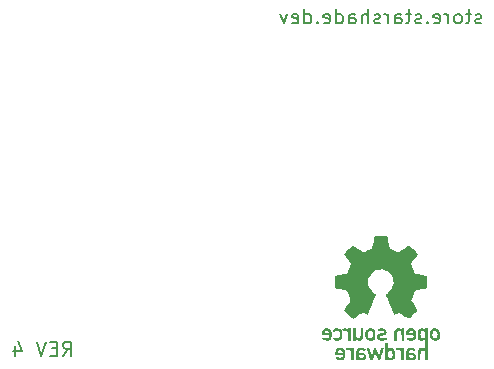
<source format=gbo>
G04 #@! TF.GenerationSoftware,KiCad,Pcbnew,8.0.2*
G04 #@! TF.CreationDate,2024-05-08T12:07:27-04:00*
G04 #@! TF.ProjectId,SMS-to-GG,534d532d-746f-42d4-9747-2e6b69636164,4*
G04 #@! TF.SameCoordinates,Original*
G04 #@! TF.FileFunction,Legend,Bot*
G04 #@! TF.FilePolarity,Positive*
%FSLAX46Y46*%
G04 Gerber Fmt 4.6, Leading zero omitted, Abs format (unit mm)*
G04 Created by KiCad (PCBNEW 8.0.2) date 2024-05-08 12:07:27*
%MOMM*%
%LPD*%
G01*
G04 APERTURE LIST*
G04 Aperture macros list*
%AMFreePoly0*
4,1,17,-0.910000,3.545000,-0.902068,3.629590,-0.857273,3.757607,-0.776734,3.866734,-0.667607,3.947273,-0.539590,3.992068,-0.455000,4.000000,0.455000,4.000000,0.539590,3.992068,0.667607,3.947273,0.776734,3.866734,0.857273,3.757607,0.902068,3.629590,0.910000,3.545000,0.910000,-4.000000,-0.910000,-4.000000,-0.910000,3.545000,-0.910000,3.545000,$1*%
%AMFreePoly1*
4,1,17,-0.910000,3.995000,-0.902068,4.079590,-0.857273,4.207607,-0.776734,4.316734,-0.667607,4.397273,-0.539590,4.442068,-0.455000,4.450000,0.455000,4.450000,0.539590,4.442068,0.667607,4.397273,0.776734,4.316734,0.857273,4.207607,0.902068,4.079590,0.910000,3.995000,0.910000,-4.450000,-0.910000,-4.450000,-0.910000,3.995000,-0.910000,3.995000,$1*%
G04 Aperture macros list end*
%ADD10C,0.200000*%
%ADD11C,0.000000*%
%ADD12FreePoly0,0.000000*%
%ADD13FreePoly1,0.000000*%
%ADD14C,3.700000*%
%ADD15C,1.700000*%
%ADD16O,1.700000X1.700000*%
%ADD17R,1.700000X1.700000*%
G04 APERTURE END LIST*
D10*
X123682285Y-127547742D02*
X124082285Y-126976314D01*
X124367999Y-127547742D02*
X124367999Y-126347742D01*
X124367999Y-126347742D02*
X123910856Y-126347742D01*
X123910856Y-126347742D02*
X123796571Y-126404885D01*
X123796571Y-126404885D02*
X123739428Y-126462028D01*
X123739428Y-126462028D02*
X123682285Y-126576314D01*
X123682285Y-126576314D02*
X123682285Y-126747742D01*
X123682285Y-126747742D02*
X123739428Y-126862028D01*
X123739428Y-126862028D02*
X123796571Y-126919171D01*
X123796571Y-126919171D02*
X123910856Y-126976314D01*
X123910856Y-126976314D02*
X124367999Y-126976314D01*
X123167999Y-126919171D02*
X122767999Y-126919171D01*
X122596571Y-127547742D02*
X123167999Y-127547742D01*
X123167999Y-127547742D02*
X123167999Y-126347742D01*
X123167999Y-126347742D02*
X122596571Y-126347742D01*
X122253714Y-126347742D02*
X121853714Y-127547742D01*
X121853714Y-127547742D02*
X121453714Y-126347742D01*
X119625143Y-126747742D02*
X119625143Y-127547742D01*
X119910857Y-126290600D02*
X120196571Y-127147742D01*
X120196571Y-127147742D02*
X119453714Y-127147742D01*
X159105713Y-99357600D02*
X158991427Y-99414742D01*
X158991427Y-99414742D02*
X158762856Y-99414742D01*
X158762856Y-99414742D02*
X158648570Y-99357600D01*
X158648570Y-99357600D02*
X158591427Y-99243314D01*
X158591427Y-99243314D02*
X158591427Y-99186171D01*
X158591427Y-99186171D02*
X158648570Y-99071885D01*
X158648570Y-99071885D02*
X158762856Y-99014742D01*
X158762856Y-99014742D02*
X158934285Y-99014742D01*
X158934285Y-99014742D02*
X159048570Y-98957600D01*
X159048570Y-98957600D02*
X159105713Y-98843314D01*
X159105713Y-98843314D02*
X159105713Y-98786171D01*
X159105713Y-98786171D02*
X159048570Y-98671885D01*
X159048570Y-98671885D02*
X158934285Y-98614742D01*
X158934285Y-98614742D02*
X158762856Y-98614742D01*
X158762856Y-98614742D02*
X158648570Y-98671885D01*
X158248570Y-98614742D02*
X157791427Y-98614742D01*
X158077141Y-98214742D02*
X158077141Y-99243314D01*
X158077141Y-99243314D02*
X158019998Y-99357600D01*
X158019998Y-99357600D02*
X157905713Y-99414742D01*
X157905713Y-99414742D02*
X157791427Y-99414742D01*
X157219999Y-99414742D02*
X157334284Y-99357600D01*
X157334284Y-99357600D02*
X157391427Y-99300457D01*
X157391427Y-99300457D02*
X157448570Y-99186171D01*
X157448570Y-99186171D02*
X157448570Y-98843314D01*
X157448570Y-98843314D02*
X157391427Y-98729028D01*
X157391427Y-98729028D02*
X157334284Y-98671885D01*
X157334284Y-98671885D02*
X157219999Y-98614742D01*
X157219999Y-98614742D02*
X157048570Y-98614742D01*
X157048570Y-98614742D02*
X156934284Y-98671885D01*
X156934284Y-98671885D02*
X156877142Y-98729028D01*
X156877142Y-98729028D02*
X156819999Y-98843314D01*
X156819999Y-98843314D02*
X156819999Y-99186171D01*
X156819999Y-99186171D02*
X156877142Y-99300457D01*
X156877142Y-99300457D02*
X156934284Y-99357600D01*
X156934284Y-99357600D02*
X157048570Y-99414742D01*
X157048570Y-99414742D02*
X157219999Y-99414742D01*
X156305713Y-99414742D02*
X156305713Y-98614742D01*
X156305713Y-98843314D02*
X156248570Y-98729028D01*
X156248570Y-98729028D02*
X156191428Y-98671885D01*
X156191428Y-98671885D02*
X156077142Y-98614742D01*
X156077142Y-98614742D02*
X155962856Y-98614742D01*
X155105713Y-99357600D02*
X155219999Y-99414742D01*
X155219999Y-99414742D02*
X155448571Y-99414742D01*
X155448571Y-99414742D02*
X155562856Y-99357600D01*
X155562856Y-99357600D02*
X155619999Y-99243314D01*
X155619999Y-99243314D02*
X155619999Y-98786171D01*
X155619999Y-98786171D02*
X155562856Y-98671885D01*
X155562856Y-98671885D02*
X155448571Y-98614742D01*
X155448571Y-98614742D02*
X155219999Y-98614742D01*
X155219999Y-98614742D02*
X155105713Y-98671885D01*
X155105713Y-98671885D02*
X155048571Y-98786171D01*
X155048571Y-98786171D02*
X155048571Y-98900457D01*
X155048571Y-98900457D02*
X155619999Y-99014742D01*
X154534285Y-99300457D02*
X154477142Y-99357600D01*
X154477142Y-99357600D02*
X154534285Y-99414742D01*
X154534285Y-99414742D02*
X154591428Y-99357600D01*
X154591428Y-99357600D02*
X154534285Y-99300457D01*
X154534285Y-99300457D02*
X154534285Y-99414742D01*
X154019999Y-99357600D02*
X153905713Y-99414742D01*
X153905713Y-99414742D02*
X153677142Y-99414742D01*
X153677142Y-99414742D02*
X153562856Y-99357600D01*
X153562856Y-99357600D02*
X153505713Y-99243314D01*
X153505713Y-99243314D02*
X153505713Y-99186171D01*
X153505713Y-99186171D02*
X153562856Y-99071885D01*
X153562856Y-99071885D02*
X153677142Y-99014742D01*
X153677142Y-99014742D02*
X153848571Y-99014742D01*
X153848571Y-99014742D02*
X153962856Y-98957600D01*
X153962856Y-98957600D02*
X154019999Y-98843314D01*
X154019999Y-98843314D02*
X154019999Y-98786171D01*
X154019999Y-98786171D02*
X153962856Y-98671885D01*
X153962856Y-98671885D02*
X153848571Y-98614742D01*
X153848571Y-98614742D02*
X153677142Y-98614742D01*
X153677142Y-98614742D02*
X153562856Y-98671885D01*
X153162856Y-98614742D02*
X152705713Y-98614742D01*
X152991427Y-98214742D02*
X152991427Y-99243314D01*
X152991427Y-99243314D02*
X152934284Y-99357600D01*
X152934284Y-99357600D02*
X152819999Y-99414742D01*
X152819999Y-99414742D02*
X152705713Y-99414742D01*
X151791428Y-99414742D02*
X151791428Y-98786171D01*
X151791428Y-98786171D02*
X151848570Y-98671885D01*
X151848570Y-98671885D02*
X151962856Y-98614742D01*
X151962856Y-98614742D02*
X152191428Y-98614742D01*
X152191428Y-98614742D02*
X152305713Y-98671885D01*
X151791428Y-99357600D02*
X151905713Y-99414742D01*
X151905713Y-99414742D02*
X152191428Y-99414742D01*
X152191428Y-99414742D02*
X152305713Y-99357600D01*
X152305713Y-99357600D02*
X152362856Y-99243314D01*
X152362856Y-99243314D02*
X152362856Y-99129028D01*
X152362856Y-99129028D02*
X152305713Y-99014742D01*
X152305713Y-99014742D02*
X152191428Y-98957600D01*
X152191428Y-98957600D02*
X151905713Y-98957600D01*
X151905713Y-98957600D02*
X151791428Y-98900457D01*
X151219999Y-99414742D02*
X151219999Y-98614742D01*
X151219999Y-98843314D02*
X151162856Y-98729028D01*
X151162856Y-98729028D02*
X151105714Y-98671885D01*
X151105714Y-98671885D02*
X150991428Y-98614742D01*
X150991428Y-98614742D02*
X150877142Y-98614742D01*
X150534285Y-99357600D02*
X150419999Y-99414742D01*
X150419999Y-99414742D02*
X150191428Y-99414742D01*
X150191428Y-99414742D02*
X150077142Y-99357600D01*
X150077142Y-99357600D02*
X150019999Y-99243314D01*
X150019999Y-99243314D02*
X150019999Y-99186171D01*
X150019999Y-99186171D02*
X150077142Y-99071885D01*
X150077142Y-99071885D02*
X150191428Y-99014742D01*
X150191428Y-99014742D02*
X150362857Y-99014742D01*
X150362857Y-99014742D02*
X150477142Y-98957600D01*
X150477142Y-98957600D02*
X150534285Y-98843314D01*
X150534285Y-98843314D02*
X150534285Y-98786171D01*
X150534285Y-98786171D02*
X150477142Y-98671885D01*
X150477142Y-98671885D02*
X150362857Y-98614742D01*
X150362857Y-98614742D02*
X150191428Y-98614742D01*
X150191428Y-98614742D02*
X150077142Y-98671885D01*
X149505713Y-99414742D02*
X149505713Y-98214742D01*
X148991428Y-99414742D02*
X148991428Y-98786171D01*
X148991428Y-98786171D02*
X149048570Y-98671885D01*
X149048570Y-98671885D02*
X149162856Y-98614742D01*
X149162856Y-98614742D02*
X149334285Y-98614742D01*
X149334285Y-98614742D02*
X149448570Y-98671885D01*
X149448570Y-98671885D02*
X149505713Y-98729028D01*
X147905714Y-99414742D02*
X147905714Y-98786171D01*
X147905714Y-98786171D02*
X147962856Y-98671885D01*
X147962856Y-98671885D02*
X148077142Y-98614742D01*
X148077142Y-98614742D02*
X148305714Y-98614742D01*
X148305714Y-98614742D02*
X148419999Y-98671885D01*
X147905714Y-99357600D02*
X148019999Y-99414742D01*
X148019999Y-99414742D02*
X148305714Y-99414742D01*
X148305714Y-99414742D02*
X148419999Y-99357600D01*
X148419999Y-99357600D02*
X148477142Y-99243314D01*
X148477142Y-99243314D02*
X148477142Y-99129028D01*
X148477142Y-99129028D02*
X148419999Y-99014742D01*
X148419999Y-99014742D02*
X148305714Y-98957600D01*
X148305714Y-98957600D02*
X148019999Y-98957600D01*
X148019999Y-98957600D02*
X147905714Y-98900457D01*
X146820000Y-99414742D02*
X146820000Y-98214742D01*
X146820000Y-99357600D02*
X146934285Y-99414742D01*
X146934285Y-99414742D02*
X147162857Y-99414742D01*
X147162857Y-99414742D02*
X147277142Y-99357600D01*
X147277142Y-99357600D02*
X147334285Y-99300457D01*
X147334285Y-99300457D02*
X147391428Y-99186171D01*
X147391428Y-99186171D02*
X147391428Y-98843314D01*
X147391428Y-98843314D02*
X147334285Y-98729028D01*
X147334285Y-98729028D02*
X147277142Y-98671885D01*
X147277142Y-98671885D02*
X147162857Y-98614742D01*
X147162857Y-98614742D02*
X146934285Y-98614742D01*
X146934285Y-98614742D02*
X146820000Y-98671885D01*
X145791428Y-99357600D02*
X145905714Y-99414742D01*
X145905714Y-99414742D02*
X146134286Y-99414742D01*
X146134286Y-99414742D02*
X146248571Y-99357600D01*
X146248571Y-99357600D02*
X146305714Y-99243314D01*
X146305714Y-99243314D02*
X146305714Y-98786171D01*
X146305714Y-98786171D02*
X146248571Y-98671885D01*
X146248571Y-98671885D02*
X146134286Y-98614742D01*
X146134286Y-98614742D02*
X145905714Y-98614742D01*
X145905714Y-98614742D02*
X145791428Y-98671885D01*
X145791428Y-98671885D02*
X145734286Y-98786171D01*
X145734286Y-98786171D02*
X145734286Y-98900457D01*
X145734286Y-98900457D02*
X146305714Y-99014742D01*
X145220000Y-99300457D02*
X145162857Y-99357600D01*
X145162857Y-99357600D02*
X145220000Y-99414742D01*
X145220000Y-99414742D02*
X145277143Y-99357600D01*
X145277143Y-99357600D02*
X145220000Y-99300457D01*
X145220000Y-99300457D02*
X145220000Y-99414742D01*
X144134286Y-99414742D02*
X144134286Y-98214742D01*
X144134286Y-99357600D02*
X144248571Y-99414742D01*
X144248571Y-99414742D02*
X144477143Y-99414742D01*
X144477143Y-99414742D02*
X144591428Y-99357600D01*
X144591428Y-99357600D02*
X144648571Y-99300457D01*
X144648571Y-99300457D02*
X144705714Y-99186171D01*
X144705714Y-99186171D02*
X144705714Y-98843314D01*
X144705714Y-98843314D02*
X144648571Y-98729028D01*
X144648571Y-98729028D02*
X144591428Y-98671885D01*
X144591428Y-98671885D02*
X144477143Y-98614742D01*
X144477143Y-98614742D02*
X144248571Y-98614742D01*
X144248571Y-98614742D02*
X144134286Y-98671885D01*
X143105714Y-99357600D02*
X143220000Y-99414742D01*
X143220000Y-99414742D02*
X143448572Y-99414742D01*
X143448572Y-99414742D02*
X143562857Y-99357600D01*
X143562857Y-99357600D02*
X143620000Y-99243314D01*
X143620000Y-99243314D02*
X143620000Y-98786171D01*
X143620000Y-98786171D02*
X143562857Y-98671885D01*
X143562857Y-98671885D02*
X143448572Y-98614742D01*
X143448572Y-98614742D02*
X143220000Y-98614742D01*
X143220000Y-98614742D02*
X143105714Y-98671885D01*
X143105714Y-98671885D02*
X143048572Y-98786171D01*
X143048572Y-98786171D02*
X143048572Y-98900457D01*
X143048572Y-98900457D02*
X143620000Y-99014742D01*
X142648572Y-98614742D02*
X142362858Y-99414742D01*
X142362858Y-99414742D02*
X142077143Y-98614742D01*
D11*
G04 #@! TO.C,G\u002A\u002A\u002A*
G36*
X148045853Y-126268553D02*
G01*
X147840756Y-126268553D01*
X147831671Y-125898470D01*
X147830604Y-125855673D01*
X147826585Y-125721212D01*
X147821460Y-125627574D01*
X147813597Y-125565470D01*
X147801359Y-125525613D01*
X147783114Y-125498715D01*
X147757225Y-125475489D01*
X147729665Y-125455733D01*
X147667301Y-125434051D01*
X147581639Y-125437698D01*
X147569852Y-125439267D01*
X147499919Y-125442451D01*
X147452418Y-125422619D01*
X147401926Y-125370228D01*
X147332440Y-125287648D01*
X147393645Y-125253695D01*
X147466326Y-125227849D01*
X147575426Y-125218562D01*
X147683203Y-125233771D01*
X147766509Y-125272321D01*
X147835718Y-125326761D01*
X147835718Y-125272321D01*
X147841963Y-125239708D01*
X147872290Y-125222127D01*
X147940786Y-125217880D01*
X148045853Y-125217880D01*
X148045853Y-126268553D01*
G37*
G36*
X147926745Y-126880903D02*
G01*
X148078686Y-126945727D01*
X148088666Y-126945094D01*
X148098386Y-126914278D01*
X148101278Y-126899126D01*
X148131692Y-126878631D01*
X148203454Y-126872689D01*
X148308521Y-126872689D01*
X148308521Y-127923361D01*
X148103424Y-127923361D01*
X148094339Y-127558342D01*
X148091977Y-127471836D01*
X148086949Y-127347533D01*
X148079889Y-127261188D01*
X148069422Y-127203347D01*
X148054170Y-127164556D01*
X148032758Y-127135359D01*
X147990517Y-127099680D01*
X147937839Y-127086083D01*
X147854421Y-127089486D01*
X147815930Y-127092748D01*
X147751791Y-127090978D01*
X147708504Y-127069375D01*
X147664262Y-127019967D01*
X147663601Y-127019127D01*
X147624824Y-126964641D01*
X147618212Y-126932905D01*
X147640407Y-126908188D01*
X147696826Y-126876094D01*
X147801122Y-126857835D01*
X147926745Y-126880903D01*
G37*
G36*
X152195747Y-126892786D02*
G01*
X152252225Y-126918473D01*
X152290420Y-126926444D01*
X152301075Y-126908794D01*
X152303527Y-126898343D01*
X152338527Y-126878825D01*
X152419276Y-126872689D01*
X152537476Y-126872689D01*
X152537476Y-127380514D01*
X152537469Y-127394949D01*
X152536383Y-127552067D01*
X152533665Y-127690237D01*
X152529615Y-127801063D01*
X152524532Y-127876149D01*
X152518715Y-127907100D01*
X152516090Y-127909116D01*
X152474016Y-127918431D01*
X152407081Y-127918045D01*
X152314209Y-127910228D01*
X152301075Y-127533731D01*
X152295405Y-127396205D01*
X152285606Y-127266863D01*
X152269528Y-127177881D01*
X152243694Y-127122506D01*
X152204627Y-127093984D01*
X152148850Y-127085561D01*
X152072886Y-127090483D01*
X152001354Y-127093364D01*
X151945724Y-127075141D01*
X151889018Y-127024927D01*
X151866862Y-127001496D01*
X151835131Y-126961482D01*
X151835822Y-126936474D01*
X151865670Y-126910472D01*
X151951774Y-126867482D01*
X152071882Y-126856420D01*
X152195747Y-126892786D01*
G37*
G36*
X152563743Y-126268553D02*
G01*
X152353609Y-126268553D01*
X152352126Y-125959918D01*
X152351591Y-125904268D01*
X152345020Y-125737414D01*
X152329862Y-125614380D01*
X152304401Y-125528666D01*
X152266922Y-125473775D01*
X152215708Y-125443208D01*
X152212020Y-125441953D01*
X152115655Y-125433409D01*
X152028122Y-125466074D01*
X151967119Y-125533518D01*
X151960195Y-125551816D01*
X151945862Y-125633719D01*
X151936927Y-125762339D01*
X151933727Y-125933651D01*
X151933340Y-126268553D01*
X151723205Y-126268553D01*
X151723205Y-125873246D01*
X151723958Y-125741898D01*
X151727637Y-125608131D01*
X151735036Y-125512053D01*
X151746876Y-125445243D01*
X151763881Y-125399282D01*
X151810829Y-125332866D01*
X151908218Y-125260684D01*
X152026106Y-125223813D01*
X152150709Y-125225784D01*
X152268242Y-125270126D01*
X152293371Y-125285373D01*
X152335675Y-125307689D01*
X152351335Y-125302579D01*
X152353609Y-125270028D01*
X152359491Y-125240178D01*
X152389882Y-125222320D01*
X152458676Y-125217880D01*
X152563743Y-125217880D01*
X152563743Y-126268553D01*
G37*
G36*
X147077434Y-125253438D02*
G01*
X147198772Y-125323033D01*
X147291980Y-125427014D01*
X147318366Y-125476257D01*
X147337756Y-125539350D01*
X147347260Y-125623040D01*
X147349782Y-125743217D01*
X147347538Y-125860135D01*
X147338598Y-125943156D01*
X147319833Y-126006215D01*
X147288113Y-126065675D01*
X147276505Y-126082900D01*
X147207478Y-126158904D01*
X147130512Y-126215549D01*
X147106737Y-126227115D01*
X146971080Y-126264080D01*
X146827230Y-126263519D01*
X146691750Y-126227202D01*
X146581201Y-126156896D01*
X146521823Y-126101273D01*
X146591707Y-126028329D01*
X146661592Y-125955385D01*
X146733941Y-126006902D01*
X146746170Y-126015018D01*
X146844541Y-126051572D01*
X146950324Y-126052856D01*
X147041116Y-126018056D01*
X147082318Y-125972955D01*
X147122556Y-125881880D01*
X147142867Y-125770800D01*
X147138468Y-125657434D01*
X147102840Y-125555475D01*
X147032947Y-125475443D01*
X146941087Y-125432995D01*
X146837878Y-125432801D01*
X146733941Y-125479532D01*
X146661592Y-125531048D01*
X146591707Y-125458104D01*
X146521823Y-125385160D01*
X146581201Y-125329537D01*
X146668413Y-125267959D01*
X146799876Y-125224204D01*
X146940342Y-125219930D01*
X147077434Y-125253438D01*
G37*
G36*
X148998024Y-125222937D02*
G01*
X149109658Y-125231014D01*
X149117819Y-125506815D01*
X149118428Y-125528060D01*
X149121105Y-125712210D01*
X149116499Y-125853756D01*
X149102946Y-125961461D01*
X149078780Y-126044091D01*
X149042335Y-126110408D01*
X148991947Y-126169177D01*
X148964541Y-126195923D01*
X148904813Y-126243180D01*
X148845198Y-126263936D01*
X148761689Y-126268553D01*
X148751808Y-126268490D01*
X148641802Y-126254813D01*
X148561598Y-126214113D01*
X148492388Y-126159673D01*
X148492388Y-126214113D01*
X148486144Y-126246725D01*
X148455817Y-126264306D01*
X148387321Y-126268553D01*
X148282254Y-126268553D01*
X148282254Y-125217880D01*
X148492388Y-125217880D01*
X148492388Y-125577356D01*
X148492813Y-125706809D01*
X148495116Y-125814341D01*
X148500618Y-125887496D01*
X148510638Y-125935965D01*
X148526493Y-125969443D01*
X148549501Y-125997625D01*
X148564986Y-126012378D01*
X148648724Y-126053241D01*
X148741019Y-126049622D01*
X148825597Y-126001306D01*
X148828718Y-125998355D01*
X148852042Y-125972851D01*
X148868056Y-125942285D01*
X148878130Y-125897164D01*
X148883632Y-125827993D01*
X148885929Y-125725279D01*
X148886391Y-125579527D01*
X148886391Y-125214860D01*
X148998024Y-125222937D01*
G37*
G36*
X155610692Y-125747378D02*
G01*
X155606058Y-125848977D01*
X155571435Y-126012391D01*
X155502890Y-126135924D01*
X155400313Y-126219819D01*
X155389524Y-126225242D01*
X155291731Y-126256393D01*
X155182962Y-126268553D01*
X155170635Y-126268429D01*
X155021553Y-126243451D01*
X154902701Y-126176446D01*
X154815745Y-126069409D01*
X154762350Y-125924335D01*
X154744814Y-125749530D01*
X154973986Y-125749530D01*
X154978276Y-125867085D01*
X154994095Y-125945617D01*
X155024854Y-125995764D01*
X155073964Y-126028165D01*
X155177049Y-126056859D01*
X155269511Y-126041818D01*
X155339949Y-125982467D01*
X155384814Y-125881901D01*
X155400558Y-125743217D01*
X155393477Y-125654648D01*
X155358338Y-125544146D01*
X155299516Y-125467511D01*
X155223471Y-125429399D01*
X155136664Y-125434466D01*
X155045553Y-125487366D01*
X155015261Y-125516644D01*
X154990078Y-125559105D01*
X154978150Y-125620343D01*
X154974253Y-125717201D01*
X154973986Y-125749530D01*
X154744814Y-125749530D01*
X154744181Y-125743217D01*
X154745940Y-125682789D01*
X154774867Y-125512406D01*
X154837984Y-125379351D01*
X154933598Y-125285498D01*
X155060011Y-125232718D01*
X155215529Y-125222882D01*
X155358116Y-125251135D01*
X155470504Y-125316239D01*
X155549224Y-125419535D01*
X155595535Y-125562692D01*
X155610351Y-125743217D01*
X155610692Y-125747378D01*
G37*
G36*
X147594152Y-127451652D02*
G01*
X147589053Y-127502547D01*
X147548792Y-127660533D01*
X147473310Y-127780953D01*
X147361394Y-127865964D01*
X147267923Y-127902668D01*
X147120663Y-127921419D01*
X146976929Y-127898273D01*
X146851991Y-127834183D01*
X146851981Y-127834176D01*
X146794531Y-127785559D01*
X146775482Y-127752257D01*
X146788162Y-127722605D01*
X146836701Y-127675725D01*
X146910174Y-127649810D01*
X146993639Y-127673029D01*
X147032302Y-127690422D01*
X147145053Y-127712282D01*
X147245412Y-127691452D01*
X147323632Y-127631483D01*
X147369964Y-127535926D01*
X147370509Y-127533670D01*
X147374373Y-127509795D01*
X147366857Y-127493763D01*
X147339732Y-127484011D01*
X147284766Y-127478978D01*
X147193729Y-127477104D01*
X147058389Y-127476826D01*
X146732513Y-127476826D01*
X146733089Y-127338925D01*
X146735309Y-127292958D01*
X146949932Y-127292958D01*
X147381898Y-127292958D01*
X147369232Y-127226700D01*
X147363452Y-127206254D01*
X147316381Y-127134446D01*
X147243750Y-127078868D01*
X147165915Y-127056557D01*
X147145035Y-127058421D01*
X147066603Y-127091638D01*
X146999005Y-127153409D01*
X146962598Y-127226700D01*
X146949932Y-127292958D01*
X146735309Y-127292958D01*
X146735874Y-127281271D01*
X146767644Y-127135531D01*
X146830698Y-127015378D01*
X146919845Y-126932115D01*
X146986144Y-126897195D01*
X147126878Y-126857714D01*
X147258617Y-126864702D01*
X147375984Y-126914017D01*
X147473600Y-127001514D01*
X147546086Y-127123048D01*
X147588063Y-127274476D01*
X147588698Y-127292958D01*
X147594152Y-127451652D01*
G37*
G36*
X150140348Y-125864701D02*
G01*
X150123776Y-125969535D01*
X150118311Y-125987551D01*
X150064770Y-126093289D01*
X149985971Y-126185070D01*
X149897663Y-126243791D01*
X149819987Y-126263608D01*
X149700809Y-126267580D01*
X149582933Y-126248857D01*
X149490260Y-126209452D01*
X149482281Y-126203987D01*
X149400057Y-126140066D01*
X149345421Y-126074712D01*
X149313022Y-125995242D01*
X149297508Y-125888972D01*
X149293671Y-125748524D01*
X149504688Y-125748524D01*
X149514454Y-125862797D01*
X149522102Y-125895701D01*
X149551242Y-125971827D01*
X149585894Y-126019562D01*
X149594342Y-126025495D01*
X149679162Y-126054344D01*
X149772945Y-126047866D01*
X149850774Y-126007223D01*
X149870764Y-125984433D01*
X149911893Y-125894829D01*
X149930458Y-125781784D01*
X149926460Y-125663019D01*
X149899899Y-125556254D01*
X149850774Y-125479210D01*
X149843048Y-125472524D01*
X149761969Y-125435947D01*
X149667945Y-125433675D01*
X149585894Y-125466871D01*
X149579074Y-125472689D01*
X149539935Y-125537194D01*
X149514160Y-125634565D01*
X149504688Y-125748524D01*
X149293671Y-125748524D01*
X149293526Y-125743217D01*
X149293561Y-125725553D01*
X149298438Y-125584945D01*
X149315363Y-125482360D01*
X149349789Y-125404992D01*
X149407165Y-125340034D01*
X149492942Y-125274680D01*
X149511243Y-125262572D01*
X149572252Y-125232591D01*
X149641489Y-125220916D01*
X149740698Y-125223013D01*
X149775935Y-125225857D01*
X149907288Y-125254744D01*
X150005930Y-125314960D01*
X150083558Y-125412987D01*
X150083963Y-125413671D01*
X150113820Y-125494630D01*
X150134050Y-125608973D01*
X150143333Y-125738421D01*
X150142308Y-125781784D01*
X150140348Y-125864701D01*
G37*
G36*
X151805239Y-127417359D02*
G01*
X151800584Y-127564678D01*
X151785953Y-127672323D01*
X151757835Y-127750901D01*
X151712717Y-127811018D01*
X151647087Y-127863280D01*
X151531913Y-127913181D01*
X151405183Y-127916771D01*
X151283236Y-127871116D01*
X151258108Y-127855869D01*
X151215803Y-127833552D01*
X151200143Y-127838662D01*
X151197869Y-127871214D01*
X151191987Y-127901064D01*
X151161596Y-127918921D01*
X151092802Y-127923361D01*
X150987735Y-127923361D01*
X150987735Y-127283303D01*
X151203200Y-127283303D01*
X151204070Y-127420576D01*
X151209643Y-127512941D01*
X151220742Y-127584161D01*
X151240709Y-127629566D01*
X151273667Y-127663544D01*
X151353658Y-127705580D01*
X151443074Y-127702890D01*
X151527398Y-127648754D01*
X151555445Y-127617037D01*
X151578580Y-127571203D01*
X151589126Y-127506349D01*
X151591484Y-127405786D01*
X151587307Y-127313301D01*
X151575152Y-127221691D01*
X151557875Y-127161624D01*
X151552284Y-127151068D01*
X151523007Y-127115765D01*
X151476352Y-127099737D01*
X151394870Y-127095957D01*
X151308853Y-127103819D01*
X151251099Y-127132568D01*
X151217379Y-127189848D01*
X151203200Y-127283303D01*
X150987735Y-127283303D01*
X150987735Y-126452420D01*
X151197869Y-126452420D01*
X151197869Y-126704144D01*
X151198602Y-126771650D01*
X151202557Y-126864277D01*
X151209172Y-126925887D01*
X151217569Y-126945727D01*
X151238652Y-126935037D01*
X151370037Y-126879146D01*
X151476860Y-126858387D01*
X151571182Y-126872053D01*
X151665062Y-126919435D01*
X151711704Y-126956588D01*
X151756682Y-127018847D01*
X151785383Y-127104801D01*
X151800640Y-127223870D01*
X151805288Y-127385474D01*
X151805257Y-127405786D01*
X151805239Y-127417359D01*
G37*
G36*
X146456711Y-125743217D02*
G01*
X146452434Y-125845266D01*
X146421610Y-126000324D01*
X146359047Y-126119724D01*
X146262392Y-126209106D01*
X146254818Y-126213957D01*
X146142693Y-126257290D01*
X146008196Y-126270910D01*
X145870692Y-126254819D01*
X145749549Y-126209020D01*
X145676405Y-126162091D01*
X145642104Y-126120201D01*
X145653380Y-126079716D01*
X145708231Y-126032063D01*
X145708293Y-126032019D01*
X145764613Y-125996164D01*
X145800092Y-125991034D01*
X145834286Y-126013796D01*
X145858129Y-126030973D01*
X145942903Y-126057692D01*
X146068253Y-126061326D01*
X146088297Y-126058257D01*
X146157151Y-126020654D01*
X146211424Y-125955776D01*
X146233443Y-125882731D01*
X146231873Y-125857934D01*
X146221330Y-125840572D01*
X146193101Y-125829961D01*
X146138475Y-125824440D01*
X146048739Y-125822346D01*
X145915182Y-125822017D01*
X145596920Y-125822017D01*
X145607774Y-125651566D01*
X145614774Y-125601242D01*
X145828645Y-125601242D01*
X145835005Y-125622421D01*
X145863398Y-125633396D01*
X145923991Y-125637520D01*
X146026951Y-125638149D01*
X146076903Y-125637990D01*
X146161369Y-125635452D01*
X146208513Y-125627683D01*
X146228986Y-125611975D01*
X146233443Y-125585616D01*
X146231970Y-125570657D01*
X146201039Y-125506140D01*
X146144683Y-125450668D01*
X146082409Y-125424990D01*
X146064043Y-125424090D01*
X145949040Y-125438022D01*
X145871788Y-125488095D01*
X145832712Y-125574054D01*
X145828645Y-125601242D01*
X145614774Y-125601242D01*
X145621948Y-125549661D01*
X145675735Y-125409130D01*
X145764777Y-125304935D01*
X145886028Y-125240158D01*
X146036442Y-125217880D01*
X146043610Y-125217924D01*
X146189078Y-125241513D01*
X146304340Y-125307360D01*
X146388179Y-125413941D01*
X146439375Y-125559734D01*
X146441820Y-125585616D01*
X146456711Y-125743217D01*
G37*
G36*
X150808747Y-125224748D02*
G01*
X150890961Y-125247430D01*
X150989926Y-125314907D01*
X151061768Y-125411236D01*
X151084875Y-125522676D01*
X151057598Y-125645292D01*
X151044570Y-125672710D01*
X150979753Y-125750802D01*
X150879966Y-125803132D01*
X150737854Y-125834042D01*
X150736878Y-125834170D01*
X150621688Y-125850220D01*
X150548959Y-125864557D01*
X150509004Y-125881201D01*
X150492136Y-125904175D01*
X150488666Y-125937502D01*
X150496919Y-125981307D01*
X150530196Y-126033919D01*
X150551026Y-126046680D01*
X150629905Y-126064968D01*
X150730919Y-126063745D01*
X150835449Y-126044247D01*
X150924874Y-126007709D01*
X151021147Y-125950907D01*
X151083242Y-126009241D01*
X151085882Y-126011741D01*
X151127961Y-126057831D01*
X151145336Y-126088934D01*
X151131848Y-126108383D01*
X151084891Y-126146130D01*
X151019174Y-126189201D01*
X150950425Y-126227452D01*
X150894376Y-126250743D01*
X150844353Y-126257190D01*
X150759589Y-126260587D01*
X150659284Y-126260041D01*
X150639220Y-126259410D01*
X150531193Y-126250587D01*
X150454486Y-126230583D01*
X150390971Y-126195002D01*
X150336001Y-126143143D01*
X150283400Y-126042552D01*
X150270310Y-125929306D01*
X150297487Y-125817552D01*
X150365684Y-125721441D01*
X150409555Y-125691000D01*
X150493640Y-125661561D01*
X150618883Y-125640029D01*
X150636598Y-125637722D01*
X150762787Y-125613897D01*
X150840084Y-125582107D01*
X150871463Y-125540464D01*
X150859898Y-125487083D01*
X150849938Y-125471880D01*
X150786344Y-125429090D01*
X150693764Y-125415407D01*
X150584208Y-125431154D01*
X150469685Y-125476649D01*
X150450728Y-125485347D01*
X150408630Y-125484684D01*
X150360956Y-125445006D01*
X150325819Y-125402568D01*
X150309658Y-125353535D01*
X150338863Y-125312405D01*
X150416432Y-125269707D01*
X150462391Y-125252504D01*
X150574716Y-125228212D01*
X150696750Y-125218651D01*
X150808747Y-125224748D01*
G37*
G36*
X149366357Y-127612270D02*
G01*
X149350231Y-127714520D01*
X149290868Y-127815905D01*
X149193043Y-127885035D01*
X149101462Y-127911333D01*
X148991953Y-127920963D01*
X148889881Y-127911952D01*
X148816100Y-127884339D01*
X148791355Y-127867933D01*
X148761707Y-127859752D01*
X148744800Y-127885937D01*
X148742212Y-127891596D01*
X148705971Y-127916204D01*
X148630500Y-127918393D01*
X148531789Y-127910228D01*
X148523784Y-127595026D01*
X148523168Y-127569788D01*
X148522048Y-127476826D01*
X148755057Y-127476826D01*
X148755057Y-127563506D01*
X148755064Y-127565450D01*
X148764549Y-127634853D01*
X148786577Y-127681707D01*
X148806857Y-127692933D01*
X148871143Y-127707519D01*
X148955435Y-127713227D01*
X149027285Y-127708272D01*
X149115409Y-127682030D01*
X149165879Y-127637981D01*
X149173743Y-127581535D01*
X149134049Y-127518102D01*
X149110190Y-127501548D01*
X149038730Y-127482746D01*
X148923915Y-127476826D01*
X148755057Y-127476826D01*
X148522048Y-127476826D01*
X148521009Y-127390577D01*
X148525046Y-127254073D01*
X148536757Y-127151693D01*
X148557625Y-127074855D01*
X148589130Y-127014976D01*
X148632752Y-126963473D01*
X148688549Y-126915930D01*
X148762003Y-126881419D01*
X148864570Y-126861778D01*
X148917023Y-126856897D01*
X149062871Y-126862294D01*
X149184180Y-126895523D01*
X149269514Y-126953981D01*
X149281060Y-126966857D01*
X149303262Y-127000176D01*
X149292411Y-127027947D01*
X149244362Y-127069149D01*
X149192874Y-127105517D01*
X149151205Y-127113518D01*
X149100036Y-127092976D01*
X149095311Y-127090584D01*
X148999017Y-127062484D01*
X148893512Y-127059923D01*
X148805863Y-127083748D01*
X148768852Y-127122714D01*
X148755057Y-127201948D01*
X148755057Y-127292958D01*
X148945491Y-127293056D01*
X149050743Y-127298306D01*
X149190996Y-127330435D01*
X149289384Y-127392740D01*
X149347355Y-127486318D01*
X149361720Y-127581535D01*
X149366357Y-127612270D01*
G37*
G36*
X149551936Y-126874360D02*
G01*
X149607862Y-126887856D01*
X149631628Y-126918656D01*
X149631790Y-126919218D01*
X149643919Y-126962752D01*
X149666507Y-127045068D01*
X149696382Y-127154574D01*
X149730373Y-127279673D01*
X149815811Y-127594723D01*
X150043875Y-126872689D01*
X150128370Y-126872743D01*
X150212864Y-126872797D01*
X150315921Y-127202344D01*
X150323658Y-127226957D01*
X150362727Y-127347363D01*
X150396912Y-127446636D01*
X150422764Y-127515063D01*
X150436835Y-127542927D01*
X150438745Y-127542616D01*
X150454336Y-127512717D01*
X150479354Y-127442973D01*
X150510774Y-127342370D01*
X150545572Y-127219893D01*
X150636452Y-126885823D01*
X150746426Y-126877746D01*
X150774742Y-126876423D01*
X150833152Y-126880032D01*
X150856401Y-126892043D01*
X150856263Y-126893414D01*
X150846652Y-126930232D01*
X150823650Y-127007983D01*
X150789708Y-127118667D01*
X150747275Y-127254282D01*
X150698800Y-127406825D01*
X150691733Y-127428918D01*
X150644039Y-127578776D01*
X150602701Y-127709926D01*
X150570158Y-127814542D01*
X150548845Y-127884803D01*
X150541199Y-127912882D01*
X150539631Y-127915186D01*
X150506364Y-127920403D01*
X150443446Y-127918380D01*
X150345693Y-127910228D01*
X150250858Y-127595026D01*
X150248746Y-127588010D01*
X150211488Y-127464721D01*
X150179036Y-127358248D01*
X150154812Y-127279758D01*
X150142238Y-127240424D01*
X150131580Y-127244858D01*
X150109125Y-127290354D01*
X150078855Y-127370466D01*
X150044240Y-127476826D01*
X150017430Y-127564531D01*
X149981553Y-127681612D01*
X149951853Y-127778205D01*
X149932900Y-127839430D01*
X149910027Y-127896142D01*
X149876250Y-127918649D01*
X149811523Y-127918231D01*
X149717272Y-127910228D01*
X149590898Y-127516226D01*
X149569858Y-127450549D01*
X149523597Y-127305622D01*
X149481650Y-127173539D01*
X149447944Y-127066688D01*
X149426408Y-126997456D01*
X149388291Y-126872689D01*
X149503306Y-126872689D01*
X149551936Y-126874360D01*
G37*
G36*
X153564800Y-127718619D02*
G01*
X153509230Y-127812929D01*
X153418763Y-127882609D01*
X153384941Y-127896627D01*
X153266843Y-127919642D01*
X153141635Y-127915211D01*
X153035241Y-127883287D01*
X152988039Y-127860721D01*
X152963014Y-127858745D01*
X152957745Y-127883287D01*
X152955523Y-127895841D01*
X152925292Y-127917045D01*
X152852678Y-127923361D01*
X152747611Y-127923361D01*
X152747611Y-127514921D01*
X152747807Y-127476826D01*
X152951179Y-127476826D01*
X152967751Y-127559689D01*
X152987720Y-127627685D01*
X153013651Y-127677890D01*
X153035815Y-127692315D01*
X153101873Y-127707626D01*
X153186823Y-127711784D01*
X153270327Y-127704342D01*
X153332047Y-127684856D01*
X153349745Y-127670821D01*
X153375476Y-127614365D01*
X153367750Y-127550779D01*
X153327207Y-127504017D01*
X153288793Y-127492184D01*
X153209066Y-127481104D01*
X153113790Y-127476826D01*
X152951179Y-127476826D01*
X152747807Y-127476826D01*
X152748223Y-127396261D01*
X152752729Y-127242388D01*
X152763448Y-127128143D01*
X152782520Y-127045603D01*
X152812087Y-126986842D01*
X152854287Y-126943936D01*
X152911261Y-126908961D01*
X152958698Y-126889676D01*
X153076332Y-126866183D01*
X153207775Y-126862219D01*
X153332116Y-126877646D01*
X153428439Y-126912330D01*
X153485610Y-126949299D01*
X153521549Y-126990311D01*
X153511363Y-127030100D01*
X153456761Y-127078710D01*
X153452311Y-127081991D01*
X153398506Y-127116767D01*
X153361461Y-127120823D01*
X153319148Y-127097104D01*
X153306821Y-127089057D01*
X153216855Y-127057057D01*
X153123577Y-127059703D01*
X153040373Y-127092172D01*
X152980634Y-127149643D01*
X152957745Y-127227291D01*
X152958100Y-127245191D01*
X152965369Y-127272180D01*
X152990904Y-127286430D01*
X153046126Y-127292003D01*
X153142457Y-127292958D01*
X153241407Y-127297504D01*
X153343548Y-127310990D01*
X153416513Y-127330289D01*
X153439114Y-127340971D01*
X153522630Y-127410856D01*
X153571450Y-127505288D01*
X153585523Y-127611974D01*
X153585058Y-127614365D01*
X153564800Y-127718619D01*
G37*
G36*
X153584975Y-125673800D02*
G01*
X153586733Y-125798519D01*
X153578585Y-125913227D01*
X153560211Y-125997608D01*
X153542856Y-126034558D01*
X153483768Y-126119725D01*
X153409776Y-126195877D01*
X153338614Y-126243350D01*
X153330639Y-126246505D01*
X153225683Y-126268014D01*
X153103151Y-126266507D01*
X152980259Y-126244887D01*
X152874219Y-126206056D01*
X152802246Y-126152916D01*
X152782702Y-126121285D01*
X152790280Y-126088198D01*
X152833298Y-126039592D01*
X152848821Y-126024169D01*
X152890129Y-125990221D01*
X152924057Y-125989461D01*
X152973640Y-126018412D01*
X153031827Y-126047691D01*
X153137916Y-126066941D01*
X153238693Y-126048945D01*
X153317189Y-125994868D01*
X153321477Y-125989756D01*
X153361548Y-125927080D01*
X153378014Y-125873086D01*
X153376303Y-125856332D01*
X153364485Y-125840506D01*
X153334008Y-125830464D01*
X153276402Y-125824903D01*
X153183201Y-125822521D01*
X153045937Y-125822017D01*
X152713860Y-125822017D01*
X152730772Y-125660214D01*
X152734668Y-125627537D01*
X152738098Y-125613118D01*
X152957745Y-125613118D01*
X152959836Y-125616646D01*
X152996740Y-125627608D01*
X153070221Y-125635268D01*
X153167880Y-125638149D01*
X153197494Y-125637900D01*
X153289517Y-125633504D01*
X153353823Y-125624751D01*
X153378014Y-125613118D01*
X153361391Y-125547997D01*
X153310762Y-125476213D01*
X153243060Y-125430689D01*
X153221641Y-125424493D01*
X153126829Y-125424120D01*
X153042068Y-125461299D01*
X152981119Y-125527232D01*
X152957745Y-125613118D01*
X152738098Y-125613118D01*
X152770278Y-125477829D01*
X152834583Y-125363618D01*
X152932899Y-125274769D01*
X152958076Y-125258508D01*
X153017666Y-125231115D01*
X153087002Y-125220817D01*
X153187124Y-125223362D01*
X153227734Y-125226298D01*
X153314228Y-125239341D01*
X153375953Y-125265161D01*
X153433327Y-125311030D01*
X153446339Y-125323859D01*
X153508204Y-125398970D01*
X153551983Y-125473138D01*
X153553012Y-125475602D01*
X153573628Y-125559389D01*
X153578957Y-125613118D01*
X153584975Y-125673800D01*
G37*
G36*
X154586287Y-126553110D02*
G01*
X154586260Y-126624901D01*
X154585713Y-126881103D01*
X154584513Y-127119948D01*
X154582732Y-127336410D01*
X154580437Y-127525464D01*
X154577700Y-127682085D01*
X154574589Y-127801248D01*
X154571175Y-127877928D01*
X154567526Y-127907100D01*
X154564901Y-127909116D01*
X154522827Y-127918431D01*
X154455892Y-127918045D01*
X154363019Y-127910228D01*
X154349886Y-127533731D01*
X154345611Y-127420782D01*
X154339414Y-127303066D01*
X154331683Y-127222861D01*
X154321067Y-127171439D01*
X154306212Y-127140071D01*
X154285765Y-127120029D01*
X154265629Y-127107476D01*
X154176699Y-127083669D01*
X154083669Y-127095174D01*
X154009441Y-127140310D01*
X153992590Y-127160709D01*
X153976135Y-127192853D01*
X153965452Y-127239375D01*
X153959326Y-127309812D01*
X153956542Y-127413701D01*
X153955884Y-127560579D01*
X153955884Y-127923361D01*
X153745749Y-127923361D01*
X153745749Y-127514921D01*
X153746973Y-127352497D01*
X153752818Y-127208964D01*
X153765770Y-127103067D01*
X153788291Y-127026888D01*
X153822848Y-126972508D01*
X153871904Y-126932008D01*
X153937926Y-126897469D01*
X153989875Y-126875384D01*
X154080247Y-126851145D01*
X154160481Y-126858089D01*
X154252398Y-126896124D01*
X154349886Y-126945826D01*
X154349886Y-126159673D01*
X154280677Y-126214113D01*
X154197571Y-126255630D01*
X154083290Y-126268553D01*
X154078782Y-126268545D01*
X153992621Y-126261876D01*
X153927673Y-126235475D01*
X153856998Y-126178637D01*
X153758883Y-126088722D01*
X153758883Y-125731435D01*
X153957597Y-125731435D01*
X153963508Y-125847944D01*
X153985824Y-125949330D01*
X154024459Y-126018174D01*
X154047218Y-126033797D01*
X154118216Y-126054141D01*
X154198575Y-126056435D01*
X154260587Y-126038316D01*
X154285172Y-126015485D01*
X154324957Y-125937509D01*
X154347189Y-125832481D01*
X154351868Y-125715715D01*
X154338994Y-125602523D01*
X154308567Y-125508220D01*
X154260587Y-125448117D01*
X154243185Y-125439070D01*
X154167113Y-125427805D01*
X154084200Y-125442771D01*
X154021792Y-125480282D01*
X153995336Y-125522734D01*
X153968177Y-125617225D01*
X153957597Y-125731435D01*
X153758883Y-125731435D01*
X153758883Y-125397711D01*
X153856998Y-125307796D01*
X153924590Y-125253143D01*
X153990588Y-125224910D01*
X154075003Y-125217880D01*
X154101935Y-125218777D01*
X154196328Y-125232644D01*
X154272390Y-125257955D01*
X154319593Y-125280520D01*
X154344617Y-125282496D01*
X154349886Y-125257955D01*
X154355101Y-125240109D01*
X154390599Y-125222885D01*
X154468087Y-125217880D01*
X154586287Y-125217880D01*
X154586287Y-125715715D01*
X154586287Y-126553110D01*
G37*
G36*
X151169840Y-117554540D02*
G01*
X151174200Y-117576166D01*
X151191948Y-117667054D01*
X151215694Y-117791310D01*
X151242868Y-117935416D01*
X151270897Y-118085851D01*
X151343725Y-118479260D01*
X151707179Y-118630217D01*
X151785925Y-118662691D01*
X151909472Y-118711797D01*
X151997258Y-118742870D01*
X152057354Y-118758236D01*
X152097829Y-118760220D01*
X152126753Y-118751149D01*
X152151334Y-118736299D01*
X152216783Y-118693775D01*
X152310804Y-118631012D01*
X152424909Y-118553689D01*
X152550610Y-118467487D01*
X152643628Y-118403440D01*
X152758051Y-118324983D01*
X152853017Y-118260245D01*
X152920610Y-118214617D01*
X152952917Y-118193488D01*
X152964698Y-118193326D01*
X153010661Y-118219882D01*
X153087791Y-118282919D01*
X153197257Y-118383432D01*
X153340230Y-118522414D01*
X153340780Y-118522958D01*
X153452532Y-118635173D01*
X153551169Y-118737149D01*
X153630547Y-118822297D01*
X153684523Y-118884027D01*
X153706953Y-118915750D01*
X153705670Y-118931169D01*
X153679527Y-118990870D01*
X153623602Y-119088115D01*
X153539454Y-119220279D01*
X153428639Y-119384737D01*
X153136344Y-119809675D01*
X153299435Y-120188302D01*
X153316652Y-120227911D01*
X153380934Y-120368878D01*
X153435926Y-120478347D01*
X153478527Y-120550440D01*
X153505638Y-120579278D01*
X153535739Y-120586015D01*
X153611308Y-120601093D01*
X153721455Y-120622212D01*
X153856913Y-120647599D01*
X154008417Y-120675480D01*
X154139661Y-120700490D01*
X154273844Y-120728549D01*
X154382324Y-120753985D01*
X154456402Y-120774741D01*
X154487384Y-120788761D01*
X154493400Y-120822224D01*
X154498785Y-120899745D01*
X154503084Y-121012337D01*
X154505962Y-121151185D01*
X154507084Y-121307477D01*
X154507091Y-121318970D01*
X154506051Y-121504505D01*
X154502600Y-121642783D01*
X154496424Y-121738769D01*
X154487213Y-121797430D01*
X154474653Y-121823730D01*
X154447000Y-121834671D01*
X154374265Y-121854047D01*
X154266530Y-121878606D01*
X154132817Y-121906306D01*
X153982151Y-121935108D01*
X153851805Y-121960030D01*
X153715802Y-121988368D01*
X153604773Y-122014076D01*
X153527653Y-122035068D01*
X153493375Y-122049258D01*
X153487955Y-122056066D01*
X153460447Y-122106413D01*
X153422317Y-122190507D01*
X153377457Y-122298085D01*
X153329762Y-122418886D01*
X153283125Y-122542644D01*
X153241439Y-122659098D01*
X153208600Y-122757983D01*
X153188499Y-122829038D01*
X153185032Y-122861998D01*
X153198914Y-122883360D01*
X153239169Y-122943102D01*
X153299858Y-123032182D01*
X153375701Y-123142855D01*
X153461417Y-123267376D01*
X153530769Y-123368635D01*
X153606045Y-123480420D01*
X153665827Y-123571355D01*
X153705259Y-123634031D01*
X153719483Y-123661038D01*
X153719265Y-123661936D01*
X153697848Y-123689368D01*
X153645394Y-123747104D01*
X153567589Y-123829141D01*
X153470118Y-123929474D01*
X153358666Y-124042101D01*
X153346921Y-124053853D01*
X153234774Y-124164512D01*
X153134739Y-124260537D01*
X153052981Y-124336208D01*
X152995667Y-124385806D01*
X152968963Y-124403610D01*
X152945235Y-124392949D01*
X152883950Y-124356726D01*
X152793585Y-124299453D01*
X152681682Y-124225927D01*
X152555785Y-124140941D01*
X152445891Y-124066364D01*
X152333332Y-123991225D01*
X152242030Y-123931652D01*
X152179306Y-123892413D01*
X152152479Y-123878273D01*
X152147857Y-123879264D01*
X152106047Y-123896505D01*
X152033683Y-123930764D01*
X151943134Y-123976251D01*
X151914418Y-123990779D01*
X151829273Y-124030613D01*
X151766483Y-124055094D01*
X151737967Y-124059391D01*
X151737789Y-124059203D01*
X151721630Y-124028319D01*
X151688941Y-123955747D01*
X151642561Y-123848416D01*
X151585325Y-123713256D01*
X151520073Y-123557197D01*
X151449642Y-123387167D01*
X151376870Y-123210098D01*
X151304593Y-123032918D01*
X151235651Y-122862558D01*
X151172881Y-122705947D01*
X151119119Y-122570015D01*
X151077205Y-122461692D01*
X151049976Y-122387907D01*
X151040269Y-122355589D01*
X151055071Y-122319718D01*
X151101790Y-122282667D01*
X151110762Y-122277983D01*
X151165896Y-122239817D01*
X151241714Y-122178647D01*
X151324593Y-122105317D01*
X151440630Y-121981449D01*
X151566722Y-121788057D01*
X151647414Y-121579916D01*
X151682540Y-121363590D01*
X151671932Y-121145643D01*
X151615426Y-120932640D01*
X151512854Y-120731144D01*
X151364050Y-120547722D01*
X151276098Y-120468800D01*
X151085270Y-120346589D01*
X150877726Y-120268873D01*
X150660906Y-120235653D01*
X150442251Y-120246928D01*
X150229201Y-120302697D01*
X150029199Y-120402962D01*
X149849683Y-120547722D01*
X149740003Y-120674804D01*
X149623796Y-120871646D01*
X149553703Y-121081934D01*
X149529559Y-121299104D01*
X149551197Y-121516592D01*
X149618451Y-121727833D01*
X149731154Y-121926263D01*
X149889140Y-122105317D01*
X149909820Y-122124237D01*
X149992209Y-122195538D01*
X150064124Y-122251963D01*
X150111943Y-122282667D01*
X150151860Y-122311655D01*
X150173464Y-122355589D01*
X150173457Y-122355854D01*
X150163246Y-122389366D01*
X150135588Y-122464162D01*
X150093321Y-122573312D01*
X150039283Y-122709885D01*
X149976311Y-122866952D01*
X149907243Y-123037584D01*
X149834917Y-123214851D01*
X149762170Y-123391822D01*
X149691840Y-123561569D01*
X149626765Y-123717161D01*
X149569782Y-123851669D01*
X149523729Y-123958164D01*
X149491445Y-124029714D01*
X149475766Y-124059391D01*
X149471388Y-124060509D01*
X149431109Y-124049517D01*
X149360205Y-124019821D01*
X149270599Y-123976251D01*
X149243453Y-123962378D01*
X149156767Y-123919515D01*
X149091754Y-123889549D01*
X149060817Y-123878273D01*
X149044572Y-123886103D01*
X148990476Y-123919219D01*
X148906355Y-123973746D01*
X148799761Y-124044767D01*
X148678249Y-124127364D01*
X148590500Y-124187164D01*
X148474540Y-124264918D01*
X148376960Y-124328864D01*
X148306016Y-124373617D01*
X148269963Y-124393788D01*
X148261382Y-124395016D01*
X148228185Y-124382445D01*
X148175388Y-124344685D01*
X148099003Y-124278364D01*
X147995043Y-124180110D01*
X147859521Y-124046549D01*
X147843830Y-124030869D01*
X147733095Y-123919106D01*
X147637101Y-123820340D01*
X147561518Y-123740541D01*
X147512011Y-123685681D01*
X147494250Y-123661730D01*
X147503762Y-123642503D01*
X147538867Y-123585706D01*
X147595234Y-123499302D01*
X147668003Y-123390717D01*
X147752315Y-123267376D01*
X147820687Y-123168095D01*
X147899039Y-123053874D01*
X147963346Y-122959620D01*
X148008327Y-122893080D01*
X148028701Y-122861998D01*
X148029634Y-122857009D01*
X148020971Y-122812024D01*
X147996800Y-122731899D01*
X147961013Y-122626897D01*
X147917504Y-122507279D01*
X147870164Y-122383309D01*
X147822887Y-122265247D01*
X147779565Y-122163357D01*
X147744091Y-122087899D01*
X147720358Y-122049137D01*
X147693824Y-122037441D01*
X147622279Y-122017375D01*
X147515551Y-121992377D01*
X147382586Y-121964524D01*
X147232332Y-121935892D01*
X147103176Y-121911560D01*
X146966362Y-121883708D01*
X146854162Y-121858573D01*
X146775633Y-121838200D01*
X146739830Y-121824636D01*
X146737253Y-121822037D01*
X146725174Y-121791766D01*
X146716419Y-121730566D01*
X146710644Y-121633047D01*
X146707502Y-121493815D01*
X146706648Y-121307477D01*
X146707732Y-121153997D01*
X146710580Y-121014738D01*
X146714855Y-120901570D01*
X146720223Y-120823307D01*
X146726348Y-120788761D01*
X146750792Y-120776949D01*
X146819853Y-120756939D01*
X146924424Y-120731986D01*
X147055810Y-120704147D01*
X147205315Y-120675480D01*
X147334628Y-120651714D01*
X147473118Y-120625835D01*
X147587703Y-120603954D01*
X147669117Y-120587844D01*
X147708095Y-120579278D01*
X147713270Y-120576431D01*
X147744557Y-120536190D01*
X147790558Y-120454169D01*
X147848171Y-120336247D01*
X147914297Y-120188302D01*
X148077389Y-119809675D01*
X147785094Y-119384737D01*
X147723754Y-119294632D01*
X147626729Y-119146781D01*
X147557186Y-119032601D01*
X147516684Y-118954716D01*
X147506779Y-118915750D01*
X147506802Y-118915681D01*
X147529395Y-118883801D01*
X147583506Y-118821945D01*
X147662989Y-118736702D01*
X147761703Y-118634662D01*
X147873502Y-118522414D01*
X147961902Y-118435753D01*
X148083417Y-118320914D01*
X148172674Y-118243252D01*
X148231273Y-118201410D01*
X148260816Y-118194032D01*
X148281436Y-118207489D01*
X148341004Y-118247596D01*
X148429980Y-118308100D01*
X148540455Y-118383617D01*
X148664518Y-118468766D01*
X148756505Y-118531766D01*
X148874701Y-118611939D01*
X148975039Y-118679108D01*
X149049077Y-118727636D01*
X149088374Y-118751885D01*
X149099160Y-118756606D01*
X149132541Y-118760789D01*
X149182034Y-118752550D01*
X149255575Y-118729582D01*
X149361103Y-118689574D01*
X149506554Y-118630217D01*
X149870007Y-118479260D01*
X149942835Y-118085851D01*
X149952689Y-118032748D01*
X149980710Y-117883007D01*
X150006965Y-117744379D01*
X150028883Y-117630384D01*
X150043892Y-117554540D01*
X150072121Y-117416640D01*
X151141611Y-117416640D01*
X151169840Y-117554540D01*
G37*
G04 #@! TD*
%LPC*%
G04 #@! TO.C,G\u002A\u002A\u002A*
G36*
X159623566Y-95578461D02*
G01*
X159181714Y-95578461D01*
X159181714Y-97768228D01*
X158713871Y-97768228D01*
X158713871Y-95578632D01*
X158491320Y-95576922D01*
X158268770Y-95575212D01*
X158267041Y-95398146D01*
X158265312Y-95221081D01*
X159623566Y-95221081D01*
X159623566Y-95578461D01*
G37*
G36*
X147778030Y-96325711D02*
G01*
X148304354Y-96325711D01*
X148304354Y-95221081D01*
X148765700Y-95221081D01*
X148765700Y-97768228D01*
X148304354Y-97768228D01*
X148304354Y-96683091D01*
X147778030Y-96683091D01*
X147778030Y-97768228D01*
X147310187Y-97768228D01*
X147310187Y-95221081D01*
X147778030Y-95221081D01*
X147778030Y-96325711D01*
G37*
G36*
X140234055Y-97768228D02*
G01*
X138986263Y-97768228D01*
X138987992Y-97591162D01*
X138989721Y-97414097D01*
X139377966Y-97412421D01*
X139766211Y-97410746D01*
X139766211Y-96644229D01*
X139139171Y-96640855D01*
X139139171Y-96283475D01*
X139766211Y-96280101D01*
X139766211Y-95578567D01*
X139394211Y-95576890D01*
X139022210Y-95575212D01*
X139020481Y-95398146D01*
X139018753Y-95221081D01*
X140234055Y-95221081D01*
X140234055Y-97768228D01*
G37*
G36*
X143067107Y-97768716D02*
G01*
X142519665Y-97766712D01*
X142458258Y-97766485D01*
X142368786Y-97766137D01*
X142290865Y-97765793D01*
X142223602Y-97765427D01*
X142166103Y-97765016D01*
X142117474Y-97764537D01*
X142076823Y-97763964D01*
X142043256Y-97763275D01*
X142015880Y-97762444D01*
X141993802Y-97761448D01*
X141976128Y-97760264D01*
X141961965Y-97758866D01*
X141950420Y-97757232D01*
X141940599Y-97755336D01*
X141931609Y-97753156D01*
X141922557Y-97750666D01*
X141887397Y-97739554D01*
X141826827Y-97713102D01*
X141776522Y-97679737D01*
X141735513Y-97638582D01*
X141702827Y-97588759D01*
X141677494Y-97529394D01*
X141660328Y-97479075D01*
X141660328Y-96496093D01*
X142124107Y-96496093D01*
X142124198Y-96589811D01*
X142124384Y-96682606D01*
X142124666Y-96773552D01*
X142125042Y-96861724D01*
X142125512Y-96946196D01*
X142126076Y-97026044D01*
X142126733Y-97100342D01*
X142127483Y-97168164D01*
X142128326Y-97228587D01*
X142129262Y-97280683D01*
X142130289Y-97323529D01*
X142131407Y-97356198D01*
X142132617Y-97377766D01*
X142133917Y-97387308D01*
X142134743Y-97389208D01*
X142147743Y-97406998D01*
X142169786Y-97419588D01*
X142169909Y-97419637D01*
X142179257Y-97422725D01*
X142191071Y-97425171D01*
X142206854Y-97427046D01*
X142228111Y-97428421D01*
X142256346Y-97429368D01*
X142293064Y-97429956D01*
X142339768Y-97430257D01*
X142397962Y-97430341D01*
X142599263Y-97430341D01*
X142599263Y-95558301D01*
X142388548Y-95560259D01*
X142361676Y-95560513D01*
X142308893Y-95561078D01*
X142267041Y-95561700D01*
X142234685Y-95562476D01*
X142210386Y-95563504D01*
X142192710Y-95564881D01*
X142180220Y-95566705D01*
X142171479Y-95569074D01*
X142165051Y-95572086D01*
X142159499Y-95575838D01*
X142159373Y-95575933D01*
X142144134Y-95590113D01*
X142133140Y-95605079D01*
X142133082Y-95605204D01*
X142131795Y-95614700D01*
X142130608Y-95636227D01*
X142129522Y-95668858D01*
X142128537Y-95711669D01*
X142127651Y-95763734D01*
X142126865Y-95824128D01*
X142126178Y-95891926D01*
X142125589Y-95966202D01*
X142125099Y-96046031D01*
X142124706Y-96130489D01*
X142124411Y-96218649D01*
X142124214Y-96309587D01*
X142124112Y-96402376D01*
X142124107Y-96496093D01*
X141660328Y-96496093D01*
X141660328Y-95510234D01*
X141678479Y-95456628D01*
X141681482Y-95448091D01*
X141709023Y-95389939D01*
X141746034Y-95340483D01*
X141792617Y-95299647D01*
X141848877Y-95267356D01*
X141914913Y-95243537D01*
X141990830Y-95228113D01*
X142002706Y-95226999D01*
X142029847Y-95225641D01*
X142069494Y-95224452D01*
X142121365Y-95223436D01*
X142185180Y-95222598D01*
X142260656Y-95221939D01*
X142347514Y-95221465D01*
X142445472Y-95221177D01*
X142554249Y-95221081D01*
X143067107Y-95221081D01*
X143067107Y-95558301D01*
X143067107Y-97768716D01*
G37*
G36*
X154210878Y-97768228D02*
G01*
X153749532Y-97768228D01*
X153749532Y-96774061D01*
X153596033Y-96774061D01*
X153402132Y-97271145D01*
X153208230Y-97768228D01*
X152959055Y-97768228D01*
X152947964Y-97768226D01*
X152893228Y-97768149D01*
X152843058Y-97767970D01*
X152798860Y-97767703D01*
X152762039Y-97767360D01*
X152733998Y-97766953D01*
X152716144Y-97766495D01*
X152709880Y-97765998D01*
X152710600Y-97764105D01*
X152715629Y-97751852D01*
X152725140Y-97728993D01*
X152738760Y-97696417D01*
X152756116Y-97655013D01*
X152776835Y-97605668D01*
X152800544Y-97549272D01*
X152826869Y-97486712D01*
X152855437Y-97418879D01*
X152885875Y-97346659D01*
X152917810Y-97270942D01*
X152934822Y-97230597D01*
X152966044Y-97156421D01*
X152995568Y-97086109D01*
X153023020Y-97020563D01*
X153048027Y-96960681D01*
X153070213Y-96907366D01*
X153089205Y-96861516D01*
X153104628Y-96824032D01*
X153116108Y-96795814D01*
X153123270Y-96777764D01*
X153125741Y-96770781D01*
X153125353Y-96769741D01*
X153116908Y-96763886D01*
X153099680Y-96756313D01*
X153076668Y-96748390D01*
X153055666Y-96741320D01*
X152996692Y-96713335D01*
X152946885Y-96676141D01*
X152906240Y-96629731D01*
X152874749Y-96574098D01*
X152852407Y-96509236D01*
X152850794Y-96502713D01*
X152848584Y-96492471D01*
X152846692Y-96481150D01*
X152845094Y-96467758D01*
X152843767Y-96451300D01*
X152842685Y-96430785D01*
X152841824Y-96405218D01*
X152841161Y-96373607D01*
X152840669Y-96334959D01*
X152840327Y-96288281D01*
X152840107Y-96232580D01*
X152839988Y-96166862D01*
X152839943Y-96090135D01*
X152839949Y-96004069D01*
X153301182Y-96004069D01*
X153301184Y-96048571D01*
X153301236Y-96123624D01*
X153301428Y-96187223D01*
X153301854Y-96240377D01*
X153302605Y-96284095D01*
X153303776Y-96319387D01*
X153305457Y-96347262D01*
X153307743Y-96368729D01*
X153310726Y-96384799D01*
X153314498Y-96396479D01*
X153319152Y-96404779D01*
X153324781Y-96410710D01*
X153331478Y-96415280D01*
X153339334Y-96419498D01*
X153344874Y-96421844D01*
X153354682Y-96424335D01*
X153368772Y-96426253D01*
X153388596Y-96427669D01*
X153415606Y-96428650D01*
X153451254Y-96429266D01*
X153496993Y-96429585D01*
X153554274Y-96429676D01*
X153749532Y-96429676D01*
X153749532Y-95578461D01*
X153557637Y-95578461D01*
X153547269Y-95578464D01*
X153491124Y-95578627D01*
X153446325Y-95579084D01*
X153411456Y-95579898D01*
X153385103Y-95581131D01*
X153365849Y-95582846D01*
X153352278Y-95585106D01*
X153342975Y-95587974D01*
X153336717Y-95590612D01*
X153329052Y-95594394D01*
X153322577Y-95599184D01*
X153317191Y-95605980D01*
X153312795Y-95615781D01*
X153309287Y-95629586D01*
X153306568Y-95648395D01*
X153304537Y-95673206D01*
X153303094Y-95705019D01*
X153302138Y-95744832D01*
X153301569Y-95793644D01*
X153301287Y-95852455D01*
X153301192Y-95922263D01*
X153301182Y-96004069D01*
X152839949Y-96004069D01*
X152839949Y-96001405D01*
X152839954Y-95980905D01*
X152840000Y-95890319D01*
X152840129Y-95811534D01*
X152840408Y-95743560D01*
X152840902Y-95685408D01*
X152841679Y-95636089D01*
X152842805Y-95594615D01*
X152844345Y-95559997D01*
X152846367Y-95531244D01*
X152848938Y-95507370D01*
X152852122Y-95487384D01*
X152855987Y-95470297D01*
X152860600Y-95455122D01*
X152866026Y-95440868D01*
X152872332Y-95426547D01*
X152879584Y-95411170D01*
X152899183Y-95376402D01*
X152936283Y-95331359D01*
X152983423Y-95293681D01*
X153041021Y-95263056D01*
X153109496Y-95239171D01*
X153113431Y-95238081D01*
X153122825Y-95235600D01*
X153132350Y-95233441D01*
X153142925Y-95231577D01*
X153155468Y-95229981D01*
X153170899Y-95228628D01*
X153190136Y-95227490D01*
X153214098Y-95226542D01*
X153243705Y-95225756D01*
X153279875Y-95225107D01*
X153323526Y-95224568D01*
X153375579Y-95224113D01*
X153436952Y-95223715D01*
X153508563Y-95223348D01*
X153591332Y-95222986D01*
X153686178Y-95222602D01*
X154210878Y-95220507D01*
X154210878Y-96429676D01*
X154210878Y-97768228D01*
G37*
G36*
X145859089Y-96891096D02*
G01*
X145881681Y-97003296D01*
X145903209Y-97110156D01*
X145923548Y-97211062D01*
X145942573Y-97305395D01*
X145960160Y-97392539D01*
X145976184Y-97471877D01*
X145990521Y-97542793D01*
X146003047Y-97604668D01*
X146013636Y-97656887D01*
X146022164Y-97698832D01*
X146028507Y-97729887D01*
X146032541Y-97749434D01*
X146034140Y-97756857D01*
X146034481Y-97759079D01*
X146033157Y-97761646D01*
X146028638Y-97763685D01*
X146019698Y-97765254D01*
X146005113Y-97766416D01*
X145983657Y-97767230D01*
X145954106Y-97767758D01*
X145915234Y-97768060D01*
X145865816Y-97768196D01*
X145804628Y-97768228D01*
X145571768Y-97768228D01*
X145537145Y-97558673D01*
X145533144Y-97534499D01*
X145524329Y-97481480D01*
X145515880Y-97430991D01*
X145508145Y-97385091D01*
X145501472Y-97345838D01*
X145496208Y-97315292D01*
X145492702Y-97295511D01*
X145482882Y-97241904D01*
X144926406Y-97241904D01*
X144919440Y-97276018D01*
X144917967Y-97283499D01*
X144913884Y-97305006D01*
X144908028Y-97336392D01*
X144900730Y-97375848D01*
X144892327Y-97421568D01*
X144883151Y-97471741D01*
X144873537Y-97524560D01*
X144867108Y-97559905D01*
X144858079Y-97609349D01*
X144849869Y-97654084D01*
X144842775Y-97692493D01*
X144837097Y-97722960D01*
X144833134Y-97743870D01*
X144831184Y-97753608D01*
X144827770Y-97768228D01*
X144359926Y-97768228D01*
X144363641Y-97753426D01*
X144363893Y-97752321D01*
X144366407Y-97740675D01*
X144371427Y-97717121D01*
X144378825Y-97682276D01*
X144388471Y-97636753D01*
X144400234Y-97581167D01*
X144413986Y-97516134D01*
X144429595Y-97442269D01*
X144446933Y-97360186D01*
X144465869Y-97270500D01*
X144486273Y-97173826D01*
X144508016Y-97070780D01*
X144530968Y-96961975D01*
X144545932Y-96891022D01*
X144989054Y-96891022D01*
X145204187Y-96891022D01*
X145233104Y-96891002D01*
X145288849Y-96890798D01*
X145333129Y-96890344D01*
X145367002Y-96889597D01*
X145391524Y-96888519D01*
X145407753Y-96887070D01*
X145416745Y-96885210D01*
X145419556Y-96882899D01*
X145419282Y-96879663D01*
X145417157Y-96864574D01*
X145413088Y-96838607D01*
X145407264Y-96802837D01*
X145399873Y-96758343D01*
X145391102Y-96706200D01*
X145381138Y-96647485D01*
X145370169Y-96583276D01*
X145358384Y-96514649D01*
X145345969Y-96442680D01*
X145333113Y-96368447D01*
X145320002Y-96293027D01*
X145306826Y-96217495D01*
X145293771Y-96142929D01*
X145281024Y-96070407D01*
X145268775Y-96001003D01*
X145257210Y-95935796D01*
X145246516Y-95875862D01*
X145236883Y-95822277D01*
X145228497Y-95776120D01*
X145221546Y-95738465D01*
X145216217Y-95710391D01*
X145212699Y-95692974D01*
X145211179Y-95687290D01*
X145211106Y-95687427D01*
X145209153Y-95695627D01*
X145205091Y-95715623D01*
X145199088Y-95746509D01*
X145191312Y-95787379D01*
X145181932Y-95837328D01*
X145171118Y-95895451D01*
X145159036Y-95960842D01*
X145145857Y-96032595D01*
X145131748Y-96109806D01*
X145116877Y-96191568D01*
X145101415Y-96276977D01*
X145100152Y-96283968D01*
X145084713Y-96369386D01*
X145069899Y-96451267D01*
X145055877Y-96528688D01*
X145042815Y-96600721D01*
X145030882Y-96666443D01*
X145020247Y-96724927D01*
X145011077Y-96775249D01*
X145003540Y-96816482D01*
X144997806Y-96847703D01*
X144994042Y-96867984D01*
X144992416Y-96876402D01*
X144989054Y-96891022D01*
X144545932Y-96891022D01*
X144554999Y-96848028D01*
X144579978Y-96729552D01*
X144605777Y-96607164D01*
X144632265Y-96481477D01*
X144897173Y-95224329D01*
X145521845Y-95220957D01*
X145525520Y-95235639D01*
X145525681Y-95236355D01*
X145527906Y-95247061D01*
X145532535Y-95269742D01*
X145539445Y-95303777D01*
X145548510Y-95348549D01*
X145559606Y-95403439D01*
X145572608Y-95467826D01*
X145587391Y-95541092D01*
X145603830Y-95622619D01*
X145621800Y-95711786D01*
X145641178Y-95807976D01*
X145661837Y-95910568D01*
X145683653Y-96018944D01*
X145706502Y-96132484D01*
X145730258Y-96250570D01*
X145754796Y-96372583D01*
X145779993Y-96497903D01*
X145786171Y-96528638D01*
X145811210Y-96653151D01*
X145835557Y-96774176D01*
X145857439Y-96882899D01*
X145859089Y-96891096D01*
G37*
G36*
X156999383Y-96945666D02*
G01*
X157019938Y-97047667D01*
X157039726Y-97145823D01*
X157058598Y-97239394D01*
X157076406Y-97327640D01*
X157092999Y-97409821D01*
X157108229Y-97485197D01*
X157121947Y-97553027D01*
X157134005Y-97612571D01*
X157144253Y-97663090D01*
X157152543Y-97703843D01*
X157158725Y-97734090D01*
X157162651Y-97753091D01*
X157164171Y-97760106D01*
X157162890Y-97762079D01*
X157155919Y-97763927D01*
X157142098Y-97765392D01*
X157120402Y-97766510D01*
X157089809Y-97767316D01*
X157049293Y-97767847D01*
X156997831Y-97768139D01*
X156934398Y-97768228D01*
X156701815Y-97768228D01*
X156668397Y-97571669D01*
X156666708Y-97561737D01*
X156657737Y-97508868D01*
X156648984Y-97457151D01*
X156640842Y-97408918D01*
X156633706Y-97366500D01*
X156627966Y-97332230D01*
X156624018Y-97308439D01*
X156613059Y-97241768D01*
X156333522Y-97243460D01*
X156053985Y-97245153D01*
X156009934Y-97485573D01*
X156009356Y-97488732D01*
X155999291Y-97543669D01*
X155989850Y-97595203D01*
X155981322Y-97641770D01*
X155973990Y-97681808D01*
X155968143Y-97713753D01*
X155964065Y-97736041D01*
X155962044Y-97747110D01*
X155958204Y-97768228D01*
X155723819Y-97768228D01*
X155676748Y-97768212D01*
X155624248Y-97768107D01*
X155582605Y-97767854D01*
X155550597Y-97767391D01*
X155526999Y-97766660D01*
X155510588Y-97765598D01*
X155500141Y-97764148D01*
X155494433Y-97762247D01*
X155492242Y-97759837D01*
X155492345Y-97756857D01*
X155492615Y-97755660D01*
X155495143Y-97743903D01*
X155500173Y-97720258D01*
X155507578Y-97685335D01*
X155517227Y-97639746D01*
X155528992Y-97584102D01*
X155542743Y-97519015D01*
X155558353Y-97445097D01*
X155575691Y-97362959D01*
X155594628Y-97273212D01*
X155615036Y-97176467D01*
X155636786Y-97073338D01*
X155659748Y-96964433D01*
X155676935Y-96882899D01*
X156121415Y-96882899D01*
X156121925Y-96884000D01*
X156127243Y-96886104D01*
X156139202Y-96887774D01*
X156158861Y-96889050D01*
X156187277Y-96889973D01*
X156225511Y-96890582D01*
X156274621Y-96890919D01*
X156335666Y-96891022D01*
X156383581Y-96890948D01*
X156437751Y-96890597D01*
X156480301Y-96889933D01*
X156512020Y-96888929D01*
X156533699Y-96887558D01*
X156546127Y-96885791D01*
X156550095Y-96883602D01*
X156549980Y-96882431D01*
X156548221Y-96870739D01*
X156544486Y-96847708D01*
X156538962Y-96814437D01*
X156531840Y-96772022D01*
X156523308Y-96721563D01*
X156513555Y-96664156D01*
X156502772Y-96600899D01*
X156491146Y-96532890D01*
X156478866Y-96461226D01*
X156466123Y-96387006D01*
X156453105Y-96311326D01*
X156440001Y-96235285D01*
X156427001Y-96159981D01*
X156414292Y-96086510D01*
X156402065Y-96015971D01*
X156390509Y-95949462D01*
X156379813Y-95888079D01*
X156370165Y-95832922D01*
X156361756Y-95785087D01*
X156354773Y-95745671D01*
X156349406Y-95715774D01*
X156345845Y-95696492D01*
X156344278Y-95688924D01*
X156343703Y-95690337D01*
X156340963Y-95702243D01*
X156336196Y-95725264D01*
X156329603Y-95758330D01*
X156321382Y-95800374D01*
X156311734Y-95850325D01*
X156300858Y-95907114D01*
X156288953Y-95969673D01*
X156276219Y-96036933D01*
X156262855Y-96107823D01*
X156249061Y-96181276D01*
X156235038Y-96256222D01*
X156220983Y-96331593D01*
X156207097Y-96406318D01*
X156193579Y-96479329D01*
X156180629Y-96549557D01*
X156168446Y-96615933D01*
X156157230Y-96677387D01*
X156147181Y-96732852D01*
X156138498Y-96781256D01*
X156131380Y-96821533D01*
X156126027Y-96852611D01*
X156122639Y-96873423D01*
X156121415Y-96882899D01*
X155676935Y-96882899D01*
X155683793Y-96850367D01*
X155708792Y-96731749D01*
X155734617Y-96609191D01*
X155761138Y-96483305D01*
X156027020Y-95221123D01*
X156340540Y-95221102D01*
X156345070Y-95221102D01*
X156407262Y-95221188D01*
X156465225Y-95221420D01*
X156517706Y-95221783D01*
X156563454Y-95222261D01*
X156601215Y-95222839D01*
X156629739Y-95223500D01*
X156647771Y-95224231D01*
X156654060Y-95225014D01*
X156654271Y-95226284D01*
X156656533Y-95238055D01*
X156661155Y-95261523D01*
X156667990Y-95295949D01*
X156676886Y-95340593D01*
X156687696Y-95394714D01*
X156700271Y-95457573D01*
X156714462Y-95528430D01*
X156730119Y-95606543D01*
X156747095Y-95691174D01*
X156765239Y-95781582D01*
X156784403Y-95877026D01*
X156804439Y-95976767D01*
X156825196Y-96080065D01*
X156846527Y-96186179D01*
X156868282Y-96294369D01*
X156890313Y-96403896D01*
X156912470Y-96514019D01*
X156934604Y-96623997D01*
X156956567Y-96733091D01*
X156978210Y-96840561D01*
X156986880Y-96883602D01*
X156999383Y-96945666D01*
G37*
G36*
X161584233Y-95224597D02*
G01*
X161646819Y-95224681D01*
X161698890Y-95224874D01*
X161741647Y-95225219D01*
X161776293Y-95225760D01*
X161804027Y-95226541D01*
X161826052Y-95227605D01*
X161843569Y-95228998D01*
X161857779Y-95230762D01*
X161869884Y-95232941D01*
X161881086Y-95235579D01*
X161892584Y-95238719D01*
X161926359Y-95249163D01*
X161975185Y-95268886D01*
X162016300Y-95292640D01*
X162052987Y-95322131D01*
X162056520Y-95325454D01*
X162094606Y-95370004D01*
X162123829Y-95422734D01*
X162144882Y-95484866D01*
X162146818Y-95492713D01*
X162149184Y-95503750D01*
X162151182Y-95515851D01*
X162152843Y-95530099D01*
X162154197Y-95547580D01*
X162155275Y-95569378D01*
X162156109Y-95596579D01*
X162156730Y-95630266D01*
X162157168Y-95671525D01*
X162157455Y-95721440D01*
X162157622Y-95781097D01*
X162157699Y-95851580D01*
X162157718Y-95933974D01*
X162157714Y-95965511D01*
X162157645Y-96045253D01*
X162157474Y-96113425D01*
X162157176Y-96171078D01*
X162156727Y-96219263D01*
X162156103Y-96259029D01*
X162155278Y-96291428D01*
X162154228Y-96317508D01*
X162152928Y-96338321D01*
X162151355Y-96354917D01*
X162149483Y-96368347D01*
X162147287Y-96379660D01*
X162131126Y-96434740D01*
X162103270Y-96492549D01*
X162066079Y-96541354D01*
X162019428Y-96581282D01*
X161963188Y-96612466D01*
X161897232Y-96635034D01*
X161894715Y-96635662D01*
X161880613Y-96638495D01*
X161862884Y-96640888D01*
X161840190Y-96642910D01*
X161811193Y-96644628D01*
X161774555Y-96646111D01*
X161728936Y-96647426D01*
X161672998Y-96648641D01*
X161605403Y-96649824D01*
X161583007Y-96650185D01*
X161519669Y-96651270D01*
X161467733Y-96652405D01*
X161425987Y-96653787D01*
X161393221Y-96655614D01*
X161368222Y-96658084D01*
X161349779Y-96661395D01*
X161336680Y-96665744D01*
X161327712Y-96671330D01*
X161321666Y-96678350D01*
X161317328Y-96687003D01*
X161313487Y-96697485D01*
X161311863Y-96707199D01*
X161310237Y-96730507D01*
X161308902Y-96766599D01*
X161307861Y-96815364D01*
X161307117Y-96876688D01*
X161306672Y-96950460D01*
X161306527Y-97036568D01*
X161306538Y-97086691D01*
X161306599Y-97151334D01*
X161306753Y-97204893D01*
X161307043Y-97248511D01*
X161307514Y-97283333D01*
X161308209Y-97310502D01*
X161309171Y-97331164D01*
X161310444Y-97346462D01*
X161312073Y-97357540D01*
X161314100Y-97365542D01*
X161316570Y-97371613D01*
X161319526Y-97376896D01*
X161320871Y-97378998D01*
X161334847Y-97394784D01*
X161350078Y-97404859D01*
X161359783Y-97406738D01*
X161382239Y-97408470D01*
X161414995Y-97409549D01*
X161456578Y-97409930D01*
X161505515Y-97409571D01*
X161544925Y-97408980D01*
X161581071Y-97408257D01*
X161607602Y-97407309D01*
X161626350Y-97405926D01*
X161639146Y-97403897D01*
X161647821Y-97401012D01*
X161654207Y-97397062D01*
X161660136Y-97391837D01*
X161660597Y-97391397D01*
X161674079Y-97373529D01*
X161683351Y-97352850D01*
X161684413Y-97346923D01*
X161686147Y-97327494D01*
X161687635Y-97298456D01*
X161688800Y-97261971D01*
X161689560Y-97220199D01*
X161689838Y-97175302D01*
X161689875Y-97020978D01*
X162152112Y-97020978D01*
X162149960Y-97250027D01*
X162147809Y-97479075D01*
X162129759Y-97530352D01*
X162125020Y-97543148D01*
X162103083Y-97590894D01*
X162077133Y-97632864D01*
X162049318Y-97665451D01*
X162032400Y-97679883D01*
X161990424Y-97707005D01*
X161940392Y-97730541D01*
X161885542Y-97749082D01*
X161829113Y-97761220D01*
X161828925Y-97761247D01*
X161814461Y-97762382D01*
X161788487Y-97763387D01*
X161752455Y-97764246D01*
X161707814Y-97764940D01*
X161656017Y-97765451D01*
X161598514Y-97765761D01*
X161536758Y-97765851D01*
X161472198Y-97765704D01*
X161435773Y-97765548D01*
X161368624Y-97765215D01*
X161312624Y-97764830D01*
X161266523Y-97764341D01*
X161229072Y-97763697D01*
X161199020Y-97762846D01*
X161175119Y-97761736D01*
X161156119Y-97760316D01*
X161140770Y-97758534D01*
X161127823Y-97756339D01*
X161116029Y-97753678D01*
X161104138Y-97750502D01*
X161038217Y-97727190D01*
X160982418Y-97696715D01*
X160936097Y-97658671D01*
X160914384Y-97634660D01*
X160888378Y-97596417D01*
X160867972Y-97551854D01*
X160851458Y-97497725D01*
X160849975Y-97491751D01*
X160847533Y-97481018D01*
X160845462Y-97469812D01*
X160843736Y-97457090D01*
X160842331Y-97441807D01*
X160841222Y-97422922D01*
X160840385Y-97399389D01*
X160839794Y-97370166D01*
X160839424Y-97334208D01*
X160839251Y-97290474D01*
X160839251Y-97237917D01*
X160839398Y-97175497D01*
X160839667Y-97102167D01*
X160840034Y-97016886D01*
X160841938Y-96588873D01*
X160859892Y-96535845D01*
X160869063Y-96511308D01*
X160897259Y-96457019D01*
X160933714Y-96411877D01*
X160979172Y-96375229D01*
X161034377Y-96346419D01*
X161100073Y-96324796D01*
X161105325Y-96323476D01*
X161120385Y-96320078D01*
X161136248Y-96317284D01*
X161154437Y-96315004D01*
X161176477Y-96313146D01*
X161203892Y-96311618D01*
X161238205Y-96310331D01*
X161280942Y-96309192D01*
X161333625Y-96308111D01*
X161397779Y-96306996D01*
X161413929Y-96306729D01*
X161477454Y-96305628D01*
X161529511Y-96304489D01*
X161571344Y-96303097D01*
X161604197Y-96301239D01*
X161629312Y-96298700D01*
X161647934Y-96295266D01*
X161661306Y-96290724D01*
X161670672Y-96284859D01*
X161677276Y-96277457D01*
X161682360Y-96268305D01*
X161687169Y-96257187D01*
X161688884Y-96249735D01*
X161691038Y-96229263D01*
X161692875Y-96198635D01*
X161694394Y-96159506D01*
X161695595Y-96113528D01*
X161696477Y-96062354D01*
X161697038Y-96007639D01*
X161697278Y-95951034D01*
X161697196Y-95894195D01*
X161696791Y-95838773D01*
X161696062Y-95786423D01*
X161695008Y-95738798D01*
X161693628Y-95697550D01*
X161691921Y-95664335D01*
X161689886Y-95640803D01*
X161687523Y-95628610D01*
X161686041Y-95625132D01*
X161679455Y-95611159D01*
X161672121Y-95600544D01*
X161662288Y-95592795D01*
X161648208Y-95587416D01*
X161628130Y-95583913D01*
X161600306Y-95581794D01*
X161562985Y-95580563D01*
X161514418Y-95579726D01*
X161511225Y-95579680D01*
X161463889Y-95579186D01*
X161427581Y-95579295D01*
X161400452Y-95580101D01*
X161380653Y-95581695D01*
X161366337Y-95584169D01*
X161355654Y-95587615D01*
X161343890Y-95593236D01*
X161334352Y-95600271D01*
X161326999Y-95610078D01*
X161321549Y-95624119D01*
X161317721Y-95643853D01*
X161315234Y-95670741D01*
X161313806Y-95706242D01*
X161313155Y-95751817D01*
X161313001Y-95808925D01*
X161313001Y-95974828D01*
X160844140Y-95974828D01*
X160846882Y-95745780D01*
X160847246Y-95716391D01*
X160848172Y-95655044D01*
X160849352Y-95604470D01*
X160850991Y-95563105D01*
X160853300Y-95529383D01*
X160856484Y-95501740D01*
X160860753Y-95478612D01*
X160866314Y-95458434D01*
X160873375Y-95439641D01*
X160882144Y-95420669D01*
X160892829Y-95399953D01*
X160908839Y-95373136D01*
X160945556Y-95328932D01*
X160991627Y-95292220D01*
X161047798Y-95262461D01*
X161114817Y-95239112D01*
X161116935Y-95238521D01*
X161128638Y-95235387D01*
X161140067Y-95232762D01*
X161152429Y-95230600D01*
X161166929Y-95228856D01*
X161184775Y-95227486D01*
X161207172Y-95226445D01*
X161235326Y-95225687D01*
X161270445Y-95225168D01*
X161313734Y-95224843D01*
X161366400Y-95224666D01*
X161429649Y-95224593D01*
X161504687Y-95224578D01*
X161509930Y-95224578D01*
X161584233Y-95224597D01*
G37*
G36*
X150879278Y-95224355D02*
G01*
X150943922Y-95224474D01*
X150997855Y-95224727D01*
X151042317Y-95225153D01*
X151078551Y-95225791D01*
X151107796Y-95226681D01*
X151131294Y-95227862D01*
X151150286Y-95229374D01*
X151166013Y-95231255D01*
X151179717Y-95233546D01*
X151192638Y-95236286D01*
X151254524Y-95254529D01*
X151314209Y-95282453D01*
X151364164Y-95318695D01*
X151404845Y-95363674D01*
X151436708Y-95417807D01*
X151460209Y-95481513D01*
X151461666Y-95486895D01*
X151463869Y-95496617D01*
X151465738Y-95507912D01*
X151467302Y-95521819D01*
X151468586Y-95539376D01*
X151469617Y-95561621D01*
X151470423Y-95589594D01*
X151471031Y-95624331D01*
X151471468Y-95666872D01*
X151471761Y-95718256D01*
X151471936Y-95779519D01*
X151472022Y-95851702D01*
X151472044Y-95935841D01*
X151472041Y-95969168D01*
X151471993Y-96048899D01*
X151471867Y-96117064D01*
X151471637Y-96174698D01*
X151471277Y-96222840D01*
X151470760Y-96262526D01*
X151470061Y-96294794D01*
X151469153Y-96320680D01*
X151468010Y-96341222D01*
X151466605Y-96357457D01*
X151464914Y-96370422D01*
X151462909Y-96381153D01*
X151460564Y-96390689D01*
X151455797Y-96407215D01*
X151432135Y-96468308D01*
X151401269Y-96519157D01*
X151362327Y-96560745D01*
X151314433Y-96594056D01*
X151256716Y-96620073D01*
X151236358Y-96626921D01*
X151212155Y-96633571D01*
X151185989Y-96638897D01*
X151156285Y-96643035D01*
X151121467Y-96646118D01*
X151079961Y-96648282D01*
X151030191Y-96649661D01*
X150970581Y-96650389D01*
X150899557Y-96650602D01*
X150837257Y-96650689D01*
X150785949Y-96651074D01*
X150744943Y-96651943D01*
X150712886Y-96653481D01*
X150688425Y-96655873D01*
X150670207Y-96659306D01*
X150656879Y-96663962D01*
X150647089Y-96670029D01*
X150639482Y-96677691D01*
X150632706Y-96687134D01*
X150631729Y-96688689D01*
X150629183Y-96693823D01*
X150627066Y-96700713D01*
X150625338Y-96710482D01*
X150623961Y-96724256D01*
X150622894Y-96743157D01*
X150622100Y-96768309D01*
X150621537Y-96800838D01*
X150621169Y-96841866D01*
X150620954Y-96892518D01*
X150620854Y-96953917D01*
X150620829Y-97027188D01*
X150620836Y-97077783D01*
X150620919Y-97146514D01*
X150621180Y-97204026D01*
X150621724Y-97251398D01*
X150622651Y-97289712D01*
X150624066Y-97320049D01*
X150626069Y-97343491D01*
X150628765Y-97361118D01*
X150632256Y-97374010D01*
X150636644Y-97383250D01*
X150642033Y-97389918D01*
X150648524Y-97395095D01*
X150656220Y-97399863D01*
X150660089Y-97401913D01*
X150669373Y-97405197D01*
X150682403Y-97407586D01*
X150701027Y-97409213D01*
X150727096Y-97410210D01*
X150762459Y-97410710D01*
X150808967Y-97410848D01*
X150843905Y-97410913D01*
X150888482Y-97410679D01*
X150923732Y-97408916D01*
X150950747Y-97404351D01*
X150970617Y-97395710D01*
X150984435Y-97381720D01*
X150993292Y-97361110D01*
X150998281Y-97332605D01*
X151000493Y-97294933D01*
X151001019Y-97246821D01*
X151000952Y-97186995D01*
X151000952Y-97020978D01*
X151469957Y-97020978D01*
X151467052Y-97243529D01*
X151466949Y-97251300D01*
X151466039Y-97312350D01*
X151465046Y-97362057D01*
X151463891Y-97401901D01*
X151462494Y-97433366D01*
X151460774Y-97457932D01*
X151458650Y-97477083D01*
X151456043Y-97492301D01*
X151452871Y-97505066D01*
X151445204Y-97529303D01*
X151418977Y-97589532D01*
X151384867Y-97640216D01*
X151342239Y-97681898D01*
X151290458Y-97715122D01*
X151228890Y-97740430D01*
X151156900Y-97758366D01*
X151143761Y-97760384D01*
X151125425Y-97762224D01*
X151101921Y-97763690D01*
X151072132Y-97764804D01*
X151034940Y-97765590D01*
X150989225Y-97766071D01*
X150933872Y-97766271D01*
X150867760Y-97766210D01*
X150789772Y-97765914D01*
X150752515Y-97765730D01*
X150685509Y-97765353D01*
X150629635Y-97764931D01*
X150583643Y-97764410D01*
X150546281Y-97763740D01*
X150516301Y-97762866D01*
X150492450Y-97761737D01*
X150473478Y-97760299D01*
X150458134Y-97758501D01*
X150445169Y-97756289D01*
X150433330Y-97753610D01*
X150421368Y-97750413D01*
X150411546Y-97747610D01*
X150362344Y-97731012D01*
X150321936Y-97711893D01*
X150286748Y-97688294D01*
X150253208Y-97658259D01*
X150230812Y-97634046D01*
X150202478Y-97594580D01*
X150181061Y-97550343D01*
X150164356Y-97497346D01*
X150163417Y-97493558D01*
X150161240Y-97483248D01*
X150159386Y-97471286D01*
X150157828Y-97456643D01*
X150156542Y-97438285D01*
X150155502Y-97415183D01*
X150154682Y-97386304D01*
X150154058Y-97350617D01*
X150153605Y-97307092D01*
X150153296Y-97254696D01*
X150153107Y-97192399D01*
X150153012Y-97119168D01*
X150152986Y-97033974D01*
X150152989Y-96963028D01*
X150153052Y-96883716D01*
X150153262Y-96815517D01*
X150153708Y-96757378D01*
X150154478Y-96708246D01*
X150155661Y-96667068D01*
X150157345Y-96632790D01*
X150159618Y-96604360D01*
X150162570Y-96580724D01*
X150166288Y-96560830D01*
X150170861Y-96543623D01*
X150176377Y-96528050D01*
X150182925Y-96513059D01*
X150190594Y-96497597D01*
X150199472Y-96480609D01*
X150216991Y-96451277D01*
X150252391Y-96408961D01*
X150296453Y-96374227D01*
X150350254Y-96346294D01*
X150414870Y-96324380D01*
X150421528Y-96322619D01*
X150435531Y-96319367D01*
X150450624Y-96316696D01*
X150468295Y-96314517D01*
X150490032Y-96312742D01*
X150517324Y-96311285D01*
X150551658Y-96310056D01*
X150594524Y-96308968D01*
X150647408Y-96307934D01*
X150711798Y-96306866D01*
X150721693Y-96306710D01*
X150785847Y-96305661D01*
X150838441Y-96304615D01*
X150880733Y-96303392D01*
X150913982Y-96301808D01*
X150939447Y-96299684D01*
X150958386Y-96296838D01*
X150972059Y-96293087D01*
X150981724Y-96288251D01*
X150988640Y-96282147D01*
X150994066Y-96274595D01*
X150999260Y-96265413D01*
X151001369Y-96261068D01*
X151003692Y-96254170D01*
X151005598Y-96244755D01*
X151007127Y-96231657D01*
X151008319Y-96213714D01*
X151009216Y-96189760D01*
X151009859Y-96158632D01*
X151010287Y-96119165D01*
X151010543Y-96070195D01*
X151010666Y-96010559D01*
X151010698Y-95939090D01*
X151010700Y-95897026D01*
X151010664Y-95830498D01*
X151010472Y-95775207D01*
X151010000Y-95730019D01*
X151009127Y-95693802D01*
X151007729Y-95665424D01*
X151005684Y-95643753D01*
X151002867Y-95627655D01*
X150999157Y-95615998D01*
X150994431Y-95607650D01*
X150988564Y-95601478D01*
X150981436Y-95596350D01*
X150972921Y-95591133D01*
X150964916Y-95586881D01*
X150955393Y-95583663D01*
X150942526Y-95581386D01*
X150924384Y-95579890D01*
X150899038Y-95579017D01*
X150864558Y-95578610D01*
X150819013Y-95578510D01*
X150815284Y-95578510D01*
X150770712Y-95578620D01*
X150737053Y-95579040D01*
X150712365Y-95579933D01*
X150694710Y-95581460D01*
X150682145Y-95583786D01*
X150672731Y-95587073D01*
X150664527Y-95591484D01*
X150662310Y-95592904D01*
X150646704Y-95606560D01*
X150636912Y-95621123D01*
X150635497Y-95628976D01*
X150633897Y-95649008D01*
X150632541Y-95678641D01*
X150631492Y-95715992D01*
X150630816Y-95759175D01*
X150630576Y-95806308D01*
X150630576Y-95974828D01*
X150154559Y-95974828D01*
X150157927Y-95755527D01*
X150158719Y-95708742D01*
X150160114Y-95648394D01*
X150161953Y-95598367D01*
X150164449Y-95557056D01*
X150167819Y-95522856D01*
X150172277Y-95494163D01*
X150178039Y-95469372D01*
X150185320Y-95446878D01*
X150194335Y-95425078D01*
X150205299Y-95402367D01*
X150227975Y-95366879D01*
X150262037Y-95329035D01*
X150302256Y-95295647D01*
X150345124Y-95270034D01*
X150359273Y-95263327D01*
X150378652Y-95254645D01*
X150397248Y-95247357D01*
X150416315Y-95241340D01*
X150437105Y-95236472D01*
X150460872Y-95232633D01*
X150488866Y-95229700D01*
X150522341Y-95227552D01*
X150562549Y-95226068D01*
X150610743Y-95225125D01*
X150668175Y-95224602D01*
X150736098Y-95224377D01*
X150815764Y-95224329D01*
X150879278Y-95224355D01*
G37*
G36*
X149721646Y-90279484D02*
G01*
X149719374Y-90286635D01*
X149717431Y-90292750D01*
X149684489Y-90396445D01*
X149535704Y-90398195D01*
X149493636Y-90398638D01*
X149453955Y-90398783D01*
X149422265Y-90398337D01*
X149395866Y-90397103D01*
X149372053Y-90394889D01*
X149348125Y-90391498D01*
X149321379Y-90386735D01*
X149289113Y-90380406D01*
X149242592Y-90371488D01*
X149187785Y-90361713D01*
X149129339Y-90351916D01*
X149068749Y-90342299D01*
X149007509Y-90333064D01*
X148947116Y-90324413D01*
X148889063Y-90316548D01*
X148834848Y-90309671D01*
X148785964Y-90303986D01*
X148743907Y-90299693D01*
X148710173Y-90296995D01*
X148686255Y-90296094D01*
X148673651Y-90297192D01*
X148672934Y-90297750D01*
X148678721Y-90299815D01*
X148694204Y-90302256D01*
X148716966Y-90304659D01*
X148742158Y-90307118D01*
X148796225Y-90313521D01*
X148858289Y-90322014D01*
X148925321Y-90332131D01*
X148994293Y-90343406D01*
X149062176Y-90355373D01*
X149125943Y-90367567D01*
X149135180Y-90369421D01*
X149173579Y-90377233D01*
X149206983Y-90384195D01*
X149233452Y-90389892D01*
X149251048Y-90393907D01*
X149257833Y-90395826D01*
X149257833Y-90395908D01*
X149250667Y-90396667D01*
X149230759Y-90397479D01*
X149198341Y-90398339D01*
X149153641Y-90399245D01*
X149096889Y-90400196D01*
X149028314Y-90401187D01*
X148948145Y-90402218D01*
X148856612Y-90403284D01*
X148753945Y-90404384D01*
X148640372Y-90405515D01*
X148516124Y-90406674D01*
X148381429Y-90407859D01*
X148236517Y-90409067D01*
X148081618Y-90410297D01*
X147916961Y-90411544D01*
X147742775Y-90412806D01*
X147657217Y-90413423D01*
X147551974Y-90414209D01*
X147450904Y-90414994D01*
X147354742Y-90415770D01*
X147264225Y-90416531D01*
X147180086Y-90417270D01*
X147103061Y-90417979D01*
X147033885Y-90418652D01*
X146973294Y-90419282D01*
X146922022Y-90419861D01*
X146880805Y-90420384D01*
X146850377Y-90420841D01*
X146831475Y-90421228D01*
X146824833Y-90421536D01*
X146824956Y-90421693D01*
X146831679Y-90427024D01*
X146848304Y-90439658D01*
X146874359Y-90459245D01*
X146909372Y-90485433D01*
X146952870Y-90517873D01*
X147004381Y-90556214D01*
X147063432Y-90600106D01*
X147129551Y-90649197D01*
X147202265Y-90703138D01*
X147281102Y-90761578D01*
X147365590Y-90824166D01*
X147455255Y-90890552D01*
X147549627Y-90960386D01*
X147648231Y-91033317D01*
X147750596Y-91108994D01*
X147856250Y-91187067D01*
X147964719Y-91267186D01*
X147982203Y-91280097D01*
X148090418Y-91360019D01*
X148147961Y-91402525D01*
X148159108Y-91410759D01*
X148195829Y-91437884D01*
X148297959Y-91513338D01*
X148396329Y-91586026D01*
X148490460Y-91655595D01*
X148579874Y-91721692D01*
X148664094Y-91783962D01*
X148742641Y-91842051D01*
X148815036Y-91895607D01*
X148880802Y-91944275D01*
X148939460Y-91987701D01*
X148990532Y-92025532D01*
X149033539Y-92057413D01*
X149068004Y-92082992D01*
X149093449Y-92101913D01*
X149109394Y-92113825D01*
X149115362Y-92118372D01*
X149115833Y-92119406D01*
X149115744Y-92124406D01*
X149114151Y-92133763D01*
X149110893Y-92148013D01*
X149105809Y-92167691D01*
X149098738Y-92193333D01*
X149089520Y-92225475D01*
X149082797Y-92248325D01*
X149077993Y-92264652D01*
X149063997Y-92311400D01*
X149047370Y-92366254D01*
X149027953Y-92429751D01*
X149005582Y-92502425D01*
X148980099Y-92584812D01*
X148951342Y-92677447D01*
X148919150Y-92780867D01*
X148883361Y-92895607D01*
X148843817Y-93022203D01*
X148812695Y-93121769D01*
X148781010Y-93223128D01*
X148750576Y-93320474D01*
X148721612Y-93413107D01*
X148694338Y-93500327D01*
X148668971Y-93581436D01*
X148645730Y-93655734D01*
X148624835Y-93722522D01*
X148606504Y-93781101D01*
X148590955Y-93830772D01*
X148578408Y-93870835D01*
X148569081Y-93900592D01*
X148563192Y-93919343D01*
X148560961Y-93926389D01*
X148560288Y-93928439D01*
X148558636Y-93931709D01*
X148554925Y-93933365D01*
X148547008Y-93933276D01*
X148532738Y-93931312D01*
X148509966Y-93927340D01*
X148476547Y-93921229D01*
X148351633Y-93899773D01*
X148195770Y-93876859D01*
X148042779Y-93858573D01*
X147895604Y-93845259D01*
X147757185Y-93837258D01*
X147736699Y-93836500D01*
X147704434Y-93835372D01*
X147661336Y-93833905D01*
X147608127Y-93832124D01*
X147545528Y-93830050D01*
X147474262Y-93827707D01*
X147395051Y-93825118D01*
X147308616Y-93822305D01*
X147215679Y-93819292D01*
X147116962Y-93816101D01*
X147013188Y-93812756D01*
X146905077Y-93809279D01*
X146793352Y-93805694D01*
X146678734Y-93802023D01*
X146561946Y-93798290D01*
X146443709Y-93794516D01*
X146324746Y-93790726D01*
X146205777Y-93786943D01*
X146087526Y-93783188D01*
X145970714Y-93779486D01*
X145856062Y-93775858D01*
X145744293Y-93772329D01*
X145636128Y-93768921D01*
X145532290Y-93765656D01*
X145433499Y-93762559D01*
X145340479Y-93759651D01*
X145253951Y-93756957D01*
X145174637Y-93754498D01*
X145103259Y-93752298D01*
X145040538Y-93750379D01*
X144987197Y-93748765D01*
X144943957Y-93747479D01*
X144911540Y-93746544D01*
X144890669Y-93745982D01*
X144882064Y-93745817D01*
X144874598Y-93742009D01*
X144857195Y-93729721D01*
X144830016Y-93708960D01*
X144793084Y-93679744D01*
X144746423Y-93642093D01*
X144690056Y-93596025D01*
X144624007Y-93541559D01*
X144548299Y-93478714D01*
X144462955Y-93407509D01*
X144436453Y-93385346D01*
X144374302Y-93333327D01*
X144315049Y-93283677D01*
X144259479Y-93237057D01*
X144208381Y-93194129D01*
X144162539Y-93155557D01*
X144122741Y-93122001D01*
X144089774Y-93094124D01*
X144064423Y-93072589D01*
X144047476Y-93058057D01*
X144039719Y-93051191D01*
X144021412Y-93033437D01*
X144260645Y-93029136D01*
X144350802Y-93027659D01*
X144479739Y-93026039D01*
X144606848Y-93025003D01*
X144731113Y-93024541D01*
X144851520Y-93024639D01*
X144967055Y-93025288D01*
X145076704Y-93026473D01*
X145179451Y-93028185D01*
X145274283Y-93030410D01*
X145360185Y-93033138D01*
X145436142Y-93036356D01*
X145501141Y-93040052D01*
X145554166Y-93044215D01*
X145602837Y-93048133D01*
X145666141Y-93051967D01*
X145737674Y-93055279D01*
X145814954Y-93058006D01*
X145895495Y-93060085D01*
X145976815Y-93061452D01*
X146056429Y-93062046D01*
X146131855Y-93061801D01*
X146200608Y-93060656D01*
X146213384Y-93060325D01*
X146262317Y-93058823D01*
X146305366Y-93057131D01*
X146341109Y-93055331D01*
X146368125Y-93053499D01*
X146384991Y-93051718D01*
X146390286Y-93050065D01*
X146387096Y-93048543D01*
X146373136Y-93046364D01*
X146350985Y-93044866D01*
X146323647Y-93044309D01*
X146279412Y-93043806D01*
X146195366Y-93040733D01*
X146101708Y-93035030D01*
X146000356Y-93026890D01*
X145893228Y-93016505D01*
X145782241Y-93004067D01*
X145669314Y-92989768D01*
X145556365Y-92973800D01*
X145445311Y-92956355D01*
X145422100Y-92952550D01*
X145362547Y-92943044D01*
X145299070Y-92933213D01*
X145235851Y-92923691D01*
X145177072Y-92915113D01*
X145126917Y-92908110D01*
X145066194Y-92900102D01*
X144987519Y-92890166D01*
X144902130Y-92879784D01*
X144811426Y-92869102D01*
X144716810Y-92858268D01*
X144619681Y-92847429D01*
X144521440Y-92836730D01*
X144423489Y-92826319D01*
X144327227Y-92816342D01*
X144234056Y-92806947D01*
X144145377Y-92798280D01*
X144062589Y-92790487D01*
X143987094Y-92783716D01*
X143920292Y-92778113D01*
X143863585Y-92773826D01*
X143818373Y-92771000D01*
X143695681Y-92764564D01*
X143496730Y-92597967D01*
X143464615Y-92571075D01*
X143408299Y-92523917D01*
X143348688Y-92474001D01*
X143288434Y-92423547D01*
X143230188Y-92374775D01*
X143176603Y-92329905D01*
X143130329Y-92291158D01*
X143100525Y-92266095D01*
X143063656Y-92234765D01*
X143031266Y-92206867D01*
X143004461Y-92183374D01*
X142984345Y-92165257D01*
X142972025Y-92153487D01*
X142968607Y-92149036D01*
X142969737Y-92148949D01*
X142981250Y-92149323D01*
X143003841Y-92150584D01*
X143036095Y-92152634D01*
X143076603Y-92155381D01*
X143123952Y-92158728D01*
X143176730Y-92162582D01*
X143233525Y-92166846D01*
X143259096Y-92168787D01*
X143342171Y-92175046D01*
X143431818Y-92181734D01*
X143527149Y-92188788D01*
X143627277Y-92196147D01*
X143731312Y-92203746D01*
X143838368Y-92211523D01*
X143947557Y-92219415D01*
X144057990Y-92227361D01*
X144168780Y-92235296D01*
X144279039Y-92243158D01*
X144387879Y-92250884D01*
X144494413Y-92258411D01*
X144597752Y-92265678D01*
X144697009Y-92272620D01*
X144791296Y-92279175D01*
X144879725Y-92285281D01*
X144961408Y-92290874D01*
X145035457Y-92295892D01*
X145100984Y-92300272D01*
X145157103Y-92303951D01*
X145202924Y-92306866D01*
X145237560Y-92308955D01*
X145260123Y-92310155D01*
X145319813Y-92312023D01*
X145393305Y-92312760D01*
X145475450Y-92312285D01*
X145564053Y-92310651D01*
X145656919Y-92307912D01*
X145751853Y-92304120D01*
X145846660Y-92299330D01*
X145939146Y-92293594D01*
X145969000Y-92291462D01*
X146010027Y-92288336D01*
X146056159Y-92284661D01*
X146105755Y-92280583D01*
X146157172Y-92276245D01*
X146208770Y-92271793D01*
X146258906Y-92267373D01*
X146305939Y-92263128D01*
X146348227Y-92259204D01*
X146384129Y-92255747D01*
X146412002Y-92252900D01*
X146430204Y-92250809D01*
X146437096Y-92249619D01*
X146436959Y-92249581D01*
X146428847Y-92249351D01*
X146409018Y-92249129D01*
X146378572Y-92248920D01*
X146338606Y-92248726D01*
X146290220Y-92248552D01*
X146234511Y-92248402D01*
X146195100Y-92248325D01*
X146445976Y-92248325D01*
X146449225Y-92251574D01*
X146452474Y-92248325D01*
X146449225Y-92245076D01*
X146445976Y-92248325D01*
X146195100Y-92248325D01*
X146172580Y-92248281D01*
X146105523Y-92248191D01*
X146034441Y-92248138D01*
X146025304Y-92248133D01*
X145923951Y-92247939D01*
X145834035Y-92247461D01*
X145754117Y-92246650D01*
X145682762Y-92245452D01*
X145618533Y-92243817D01*
X145559994Y-92241694D01*
X145505707Y-92239030D01*
X145454237Y-92235775D01*
X145404146Y-92231877D01*
X145353999Y-92227285D01*
X145302359Y-92221948D01*
X145301907Y-92221899D01*
X145281996Y-92219536D01*
X145250080Y-92215505D01*
X145206997Y-92209920D01*
X145153588Y-92202895D01*
X145090690Y-92194545D01*
X145019144Y-92184985D01*
X144939787Y-92174329D01*
X144853458Y-92162692D01*
X144760998Y-92150189D01*
X144663244Y-92136933D01*
X144561035Y-92123041D01*
X144455211Y-92108626D01*
X144346611Y-92093802D01*
X144236073Y-92078686D01*
X144124436Y-92063391D01*
X144012539Y-92048031D01*
X143901222Y-92032722D01*
X143791323Y-92017578D01*
X143683681Y-92002714D01*
X143579135Y-91988244D01*
X143478524Y-91974283D01*
X143382687Y-91960945D01*
X143292463Y-91948346D01*
X143208691Y-91936600D01*
X143132210Y-91925821D01*
X143063858Y-91916123D01*
X143022329Y-91910306D01*
X142957636Y-91901626D01*
X142896028Y-91893808D01*
X142839458Y-91887082D01*
X142789874Y-91881675D01*
X142749229Y-91877818D01*
X142719473Y-91875738D01*
X142628504Y-91871451D01*
X142272670Y-91573171D01*
X142224354Y-91532634D01*
X142168300Y-91485514D01*
X142115947Y-91441403D01*
X142068076Y-91400969D01*
X142025473Y-91364875D01*
X141988921Y-91333789D01*
X141959204Y-91308374D01*
X141937107Y-91289298D01*
X141923413Y-91277225D01*
X141918905Y-91272821D01*
X141920606Y-91272795D01*
X141933188Y-91273644D01*
X141957116Y-91275622D01*
X141991323Y-91278629D01*
X142034742Y-91282569D01*
X142086309Y-91287343D01*
X142144955Y-91292852D01*
X142209615Y-91298998D01*
X142279223Y-91305683D01*
X142352713Y-91312808D01*
X142426600Y-91319990D01*
X142560559Y-91332934D01*
X142696764Y-91346005D01*
X142833529Y-91359044D01*
X142969167Y-91371891D01*
X143101992Y-91384390D01*
X143230318Y-91396381D01*
X143352459Y-91407706D01*
X143466728Y-91418206D01*
X143571440Y-91427724D01*
X143664907Y-91436100D01*
X143706838Y-91439881D01*
X143764873Y-91445267D01*
X143823230Y-91450835D01*
X143878591Y-91456264D01*
X143927639Y-91461231D01*
X143967056Y-91465415D01*
X143990651Y-91467957D01*
X144166762Y-91483842D01*
X144353522Y-91495578D01*
X144549474Y-91503179D01*
X144753160Y-91506664D01*
X144963124Y-91506047D01*
X145177908Y-91501346D01*
X145396056Y-91492576D01*
X145616109Y-91479754D01*
X145836612Y-91462896D01*
X146056107Y-91442019D01*
X146067332Y-91440840D01*
X146128896Y-91434227D01*
X146180554Y-91428427D01*
X146222005Y-91423500D01*
X146252948Y-91419507D01*
X146273082Y-91416511D01*
X146282106Y-91414572D01*
X146279718Y-91413752D01*
X146265617Y-91414112D01*
X146239502Y-91415714D01*
X146201073Y-91418618D01*
X146150027Y-91422886D01*
X145964081Y-91437261D01*
X145757946Y-91449418D01*
X145549904Y-91457919D01*
X145341558Y-91462784D01*
X145134511Y-91464032D01*
X144930367Y-91461683D01*
X144730728Y-91455757D01*
X144537198Y-91446273D01*
X144351380Y-91433250D01*
X144174877Y-91416710D01*
X144115162Y-91409483D01*
X146302805Y-91409483D01*
X146304198Y-91411170D01*
X146316020Y-91411847D01*
X146320428Y-91411784D01*
X146329413Y-91410759D01*
X146327391Y-91408876D01*
X146321128Y-91407865D01*
X146304648Y-91408876D01*
X146302805Y-91409483D01*
X144115162Y-91409483D01*
X144073823Y-91404480D01*
X146362654Y-91404480D01*
X146368002Y-91406857D01*
X146371442Y-91406388D01*
X146372334Y-91402525D01*
X146371382Y-91401747D01*
X146363670Y-91402525D01*
X146362654Y-91404480D01*
X144073823Y-91404480D01*
X144009291Y-91396670D01*
X144000316Y-91395434D01*
X143955855Y-91389045D01*
X143903328Y-91381106D01*
X143842396Y-91371558D01*
X143772725Y-91360343D01*
X143693976Y-91347406D01*
X143605814Y-91332687D01*
X143507902Y-91316130D01*
X143399903Y-91297677D01*
X143281480Y-91277270D01*
X143152296Y-91254853D01*
X143012016Y-91230368D01*
X142860302Y-91203756D01*
X142696818Y-91174962D01*
X142521227Y-91143927D01*
X142333192Y-91110594D01*
X142271628Y-91099680D01*
X142174953Y-91082614D01*
X142089704Y-91067679D01*
X142015023Y-91054738D01*
X141950053Y-91043652D01*
X141893936Y-91034283D01*
X141845813Y-91026494D01*
X141804827Y-91020147D01*
X141770119Y-91015105D01*
X141740831Y-91011229D01*
X141716106Y-91008382D01*
X141695086Y-91006425D01*
X141676911Y-91005222D01*
X141588851Y-91000713D01*
X141158432Y-90640099D01*
X141106201Y-90596291D01*
X141044174Y-90544142D01*
X140985761Y-90494893D01*
X140931669Y-90449148D01*
X140882605Y-90407509D01*
X140839275Y-90370579D01*
X140802387Y-90338961D01*
X140772649Y-90313258D01*
X140750767Y-90294073D01*
X140737448Y-90282009D01*
X140733399Y-90277668D01*
X140733836Y-90277626D01*
X140743434Y-90278555D01*
X140764178Y-90281293D01*
X140794639Y-90285630D01*
X140833392Y-90291355D01*
X140879009Y-90298259D01*
X140930063Y-90306130D01*
X140985128Y-90314760D01*
X141216862Y-90350545D01*
X141539281Y-90397543D01*
X141854507Y-90440188D01*
X142161733Y-90478385D01*
X142460155Y-90512041D01*
X142748966Y-90541060D01*
X143027360Y-90565349D01*
X143294531Y-90584813D01*
X143328326Y-90587004D01*
X143407878Y-90592033D01*
X143478648Y-90596260D01*
X143543056Y-90599774D01*
X143603523Y-90602667D01*
X143662466Y-90605030D01*
X143722308Y-90606955D01*
X143785466Y-90608531D01*
X143854360Y-90609851D01*
X143931411Y-90611005D01*
X144019038Y-90612084D01*
X144022831Y-90612127D01*
X144135226Y-90613162D01*
X144236464Y-90613500D01*
X144328316Y-90613019D01*
X144412551Y-90611597D01*
X144490940Y-90609113D01*
X144565254Y-90605446D01*
X144637261Y-90600472D01*
X144708731Y-90594072D01*
X144781437Y-90586122D01*
X144857146Y-90576502D01*
X144937629Y-90565089D01*
X145024657Y-90551763D01*
X145119999Y-90536401D01*
X145153146Y-90530973D01*
X145291651Y-90508520D01*
X145427338Y-90486884D01*
X145559302Y-90466196D01*
X145686634Y-90446589D01*
X145808429Y-90428197D01*
X145923778Y-90411152D01*
X146031776Y-90395587D01*
X146131514Y-90381635D01*
X146222085Y-90369429D01*
X146302583Y-90359101D01*
X146372101Y-90350785D01*
X146429731Y-90344613D01*
X146517415Y-90336093D01*
X146633540Y-90325226D01*
X146742201Y-90315637D01*
X146845671Y-90307178D01*
X146946225Y-90299701D01*
X147046134Y-90293055D01*
X147061450Y-90292156D01*
X148611334Y-90292156D01*
X148615192Y-90293452D01*
X148629245Y-90293959D01*
X148638781Y-90293769D01*
X148646945Y-90292750D01*
X148643866Y-90291143D01*
X148633560Y-90290068D01*
X148614625Y-90291143D01*
X148611334Y-90292156D01*
X147061450Y-90292156D01*
X147147672Y-90287095D01*
X147181407Y-90285359D01*
X148538057Y-90285359D01*
X148539450Y-90287046D01*
X148551272Y-90287723D01*
X148555680Y-90287661D01*
X148564665Y-90286635D01*
X148562643Y-90284752D01*
X148556380Y-90283741D01*
X148539900Y-90284752D01*
X148538057Y-90285359D01*
X147181407Y-90285359D01*
X147253114Y-90281669D01*
X147301522Y-90279484D01*
X148466800Y-90279484D01*
X148470049Y-90282733D01*
X148473298Y-90279484D01*
X148470049Y-90276235D01*
X148466800Y-90279484D01*
X147301522Y-90279484D01*
X147364730Y-90276631D01*
X147484796Y-90271831D01*
X147615585Y-90267121D01*
X147618813Y-90267004D01*
X147626194Y-90266580D01*
X147621754Y-90266352D01*
X147606462Y-90266316D01*
X147581281Y-90266471D01*
X147547179Y-90266816D01*
X147505122Y-90267347D01*
X147412582Y-90269302D01*
X147307921Y-90272804D01*
X147196030Y-90277687D01*
X147079770Y-90283814D01*
X146962003Y-90291045D01*
X146845592Y-90299242D01*
X146798976Y-90302843D01*
X146712731Y-90309881D01*
X146615936Y-90318176D01*
X146510057Y-90327583D01*
X146396562Y-90337956D01*
X146276918Y-90349153D01*
X146152594Y-90361027D01*
X146025057Y-90373436D01*
X145895774Y-90386233D01*
X145766213Y-90399275D01*
X145637841Y-90412417D01*
X145512126Y-90425515D01*
X145390536Y-90438424D01*
X145274538Y-90450999D01*
X145165599Y-90463096D01*
X145065188Y-90474571D01*
X145063342Y-90474785D01*
X145008538Y-90481015D01*
X144952822Y-90487117D01*
X144898959Y-90492805D01*
X144849709Y-90497791D01*
X144807837Y-90501791D01*
X144776104Y-90504517D01*
X144770752Y-90504907D01*
X144734011Y-90506739D01*
X144686391Y-90508049D01*
X144629672Y-90508859D01*
X144565637Y-90509192D01*
X144496068Y-90509068D01*
X144422745Y-90508511D01*
X144347451Y-90507543D01*
X144271967Y-90506185D01*
X144198075Y-90504459D01*
X144127557Y-90502389D01*
X144062194Y-90499995D01*
X144003768Y-90497300D01*
X143954060Y-90494326D01*
X143754130Y-90479089D01*
X143507619Y-90456706D01*
X143254281Y-90429836D01*
X142993608Y-90398402D01*
X142725097Y-90362325D01*
X142448241Y-90321527D01*
X142162536Y-90275931D01*
X142064233Y-90259115D01*
X147803689Y-90259115D01*
X147804060Y-90260069D01*
X147815425Y-90260725D01*
X147836511Y-90260969D01*
X147849663Y-90260887D01*
X147865356Y-90260394D01*
X147870602Y-90259554D01*
X147864126Y-90258482D01*
X147861394Y-90258258D01*
X147834772Y-90257459D01*
X147808895Y-90258482D01*
X147803689Y-90259115D01*
X142064233Y-90259115D01*
X141867476Y-90225457D01*
X141562557Y-90170028D01*
X141247274Y-90109566D01*
X140921120Y-90043992D01*
X140583591Y-89973229D01*
X140286594Y-89909759D01*
X139930560Y-89611793D01*
X139883913Y-89572738D01*
X139827131Y-89525152D01*
X139773768Y-89480383D01*
X139724644Y-89439120D01*
X139680578Y-89402053D01*
X139642389Y-89369872D01*
X139610895Y-89343265D01*
X139586916Y-89322923D01*
X139571271Y-89309536D01*
X139564779Y-89303793D01*
X139559841Y-89298034D01*
X139561783Y-89295592D01*
X139574526Y-89297358D01*
X139577462Y-89297852D01*
X139595651Y-89300183D01*
X139621097Y-89302792D01*
X139649251Y-89305201D01*
X139658985Y-89305980D01*
X139682962Y-89308185D01*
X139700478Y-89310218D01*
X139708280Y-89311720D01*
X139712663Y-89312637D01*
X139729374Y-89314936D01*
X139757853Y-89318378D01*
X139797422Y-89322896D01*
X139847407Y-89328420D01*
X139907134Y-89334884D01*
X139975926Y-89342219D01*
X140053109Y-89350357D01*
X140138008Y-89359230D01*
X140229948Y-89368770D01*
X140328253Y-89378910D01*
X140432248Y-89389580D01*
X140541259Y-89400714D01*
X140654610Y-89412243D01*
X140771626Y-89424099D01*
X140891632Y-89436214D01*
X141013953Y-89448520D01*
X141137913Y-89460949D01*
X141262839Y-89473434D01*
X141388054Y-89485905D01*
X141512884Y-89498296D01*
X141636653Y-89510538D01*
X141758686Y-89522563D01*
X141878309Y-89534303D01*
X141994846Y-89545690D01*
X142107621Y-89556656D01*
X142215961Y-89567133D01*
X142319190Y-89577053D01*
X142416632Y-89586348D01*
X142507613Y-89594951D01*
X142591458Y-89602792D01*
X142667490Y-89609805D01*
X142932080Y-89631270D01*
X143335542Y-89653477D01*
X143738095Y-89662920D01*
X144139440Y-89659607D01*
X144539277Y-89643548D01*
X144937307Y-89614751D01*
X145333231Y-89573226D01*
X145726747Y-89518981D01*
X145781903Y-89510231D01*
X145842082Y-89500258D01*
X145904940Y-89489473D01*
X145969286Y-89478107D01*
X146033928Y-89466394D01*
X146097675Y-89454565D01*
X146159336Y-89442851D01*
X146217719Y-89431485D01*
X146271634Y-89420699D01*
X146319888Y-89410725D01*
X146361292Y-89401794D01*
X146394653Y-89394139D01*
X146418780Y-89387992D01*
X146432482Y-89383584D01*
X146434568Y-89381148D01*
X146430662Y-89381180D01*
X146415103Y-89382612D01*
X146389276Y-89385528D01*
X146354738Y-89389737D01*
X146313047Y-89395047D01*
X146265761Y-89401268D01*
X146214436Y-89408208D01*
X146196677Y-89410640D01*
X146131801Y-89419524D01*
X146058981Y-89429495D01*
X145981989Y-89440037D01*
X145904597Y-89450632D01*
X145830578Y-89460764D01*
X145763704Y-89469917D01*
X145720470Y-89475725D01*
X145588898Y-89491997D01*
X145457773Y-89505993D01*
X145325424Y-89517809D01*
X145190182Y-89527543D01*
X145050378Y-89535292D01*
X144904343Y-89541153D01*
X144750408Y-89545222D01*
X144586902Y-89547597D01*
X144412157Y-89548374D01*
X144274891Y-89547796D01*
X144048821Y-89544031D01*
X143830631Y-89536619D01*
X143617375Y-89525393D01*
X143406112Y-89510186D01*
X143193896Y-89490832D01*
X142977785Y-89467164D01*
X142975949Y-89466946D01*
X142928198Y-89461055D01*
X142868281Y-89453282D01*
X142796848Y-89443723D01*
X142714549Y-89432473D01*
X142622032Y-89419627D01*
X142519948Y-89405281D01*
X142408944Y-89389531D01*
X142289672Y-89372471D01*
X142162779Y-89354198D01*
X142028916Y-89334806D01*
X141888732Y-89314391D01*
X141742876Y-89293049D01*
X141591998Y-89270874D01*
X141436746Y-89247963D01*
X141277771Y-89224411D01*
X141115722Y-89200312D01*
X140951247Y-89175764D01*
X140784996Y-89150860D01*
X140617620Y-89125697D01*
X140449766Y-89100370D01*
X140282085Y-89074974D01*
X140115225Y-89049605D01*
X139949837Y-89024358D01*
X139786569Y-88999328D01*
X139626071Y-88974612D01*
X139066821Y-88888283D01*
X138407075Y-88336301D01*
X138377237Y-88311334D01*
X138297992Y-88244994D01*
X138221775Y-88181145D01*
X138149165Y-88120274D01*
X138080740Y-88062869D01*
X138017080Y-88009415D01*
X137958763Y-87960399D01*
X137906368Y-87916309D01*
X137860473Y-87877632D01*
X137821656Y-87844853D01*
X137790498Y-87818460D01*
X137767576Y-87798940D01*
X137753468Y-87786779D01*
X137748754Y-87782465D01*
X137749660Y-87782472D01*
X137760332Y-87784074D01*
X137781920Y-87787817D01*
X137813066Y-87793450D01*
X137852413Y-87800724D01*
X137898602Y-87809388D01*
X137950274Y-87819191D01*
X138006072Y-87829884D01*
X138208521Y-87868494D01*
X138642019Y-87948738D01*
X139080287Y-88026647D01*
X139521461Y-88101931D01*
X139963674Y-88174303D01*
X140405060Y-88243472D01*
X140843753Y-88309150D01*
X141277888Y-88371047D01*
X141705599Y-88428876D01*
X142125020Y-88482346D01*
X142534285Y-88531170D01*
X142620240Y-88540997D01*
X142704588Y-88550456D01*
X142779278Y-88558549D01*
X142846012Y-88565397D01*
X142906489Y-88571122D01*
X142962413Y-88575848D01*
X143015483Y-88579696D01*
X143067401Y-88582789D01*
X143119869Y-88585249D01*
X143174587Y-88587198D01*
X143233256Y-88588759D01*
X143297579Y-88590054D01*
X143369256Y-88591206D01*
X143393400Y-88591535D01*
X143494576Y-88592287D01*
X143594710Y-88591948D01*
X143694569Y-88590443D01*
X143794921Y-88587698D01*
X143896532Y-88583638D01*
X144000169Y-88578188D01*
X144106600Y-88571275D01*
X144216592Y-88562823D01*
X144330911Y-88552757D01*
X144450326Y-88541004D01*
X144575602Y-88527488D01*
X144707508Y-88512135D01*
X144846809Y-88494871D01*
X144994274Y-88475620D01*
X145150669Y-88454308D01*
X145316761Y-88430861D01*
X145493318Y-88405204D01*
X145681106Y-88377262D01*
X145880893Y-88346961D01*
X145898143Y-88344325D01*
X146075436Y-88317413D01*
X146240897Y-88292668D01*
X146395406Y-88269987D01*
X146539844Y-88249266D01*
X146675090Y-88230405D01*
X146802025Y-88213300D01*
X146921529Y-88197849D01*
X147034483Y-88183949D01*
X147141765Y-88171499D01*
X147244256Y-88160395D01*
X147342837Y-88150535D01*
X147438388Y-88141817D01*
X147531788Y-88134138D01*
X147623918Y-88127396D01*
X147715658Y-88121489D01*
X147807889Y-88116313D01*
X147901489Y-88111767D01*
X147950259Y-88110018D01*
X148010118Y-88108677D01*
X148077175Y-88107812D01*
X148149412Y-88107406D01*
X148224809Y-88107440D01*
X148301348Y-88107897D01*
X148377009Y-88108759D01*
X148449773Y-88110009D01*
X148517622Y-88111628D01*
X148578535Y-88113600D01*
X148630495Y-88115905D01*
X148671481Y-88118528D01*
X148735836Y-88123925D01*
X148936558Y-88144555D01*
X149126976Y-88170245D01*
X149308478Y-88201279D01*
X149482452Y-88237940D01*
X149650285Y-88280512D01*
X149813366Y-88329279D01*
X149973081Y-88384524D01*
X149994531Y-88392542D01*
X150041265Y-88410575D01*
X150088115Y-88429334D01*
X150133551Y-88448145D01*
X150176042Y-88466334D01*
X150214056Y-88483227D01*
X150246064Y-88498151D01*
X150270534Y-88510431D01*
X150285936Y-88519394D01*
X150290740Y-88524365D01*
X150282891Y-88546556D01*
X150271365Y-88580215D01*
X150256539Y-88624194D01*
X150238751Y-88677463D01*
X150218337Y-88738990D01*
X150195634Y-88807745D01*
X150170979Y-88882698D01*
X150144708Y-88962817D01*
X150117157Y-89047071D01*
X150088664Y-89134431D01*
X150059564Y-89223864D01*
X150030196Y-89314341D01*
X150000894Y-89404830D01*
X149971996Y-89494301D01*
X149943839Y-89581723D01*
X149916759Y-89666065D01*
X149891092Y-89746297D01*
X149867175Y-89821388D01*
X149727977Y-90259554D01*
X149721646Y-90279484D01*
G37*
G36*
X158967582Y-90279289D02*
G01*
X158691972Y-90323145D01*
X158424825Y-90362478D01*
X158165588Y-90397375D01*
X157913704Y-90427923D01*
X157668620Y-90454206D01*
X157429780Y-90476312D01*
X157196628Y-90494326D01*
X157188353Y-90494884D01*
X157136934Y-90497809D01*
X157077119Y-90500451D01*
X157010690Y-90502788D01*
X156939429Y-90504798D01*
X156865117Y-90506459D01*
X156789535Y-90507748D01*
X156714466Y-90508643D01*
X156641691Y-90509123D01*
X156572991Y-90509166D01*
X156510149Y-90508749D01*
X156454946Y-90507849D01*
X156409164Y-90506446D01*
X156374585Y-90504517D01*
X156373685Y-90504447D01*
X156341555Y-90501671D01*
X156299381Y-90497631D01*
X156249927Y-90492612D01*
X156195953Y-90486902D01*
X156140224Y-90480786D01*
X156085500Y-90474552D01*
X156054819Y-90471009D01*
X155962433Y-90460583D01*
X155859540Y-90449279D01*
X155747926Y-90437278D01*
X155629381Y-90424762D01*
X155505691Y-90411910D01*
X155378644Y-90398904D01*
X155250029Y-90385925D01*
X155121632Y-90373154D01*
X154995243Y-90360771D01*
X154872649Y-90348957D01*
X154755638Y-90337894D01*
X154645998Y-90327762D01*
X154545516Y-90318741D01*
X154474905Y-90312667D01*
X154321596Y-90300521D01*
X154171860Y-90290071D01*
X154027543Y-90281424D01*
X153890491Y-90274683D01*
X153762550Y-90269956D01*
X153645567Y-90267347D01*
X153635890Y-90267217D01*
X153595464Y-90266726D01*
X153563200Y-90266422D01*
X153540067Y-90266307D01*
X153527028Y-90266384D01*
X153525052Y-90266655D01*
X153535104Y-90267121D01*
X153628625Y-90270442D01*
X153751610Y-90275200D01*
X153850097Y-90279484D01*
X153865477Y-90280153D01*
X153972499Y-90285449D01*
X153988394Y-90286347D01*
X154074950Y-90291237D01*
X154098520Y-90292750D01*
X154175102Y-90297666D01*
X154275230Y-90304883D01*
X154377606Y-90313038D01*
X154484504Y-90322279D01*
X154598196Y-90332754D01*
X154720957Y-90344613D01*
X154733495Y-90345875D01*
X154794026Y-90352568D01*
X154866229Y-90361373D01*
X154949197Y-90372158D01*
X155042024Y-90384790D01*
X155143802Y-90399136D01*
X155253624Y-90415064D01*
X155370583Y-90432440D01*
X155493772Y-90451132D01*
X155622285Y-90471007D01*
X155755213Y-90491932D01*
X155891651Y-90513774D01*
X156030690Y-90536401D01*
X156033881Y-90536924D01*
X156128930Y-90552219D01*
X156215721Y-90565483D01*
X156296025Y-90576836D01*
X156371611Y-90586401D01*
X156444249Y-90594299D01*
X156515710Y-90600653D01*
X156587763Y-90605582D01*
X156662179Y-90609210D01*
X156740727Y-90611658D01*
X156825179Y-90613048D01*
X156917303Y-90613501D01*
X157018870Y-90613139D01*
X157131650Y-90612084D01*
X157165441Y-90611688D01*
X157249203Y-90610585D01*
X157323270Y-90609372D01*
X157390053Y-90607957D01*
X157451964Y-90606249D01*
X157511413Y-90604157D01*
X157570814Y-90601591D01*
X157632578Y-90598458D01*
X157699115Y-90594670D01*
X157772838Y-90590133D01*
X157856158Y-90584758D01*
X157943764Y-90578798D01*
X158231068Y-90556318D01*
X158529431Y-90528637D01*
X158838237Y-90495829D01*
X159156869Y-90457965D01*
X159484711Y-90415118D01*
X159821147Y-90367359D01*
X160165560Y-90314760D01*
X160175837Y-90313139D01*
X160230272Y-90304632D01*
X160280433Y-90296922D01*
X160324893Y-90290217D01*
X160362227Y-90284730D01*
X160391008Y-90280669D01*
X160409809Y-90278245D01*
X160417205Y-90277668D01*
X160414675Y-90280548D01*
X160403082Y-90291167D01*
X160382791Y-90309024D01*
X160354508Y-90333516D01*
X160318941Y-90364041D01*
X160276796Y-90399995D01*
X160228782Y-90440775D01*
X160175605Y-90485778D01*
X160117973Y-90534401D01*
X160056593Y-90586041D01*
X159992172Y-90640095D01*
X159561837Y-91000705D01*
X159473777Y-91005218D01*
X159463624Y-91005827D01*
X159443909Y-91007448D01*
X159420848Y-91009903D01*
X159393584Y-91013329D01*
X159361257Y-91017864D01*
X159323012Y-91023646D01*
X159277989Y-91030812D01*
X159225331Y-91039500D01*
X159164181Y-91049848D01*
X159093680Y-91061994D01*
X159012971Y-91076075D01*
X158921196Y-91092229D01*
X158817497Y-91110594D01*
X158773846Y-91118340D01*
X158588656Y-91151148D01*
X158415833Y-91181671D01*
X158255041Y-91209966D01*
X158105944Y-91236092D01*
X157968204Y-91260104D01*
X157841485Y-91282061D01*
X157725450Y-91302021D01*
X157619762Y-91320040D01*
X157524085Y-91336176D01*
X157438083Y-91350487D01*
X157361417Y-91363029D01*
X157293753Y-91373862D01*
X157234752Y-91383041D01*
X157184079Y-91390625D01*
X157141397Y-91396670D01*
X157093504Y-91402525D01*
X157026151Y-91410759D01*
X156990021Y-91415176D01*
X156814364Y-91432009D01*
X156629260Y-91445324D01*
X156436310Y-91455103D01*
X156237118Y-91461326D01*
X156033287Y-91463973D01*
X155826421Y-91463025D01*
X155618122Y-91458462D01*
X155409993Y-91450264D01*
X155203639Y-91438412D01*
X155000661Y-91422886D01*
X154991246Y-91422076D01*
X154942328Y-91418040D01*
X154905976Y-91415357D01*
X154881889Y-91413967D01*
X154869765Y-91413809D01*
X154869304Y-91414820D01*
X154880204Y-91416940D01*
X154902164Y-91420106D01*
X154934883Y-91424259D01*
X154978060Y-91429336D01*
X155031393Y-91435277D01*
X155094582Y-91442019D01*
X155125030Y-91445166D01*
X155344753Y-91465485D01*
X155565280Y-91481782D01*
X155785156Y-91494040D01*
X156002922Y-91502245D01*
X156217123Y-91506378D01*
X156426300Y-91506425D01*
X156628996Y-91502368D01*
X156823756Y-91494192D01*
X157009120Y-91481879D01*
X157183633Y-91465415D01*
X157212651Y-91462312D01*
X157259704Y-91457502D01*
X157313860Y-91452155D01*
X157371804Y-91446590D01*
X157430217Y-91441131D01*
X157485782Y-91436100D01*
X157536986Y-91431528D01*
X157636999Y-91422489D01*
X157747306Y-91412398D01*
X157866219Y-91401413D01*
X157992054Y-91389693D01*
X158123124Y-91377397D01*
X158257742Y-91364682D01*
X158394223Y-91351707D01*
X158530879Y-91338631D01*
X158666026Y-91325612D01*
X158797975Y-91312808D01*
X158834322Y-91309276D01*
X158906045Y-91302352D01*
X158973365Y-91295916D01*
X159035215Y-91290066D01*
X159090529Y-91284901D01*
X159138241Y-91280518D01*
X159177284Y-91277016D01*
X159206593Y-91274494D01*
X159225102Y-91273049D01*
X159231743Y-91272781D01*
X159228726Y-91275818D01*
X159216602Y-91286572D01*
X159195936Y-91304450D01*
X159167514Y-91328785D01*
X159132118Y-91358912D01*
X159090533Y-91394165D01*
X159043542Y-91433879D01*
X158991931Y-91477389D01*
X158936481Y-91524028D01*
X158877979Y-91573131D01*
X158522185Y-91871451D01*
X158431215Y-91875738D01*
X158413810Y-91876831D01*
X158376956Y-91880059D01*
X158330444Y-91884921D01*
X158276225Y-91891187D01*
X158216249Y-91898628D01*
X158152467Y-91907017D01*
X158086830Y-91916123D01*
X158084671Y-91916431D01*
X158016032Y-91926166D01*
X157939291Y-91936980D01*
X157855288Y-91948757D01*
X157764861Y-91961383D01*
X157668850Y-91974743D01*
X157568093Y-91988723D01*
X157463429Y-92003208D01*
X157355697Y-92018084D01*
X157245737Y-92033235D01*
X157134386Y-92048548D01*
X157022485Y-92063907D01*
X156910872Y-92079198D01*
X156800385Y-92094307D01*
X156691864Y-92109118D01*
X156586148Y-92123518D01*
X156484076Y-92137391D01*
X156386487Y-92150622D01*
X156294219Y-92163099D01*
X156208112Y-92174704D01*
X156129004Y-92185325D01*
X156057735Y-92194847D01*
X155995143Y-92203154D01*
X155942068Y-92210132D01*
X155899348Y-92215667D01*
X155867822Y-92219644D01*
X155848330Y-92221948D01*
X155842096Y-92222620D01*
X155790830Y-92227855D01*
X155740890Y-92232354D01*
X155690845Y-92236167D01*
X155639262Y-92239346D01*
X155584709Y-92241943D01*
X155525755Y-92244007D01*
X155460968Y-92245590D01*
X155388914Y-92246744D01*
X155308163Y-92247519D01*
X155217283Y-92247966D01*
X155114841Y-92248138D01*
X155096444Y-92248151D01*
X155027416Y-92248285D01*
X155017463Y-92248325D01*
X154963469Y-92248542D01*
X154905592Y-92248910D01*
X154854776Y-92249377D01*
X154812008Y-92249930D01*
X154778279Y-92250557D01*
X154754578Y-92251246D01*
X154741894Y-92251984D01*
X154741216Y-92252760D01*
X154741458Y-92252794D01*
X154763193Y-92255414D01*
X154795862Y-92258822D01*
X154837471Y-92262845D01*
X154886026Y-92267309D01*
X154939533Y-92272041D01*
X154995997Y-92276868D01*
X155053424Y-92281616D01*
X155109821Y-92286113D01*
X155163191Y-92290183D01*
X155211543Y-92293655D01*
X155226220Y-92294650D01*
X155315321Y-92300027D01*
X155407173Y-92304530D01*
X155499534Y-92308103D01*
X155590165Y-92310693D01*
X155676825Y-92312245D01*
X155757272Y-92312704D01*
X155829266Y-92312017D01*
X155890565Y-92310129D01*
X155891112Y-92310104D01*
X155919977Y-92308594D01*
X155961114Y-92306157D01*
X156013854Y-92302841D01*
X156077527Y-92298694D01*
X156151461Y-92293761D01*
X156234988Y-92288092D01*
X156327437Y-92281732D01*
X156428138Y-92274728D01*
X156536421Y-92267130D01*
X156651616Y-92258982D01*
X156773052Y-92250333D01*
X156900060Y-92241230D01*
X157031970Y-92231720D01*
X157168111Y-92221850D01*
X157307814Y-92211667D01*
X157450408Y-92201220D01*
X157595223Y-92190554D01*
X157741589Y-92179717D01*
X157785136Y-92176496D01*
X157857387Y-92171207D01*
X157925150Y-92166314D01*
X157987366Y-92161890D01*
X158042975Y-92158007D01*
X158090919Y-92154739D01*
X158130140Y-92152158D01*
X158159578Y-92150337D01*
X158178175Y-92149349D01*
X158184872Y-92149266D01*
X158184870Y-92149376D01*
X158179541Y-92154774D01*
X158165416Y-92167454D01*
X158143573Y-92186490D01*
X158115087Y-92210958D01*
X158081035Y-92239933D01*
X158042494Y-92272488D01*
X158000541Y-92307700D01*
X157985249Y-92320495D01*
X157929989Y-92366744D01*
X157869361Y-92417498D01*
X157806432Y-92470190D01*
X157744269Y-92522250D01*
X157685940Y-92571111D01*
X157634512Y-92614202D01*
X157455101Y-92764559D01*
X157332363Y-92770998D01*
X157294617Y-92773308D01*
X157239517Y-92777389D01*
X157174116Y-92782806D01*
X157099813Y-92789413D01*
X157018010Y-92797064D01*
X156930107Y-92805612D01*
X156837505Y-92814909D01*
X156741605Y-92824809D01*
X156643808Y-92835166D01*
X156545514Y-92845832D01*
X156448125Y-92856661D01*
X156353040Y-92867506D01*
X156261662Y-92878220D01*
X156175390Y-92888657D01*
X156095626Y-92898669D01*
X156023771Y-92908110D01*
X156003669Y-92910868D01*
X155949319Y-92918621D01*
X155888132Y-92927680D01*
X155824291Y-92937412D01*
X155761978Y-92947181D01*
X155705377Y-92956355D01*
X155640297Y-92966799D01*
X155527894Y-92983397D01*
X155414726Y-92998405D01*
X155302710Y-93011631D01*
X155193764Y-93022883D01*
X155089806Y-93031969D01*
X154992754Y-93038696D01*
X154904526Y-93042874D01*
X154827041Y-93044309D01*
X154810243Y-93044514D01*
X154785645Y-93045665D01*
X154768030Y-93047602D01*
X154760403Y-93050065D01*
X154760555Y-93050455D01*
X154768828Y-93052147D01*
X154788323Y-93053949D01*
X154817619Y-93055780D01*
X154855291Y-93057562D01*
X154899919Y-93059215D01*
X154950080Y-93060659D01*
X155024659Y-93061933D01*
X155145473Y-93061903D01*
X155271611Y-93059624D01*
X155398591Y-93055228D01*
X155521931Y-93048844D01*
X155637150Y-93040605D01*
X155644120Y-93040052D01*
X155685165Y-93037509D01*
X155737688Y-93035170D01*
X155800430Y-93033049D01*
X155872137Y-93031160D01*
X155951552Y-93029515D01*
X156037419Y-93028130D01*
X156128481Y-93027016D01*
X156223482Y-93026189D01*
X156321166Y-93025660D01*
X156420276Y-93025445D01*
X156519556Y-93025556D01*
X156617749Y-93026007D01*
X156713600Y-93026812D01*
X156805852Y-93027984D01*
X157129836Y-93032878D01*
X157111249Y-93050859D01*
X157109179Y-93052750D01*
X157097471Y-93062914D01*
X157076901Y-93080469D01*
X157048257Y-93104753D01*
X157012325Y-93135102D01*
X156969893Y-93170855D01*
X156921749Y-93211347D01*
X156868679Y-93255916D01*
X156811470Y-93303900D01*
X156750910Y-93354634D01*
X156687785Y-93407458D01*
X156607887Y-93474149D01*
X156531157Y-93537886D01*
X156464240Y-93593112D01*
X156407133Y-93639827D01*
X156359834Y-93678034D01*
X156322341Y-93707735D01*
X156294652Y-93728931D01*
X156276764Y-93741624D01*
X156268676Y-93745817D01*
X156260309Y-93745976D01*
X156239628Y-93746532D01*
X156207390Y-93747461D01*
X156164317Y-93748742D01*
X156111131Y-93750350D01*
X156048554Y-93752264D01*
X155977307Y-93754460D01*
X155898113Y-93756915D01*
X155811694Y-93759606D01*
X155718770Y-93762510D01*
X155620065Y-93765604D01*
X155516299Y-93768866D01*
X155408196Y-93772272D01*
X155296477Y-93775800D01*
X155181863Y-93779426D01*
X155065077Y-93783127D01*
X154946840Y-93786881D01*
X154827875Y-93790665D01*
X154708903Y-93794455D01*
X154590646Y-93798229D01*
X154473827Y-93801963D01*
X154359166Y-93805635D01*
X154247386Y-93809222D01*
X154139209Y-93812701D01*
X154035357Y-93816048D01*
X153936551Y-93819242D01*
X153843513Y-93822258D01*
X153756966Y-93825074D01*
X153677631Y-93827667D01*
X153606230Y-93830015D01*
X153543485Y-93832093D01*
X153490118Y-93833880D01*
X153446851Y-93835351D01*
X153414405Y-93836485D01*
X153393503Y-93837258D01*
X153371997Y-93838191D01*
X153287871Y-93843228D01*
X153196492Y-93850590D01*
X153100753Y-93859936D01*
X153003547Y-93870923D01*
X152907765Y-93883208D01*
X152816302Y-93896448D01*
X152732048Y-93910301D01*
X152657897Y-93924423D01*
X152636443Y-93928457D01*
X152615954Y-93931446D01*
X152603459Y-93932226D01*
X152602782Y-93932006D01*
X152600349Y-93929375D01*
X152597005Y-93923337D01*
X152592566Y-93913327D01*
X152586849Y-93898782D01*
X152579670Y-93879142D01*
X152570846Y-93853841D01*
X152560193Y-93822318D01*
X152547527Y-93784011D01*
X152532664Y-93738355D01*
X152515422Y-93684789D01*
X152495616Y-93622750D01*
X152473063Y-93551674D01*
X152447578Y-93471000D01*
X152418980Y-93380164D01*
X152387083Y-93278604D01*
X152351704Y-93165757D01*
X152312660Y-93041060D01*
X152283308Y-92947263D01*
X152251597Y-92845904D01*
X152221120Y-92748465D01*
X152192098Y-92655653D01*
X152164752Y-92568175D01*
X152139301Y-92486739D01*
X152115968Y-92412050D01*
X152094972Y-92344815D01*
X152076535Y-92285742D01*
X152064866Y-92248325D01*
X154698214Y-92248325D01*
X154701463Y-92251574D01*
X154704712Y-92248325D01*
X154701463Y-92245076D01*
X154698214Y-92248325D01*
X152064866Y-92248325D01*
X152060878Y-92235536D01*
X152048220Y-92194906D01*
X152038783Y-92164557D01*
X152032788Y-92145196D01*
X152030455Y-92137531D01*
X152030809Y-92135800D01*
X152033412Y-92132168D01*
X152038775Y-92126632D01*
X152047283Y-92118903D01*
X152059322Y-92108690D01*
X152075276Y-92095703D01*
X152095532Y-92079653D01*
X152120474Y-92060248D01*
X152150487Y-92037199D01*
X152185957Y-92010217D01*
X152227269Y-91979010D01*
X152274809Y-91943289D01*
X152328961Y-91902763D01*
X152390111Y-91857144D01*
X152458644Y-91806140D01*
X152534946Y-91749462D01*
X152619401Y-91686819D01*
X152712396Y-91617922D01*
X152814314Y-91542480D01*
X152925543Y-91460204D01*
X152994146Y-91409483D01*
X154821454Y-91409483D01*
X154822847Y-91411170D01*
X154834669Y-91411847D01*
X154839077Y-91411784D01*
X154848062Y-91410759D01*
X154846040Y-91408876D01*
X154839778Y-91407865D01*
X154823298Y-91408876D01*
X154821454Y-91409483D01*
X152994146Y-91409483D01*
X153000913Y-91404480D01*
X154777338Y-91404480D01*
X154782686Y-91406857D01*
X154786126Y-91406388D01*
X154787018Y-91402525D01*
X154786066Y-91401747D01*
X154778354Y-91402525D01*
X154777338Y-91404480D01*
X153000913Y-91404480D01*
X153046465Y-91370802D01*
X153177468Y-91273987D01*
X153203958Y-91254412D01*
X153312189Y-91174412D01*
X153417492Y-91096543D01*
X153519398Y-91021151D01*
X153617437Y-90948588D01*
X153711136Y-90879202D01*
X153800027Y-90813343D01*
X153883639Y-90751359D01*
X153961500Y-90693601D01*
X154033140Y-90640417D01*
X154098090Y-90592156D01*
X154155878Y-90549169D01*
X154206033Y-90511804D01*
X154248086Y-90480410D01*
X154281565Y-90455338D01*
X154306000Y-90436935D01*
X154320921Y-90425552D01*
X154325857Y-90421538D01*
X154321656Y-90421301D01*
X154305273Y-90420930D01*
X154277210Y-90420486D01*
X154238203Y-90419977D01*
X154188986Y-90419409D01*
X154130295Y-90418789D01*
X154062865Y-90418124D01*
X153987431Y-90417422D01*
X153904728Y-90416689D01*
X153815492Y-90415932D01*
X153720457Y-90415158D01*
X153620359Y-90414375D01*
X153515933Y-90413588D01*
X153407914Y-90412806D01*
X153388038Y-90412665D01*
X153214902Y-90411404D01*
X153051321Y-90410159D01*
X152897523Y-90408932D01*
X152753738Y-90407726D01*
X152620196Y-90406543D01*
X152497126Y-90405387D01*
X152384758Y-90404260D01*
X152283320Y-90403163D01*
X152193042Y-90402101D01*
X152114154Y-90401075D01*
X152046885Y-90400088D01*
X151991465Y-90399142D01*
X151948122Y-90398241D01*
X151917087Y-90397386D01*
X151898588Y-90396580D01*
X151892855Y-90395826D01*
X151893349Y-90395595D01*
X151902764Y-90393163D01*
X151922551Y-90388728D01*
X151950769Y-90382707D01*
X151985480Y-90375515D01*
X152024746Y-90367567D01*
X152059067Y-90360871D01*
X152125469Y-90348744D01*
X152194325Y-90337099D01*
X152262607Y-90326403D01*
X152327286Y-90317120D01*
X152385334Y-90309716D01*
X152433722Y-90304659D01*
X152442391Y-90303846D01*
X152462873Y-90301382D01*
X152475227Y-90299026D01*
X152477038Y-90297192D01*
X152465653Y-90296103D01*
X152442449Y-90296876D01*
X152409328Y-90299459D01*
X152367785Y-90303651D01*
X152319313Y-90309249D01*
X152265409Y-90316052D01*
X152207568Y-90323857D01*
X152147286Y-90332461D01*
X152086056Y-90341663D01*
X152025375Y-90351261D01*
X151966738Y-90361052D01*
X151911639Y-90370835D01*
X151861575Y-90380406D01*
X151833684Y-90385900D01*
X151806292Y-90390882D01*
X151782119Y-90394464D01*
X151758462Y-90396841D01*
X151732619Y-90398208D01*
X151701889Y-90398759D01*
X151663570Y-90398690D01*
X151614958Y-90398195D01*
X151466147Y-90396445D01*
X151433002Y-90292156D01*
X152503531Y-90292156D01*
X152507389Y-90293452D01*
X152521443Y-90293959D01*
X152530978Y-90293769D01*
X152539142Y-90292750D01*
X152536063Y-90291143D01*
X152525757Y-90290068D01*
X152506823Y-90291143D01*
X152503531Y-90292156D01*
X151433002Y-90292156D01*
X151430917Y-90285597D01*
X152579343Y-90285597D01*
X152582795Y-90287069D01*
X152596168Y-90287592D01*
X152603255Y-90287424D01*
X152611065Y-90286347D01*
X152607463Y-90284635D01*
X152597076Y-90283556D01*
X152581472Y-90284766D01*
X152579343Y-90285597D01*
X151430917Y-90285597D01*
X151428974Y-90279484D01*
X152677391Y-90279484D01*
X152680640Y-90282733D01*
X152683889Y-90279484D01*
X152680640Y-90276235D01*
X152677391Y-90279484D01*
X151428974Y-90279484D01*
X151422500Y-90259115D01*
X153281356Y-90259115D01*
X153281727Y-90260069D01*
X153293092Y-90260725D01*
X153314178Y-90260969D01*
X153327330Y-90260887D01*
X153343023Y-90260394D01*
X153348269Y-90259554D01*
X153341793Y-90258482D01*
X153339061Y-90258258D01*
X153312439Y-90257459D01*
X153286562Y-90258482D01*
X153281356Y-90259115D01*
X151422500Y-90259115D01*
X151280287Y-89811641D01*
X151261984Y-89754161D01*
X151236082Y-89673126D01*
X151208786Y-89588047D01*
X151180432Y-89499949D01*
X151151353Y-89409860D01*
X151121886Y-89318805D01*
X151092366Y-89227810D01*
X151063127Y-89137902D01*
X151034504Y-89050107D01*
X151006834Y-88965451D01*
X150980450Y-88884960D01*
X150955689Y-88809661D01*
X150932884Y-88740580D01*
X150912372Y-88678742D01*
X150894487Y-88625175D01*
X150879564Y-88580905D01*
X150867939Y-88546957D01*
X150859946Y-88524358D01*
X150863349Y-88520306D01*
X150877343Y-88511837D01*
X150900706Y-88499964D01*
X150931940Y-88485336D01*
X150969547Y-88468606D01*
X151012030Y-88450425D01*
X151057891Y-88431444D01*
X151105630Y-88412315D01*
X151153751Y-88393687D01*
X151200755Y-88376213D01*
X151253614Y-88357433D01*
X151410965Y-88306350D01*
X151571794Y-88261410D01*
X151737561Y-88222316D01*
X151909727Y-88188775D01*
X152089750Y-88160493D01*
X152279090Y-88137175D01*
X152479207Y-88118528D01*
X152518282Y-88116007D01*
X152569831Y-88113688D01*
X152630417Y-88111703D01*
X152698020Y-88110068D01*
X152770623Y-88108803D01*
X152846205Y-88107925D01*
X152922747Y-88107451D01*
X152998231Y-88107399D01*
X153070638Y-88107787D01*
X153137947Y-88108632D01*
X153198141Y-88109953D01*
X153249199Y-88111767D01*
X153334467Y-88115870D01*
X153422885Y-88120727D01*
X153510526Y-88126223D01*
X153598238Y-88132456D01*
X153686870Y-88139527D01*
X153777270Y-88147534D01*
X153870289Y-88156577D01*
X153966773Y-88166754D01*
X154067573Y-88178167D01*
X154173537Y-88190913D01*
X154285514Y-88205092D01*
X154404352Y-88220804D01*
X154530901Y-88238148D01*
X154666009Y-88257223D01*
X154810525Y-88278128D01*
X154965298Y-88300963D01*
X155131177Y-88325827D01*
X155309010Y-88352819D01*
X155502956Y-88382170D01*
X155689328Y-88409830D01*
X155864486Y-88435198D01*
X156029214Y-88458351D01*
X156184295Y-88479365D01*
X156330514Y-88498315D01*
X156468653Y-88515276D01*
X156599497Y-88530324D01*
X156723830Y-88543534D01*
X156842434Y-88554983D01*
X156956095Y-88564745D01*
X157065595Y-88572897D01*
X157171718Y-88579513D01*
X157275248Y-88584670D01*
X157376968Y-88588443D01*
X157477664Y-88590908D01*
X157578117Y-88592139D01*
X157679112Y-88592213D01*
X157781433Y-88591206D01*
X157846557Y-88590169D01*
X157911514Y-88588894D01*
X157970653Y-88587364D01*
X158025678Y-88585457D01*
X158078288Y-88583052D01*
X158130185Y-88580025D01*
X158183070Y-88576255D01*
X158238645Y-88571619D01*
X158298610Y-88565995D01*
X158364668Y-88559260D01*
X158438518Y-88551292D01*
X158521863Y-88541970D01*
X158616403Y-88531170D01*
X158808221Y-88508719D01*
X159222512Y-88457666D01*
X159646079Y-88402102D01*
X160077055Y-88342317D01*
X160513575Y-88278598D01*
X160953772Y-88211236D01*
X161395781Y-88140520D01*
X161837736Y-88066737D01*
X162277770Y-87990178D01*
X162714019Y-87911130D01*
X163144616Y-87829884D01*
X163164804Y-87826004D01*
X163219292Y-87815598D01*
X163269172Y-87806170D01*
X163313085Y-87797971D01*
X163349673Y-87791251D01*
X163377579Y-87786259D01*
X163395444Y-87783247D01*
X163401911Y-87782465D01*
X163401302Y-87783112D01*
X163393054Y-87790375D01*
X163375626Y-87805306D01*
X163349596Y-87827416D01*
X163315543Y-87856219D01*
X163274046Y-87891228D01*
X163225683Y-87931957D01*
X163171033Y-87977919D01*
X163110675Y-88028626D01*
X163045187Y-88083593D01*
X162975148Y-88142331D01*
X162901137Y-88204355D01*
X162823732Y-88269178D01*
X162743512Y-88336313D01*
X162083713Y-88888307D01*
X161524540Y-88974624D01*
X161517423Y-88975722D01*
X161356797Y-89000453D01*
X161193429Y-89025493D01*
X161027970Y-89050746D01*
X160861067Y-89076117D01*
X160693372Y-89101511D01*
X160525532Y-89126832D01*
X160358198Y-89151985D01*
X160192018Y-89176874D01*
X160027643Y-89201403D01*
X159865721Y-89225479D01*
X159706903Y-89249004D01*
X159551836Y-89271883D01*
X159401171Y-89294022D01*
X159255558Y-89315325D01*
X159115645Y-89335696D01*
X158982081Y-89355039D01*
X158855517Y-89373260D01*
X158736602Y-89390263D01*
X158625984Y-89405953D01*
X158524314Y-89420234D01*
X158432241Y-89433010D01*
X158350414Y-89444187D01*
X158279483Y-89453668D01*
X158220096Y-89461359D01*
X158172904Y-89467164D01*
X158045669Y-89481561D01*
X157832197Y-89502682D01*
X157620896Y-89519586D01*
X157408823Y-89532441D01*
X157193034Y-89541413D01*
X156970585Y-89546668D01*
X156738532Y-89548374D01*
X156680319Y-89548290D01*
X156509415Y-89547004D01*
X156349207Y-89544088D01*
X156198025Y-89539447D01*
X156054199Y-89532982D01*
X155916061Y-89524597D01*
X155781939Y-89514195D01*
X155650166Y-89501680D01*
X155519071Y-89486954D01*
X155386984Y-89469920D01*
X155366883Y-89467169D01*
X155297572Y-89457681D01*
X155222453Y-89447395D01*
X155145263Y-89436824D01*
X155069739Y-89426478D01*
X154999617Y-89416871D01*
X154938634Y-89408512D01*
X154906436Y-89404122D01*
X154857451Y-89397537D01*
X154813348Y-89391724D01*
X154775724Y-89386885D01*
X154746178Y-89383226D01*
X154726306Y-89380950D01*
X154717708Y-89380263D01*
X154715871Y-89380875D01*
X154721682Y-89383684D01*
X154738265Y-89388445D01*
X154764320Y-89394892D01*
X154798550Y-89402753D01*
X154839656Y-89411760D01*
X154886340Y-89421644D01*
X154937305Y-89432136D01*
X154991251Y-89442966D01*
X155046882Y-89453866D01*
X155102897Y-89464565D01*
X155158001Y-89474795D01*
X155210893Y-89484287D01*
X155260276Y-89492771D01*
X155498051Y-89530293D01*
X155799093Y-89571142D01*
X156098738Y-89604121D01*
X156399472Y-89629432D01*
X156703783Y-89647276D01*
X157014157Y-89657857D01*
X157333083Y-89661377D01*
X157346093Y-89661378D01*
X157433052Y-89661260D01*
X157514295Y-89660886D01*
X157590918Y-89660191D01*
X157664017Y-89659111D01*
X157734690Y-89657582D01*
X157804033Y-89655538D01*
X157873143Y-89652917D01*
X157943115Y-89649652D01*
X158015047Y-89645680D01*
X158090035Y-89640936D01*
X158169176Y-89635357D01*
X158253566Y-89628877D01*
X158344302Y-89621432D01*
X158442480Y-89612957D01*
X158549197Y-89603389D01*
X158665550Y-89592663D01*
X158792634Y-89580714D01*
X158931548Y-89567478D01*
X158961331Y-89564623D01*
X159062764Y-89554850D01*
X159169217Y-89544521D01*
X159280000Y-89533708D01*
X159394423Y-89522481D01*
X159511794Y-89510910D01*
X159631424Y-89499065D01*
X159752622Y-89487017D01*
X159874696Y-89474837D01*
X159996958Y-89462594D01*
X160118715Y-89450359D01*
X160239279Y-89438202D01*
X160357957Y-89426193D01*
X160474061Y-89414404D01*
X160586898Y-89402903D01*
X160695779Y-89391763D01*
X160800013Y-89381052D01*
X160898910Y-89370841D01*
X160991779Y-89361201D01*
X161077929Y-89352202D01*
X161156671Y-89343913D01*
X161227313Y-89336407D01*
X161289165Y-89329752D01*
X161341537Y-89324020D01*
X161383737Y-89319280D01*
X161415076Y-89315603D01*
X161434863Y-89313060D01*
X161442408Y-89311720D01*
X161443928Y-89311255D01*
X161455657Y-89309518D01*
X161475911Y-89307380D01*
X161501438Y-89305201D01*
X161508641Y-89304631D01*
X161536535Y-89302125D01*
X161560558Y-89299542D01*
X161576163Y-89297358D01*
X161587200Y-89295655D01*
X161591227Y-89297118D01*
X161585910Y-89303738D01*
X161581583Y-89307598D01*
X161567807Y-89319417D01*
X161545525Y-89338337D01*
X161515556Y-89363669D01*
X161478718Y-89394723D01*
X161435830Y-89430810D01*
X161387712Y-89471240D01*
X161335182Y-89515323D01*
X161279060Y-89562370D01*
X161220163Y-89611692D01*
X160864164Y-89909666D01*
X160596454Y-89966945D01*
X160492022Y-89989167D01*
X160165766Y-90056924D01*
X159850749Y-90119729D01*
X159546416Y-90177668D01*
X159252212Y-90230826D01*
X159083488Y-90259554D01*
X158967582Y-90279289D01*
G37*
G36*
X153428239Y-90726448D02*
G01*
X153418472Y-90733887D01*
X153409353Y-90740830D01*
X153402640Y-90745941D01*
X153382705Y-90761119D01*
X153379418Y-90763622D01*
X153367746Y-90772509D01*
X153342894Y-90791426D01*
X153317284Y-90810920D01*
X153309974Y-90816484D01*
X153291671Y-90830413D01*
X153266055Y-90849907D01*
X153245686Y-90865408D01*
X153240439Y-90869400D01*
X153211952Y-90891075D01*
X153206280Y-90895391D01*
X153192204Y-90906101D01*
X153180660Y-90914885D01*
X153175415Y-90918876D01*
X153166583Y-90925595D01*
X153155038Y-90934378D01*
X153140960Y-90945088D01*
X153129414Y-90953872D01*
X153115336Y-90964582D01*
X153103791Y-90973365D01*
X153099691Y-90976484D01*
X153080549Y-90991045D01*
X153047001Y-91016564D01*
X153042174Y-91020236D01*
X153021374Y-91036058D01*
X153019048Y-91037827D01*
X153018370Y-91038343D01*
X152995745Y-91055551D01*
X152992739Y-91057837D01*
X152970114Y-91075045D01*
X152967110Y-91077330D01*
X152947154Y-91092508D01*
X152943863Y-91095011D01*
X152934015Y-91102501D01*
X152907304Y-91122815D01*
X152881671Y-91142309D01*
X152856039Y-91161802D01*
X152845125Y-91170102D01*
X152830404Y-91181296D01*
X152804769Y-91200789D01*
X152778745Y-91220578D01*
X152770589Y-91226780D01*
X152756505Y-91237490D01*
X152752908Y-91240225D01*
X152744952Y-91246274D01*
X152730866Y-91256984D01*
X152719315Y-91265767D01*
X152705229Y-91276477D01*
X152693676Y-91285261D01*
X152679590Y-91295971D01*
X152668039Y-91304754D01*
X152657897Y-91312465D01*
X152644784Y-91322435D01*
X152640045Y-91326038D01*
X152611232Y-91347953D01*
X152606404Y-91351625D01*
X152585602Y-91367447D01*
X152582596Y-91369733D01*
X152559973Y-91386940D01*
X152556967Y-91389226D01*
X152545296Y-91398103D01*
X152534349Y-91406434D01*
X152531345Y-91408720D01*
X152513882Y-91422010D01*
X152508113Y-91426400D01*
X152471577Y-91454204D01*
X152453336Y-91468086D01*
X152445966Y-91473698D01*
X152420366Y-91493191D01*
X152394764Y-91512685D01*
X152369164Y-91532178D01*
X152364705Y-91535573D01*
X152343188Y-91551967D01*
X152335047Y-91558170D01*
X152320990Y-91568880D01*
X152309463Y-91577663D01*
X152295406Y-91588373D01*
X152283879Y-91597156D01*
X152279944Y-91600154D01*
X152269828Y-91607866D01*
X152258306Y-91616650D01*
X152232737Y-91636143D01*
X152209545Y-91653824D01*
X152199591Y-91661413D01*
X152176089Y-91679343D01*
X152171276Y-91683015D01*
X152150539Y-91698836D01*
X152147543Y-91701122D01*
X152124988Y-91718330D01*
X152124188Y-91718940D01*
X152121994Y-91720615D01*
X152104587Y-91733906D01*
X152096463Y-91740109D01*
X152079057Y-91753399D01*
X152070933Y-91759602D01*
X152054275Y-91772321D01*
X152053527Y-91772893D01*
X152036909Y-91785593D01*
X152011401Y-91805087D01*
X151990391Y-91821144D01*
X151985900Y-91824580D01*
X151960421Y-91844074D01*
X151934944Y-91863567D01*
X151933076Y-91864996D01*
X151912483Y-91880775D01*
X151901019Y-91889559D01*
X151887041Y-91900269D01*
X151882871Y-91903464D01*
X151875593Y-91909052D01*
X151861643Y-91919762D01*
X151850201Y-91928546D01*
X151840315Y-91936136D01*
X151836263Y-91939256D01*
X151824857Y-91948039D01*
X151805948Y-91962599D01*
X151799573Y-91967533D01*
X151780312Y-91982441D01*
X151769069Y-91991238D01*
X151763944Y-91995248D01*
X151757386Y-92000608D01*
X151743828Y-92014404D01*
X151988762Y-92777475D01*
X151995019Y-92796969D01*
X151998283Y-92807138D01*
X152005447Y-92829458D01*
X152011704Y-92848951D01*
X152016704Y-92864528D01*
X152022132Y-92881440D01*
X152028389Y-92900934D01*
X152034646Y-92920427D01*
X152038818Y-92933423D01*
X152045075Y-92952916D01*
X152051332Y-92972410D01*
X152054596Y-92982580D01*
X152061760Y-93004899D01*
X152068017Y-93024392D01*
X152071281Y-93034562D01*
X152078445Y-93056882D01*
X152083795Y-93073549D01*
X152084702Y-93076375D01*
X152087967Y-93086545D01*
X152090028Y-93092965D01*
X152095131Y-93108864D01*
X152101387Y-93128358D01*
X152104650Y-93138527D01*
X152111813Y-93160847D01*
X152118069Y-93180340D01*
X152123068Y-93195917D01*
X152126407Y-93206321D01*
X152128495Y-93212829D01*
X152134750Y-93232323D01*
X152140353Y-93249786D01*
X152145174Y-93264812D01*
X152151429Y-93284305D01*
X152157684Y-93303799D01*
X152161728Y-93316402D01*
X152161854Y-93316795D01*
X152168108Y-93336288D01*
X152174362Y-93355782D01*
X152177624Y-93365951D01*
X152184784Y-93388271D01*
X152191037Y-93407764D01*
X152194299Y-93417934D01*
X152195783Y-93422560D01*
X152201457Y-93440253D01*
X152207709Y-93459747D01*
X152210970Y-93469917D01*
X152218128Y-93492236D01*
X152224380Y-93511729D01*
X152227642Y-93521899D01*
X152228362Y-93524144D01*
X152234799Y-93544219D01*
X152241049Y-93563712D01*
X152246043Y-93579288D01*
X152251466Y-93596201D01*
X152257717Y-93615695D01*
X152259259Y-93620504D01*
X152263966Y-93635188D01*
X152268132Y-93648184D01*
X152274380Y-93667677D01*
X152280629Y-93687171D01*
X152284794Y-93700166D01*
X152288264Y-93710991D01*
X152291042Y-93719660D01*
X152297288Y-93739153D01*
X152300547Y-93749323D01*
X152307699Y-93771642D01*
X152313946Y-93791136D01*
X152315169Y-93794954D01*
X152317204Y-93801306D01*
X152324353Y-93823625D01*
X152330597Y-93843118D01*
X152333855Y-93853288D01*
X152339767Y-93871743D01*
X152341005Y-93875608D01*
X152347246Y-93895101D01*
X152353487Y-93914595D01*
X152357648Y-93927590D01*
X152361848Y-93940709D01*
X152363888Y-93947084D01*
X152369476Y-93964547D01*
X152374284Y-93979573D01*
X152380522Y-93999066D01*
X152381206Y-94001202D01*
X152386756Y-94018560D01*
X152397631Y-94052571D01*
X152410915Y-94094166D01*
X152420851Y-94125338D01*
X152427230Y-94145437D01*
X152429843Y-94153813D01*
X152430497Y-94156142D01*
X152433446Y-94169485D01*
X152433181Y-94174931D01*
X152432472Y-94174488D01*
X152423550Y-94168208D01*
X152404837Y-94154802D01*
X152376868Y-94134655D01*
X152340179Y-94108157D01*
X152295303Y-94075695D01*
X152242775Y-94037656D01*
X152199661Y-94006410D01*
X152302110Y-94006410D01*
X152303766Y-94012485D01*
X152305101Y-94014408D01*
X152311031Y-94018983D01*
X152311919Y-94018560D01*
X152310264Y-94012485D01*
X152308929Y-94010562D01*
X152302999Y-94005987D01*
X152302110Y-94006410D01*
X152199661Y-94006410D01*
X152183130Y-93994429D01*
X152172772Y-93986917D01*
X152276119Y-93986917D01*
X152277774Y-93992992D01*
X152279109Y-93994915D01*
X152285039Y-93999489D01*
X152285928Y-93999066D01*
X152284272Y-93992992D01*
X152282937Y-93991068D01*
X152277007Y-93986494D01*
X152276119Y-93986917D01*
X152172772Y-93986917D01*
X152145891Y-93967423D01*
X152250127Y-93967423D01*
X152251783Y-93973498D01*
X152253118Y-93975422D01*
X152259048Y-93979996D01*
X152259937Y-93979573D01*
X152258281Y-93973498D01*
X152256946Y-93971575D01*
X152251016Y-93967000D01*
X152250127Y-93967423D01*
X152145891Y-93967423D01*
X152119014Y-93947932D01*
X152222592Y-93947932D01*
X152228212Y-93955629D01*
X152230238Y-93958145D01*
X152238876Y-93966492D01*
X152242036Y-93964547D01*
X152239664Y-93961191D01*
X152230665Y-93953176D01*
X152225957Y-93949546D01*
X152222592Y-93947932D01*
X152119014Y-93947932D01*
X152116903Y-93946401D01*
X152101099Y-93934934D01*
X152204643Y-93934934D01*
X152206298Y-93941009D01*
X152207633Y-93942932D01*
X152213563Y-93947507D01*
X152214452Y-93947084D01*
X152212796Y-93941009D01*
X152211461Y-93939085D01*
X152205531Y-93934511D01*
X152204643Y-93934934D01*
X152101099Y-93934934D01*
X152074234Y-93915441D01*
X152178651Y-93915441D01*
X152180307Y-93921515D01*
X152181642Y-93923439D01*
X152187572Y-93928013D01*
X152188461Y-93927590D01*
X152186805Y-93921515D01*
X152185470Y-93919592D01*
X152179540Y-93915018D01*
X152178651Y-93915441D01*
X152074234Y-93915441D01*
X152056323Y-93902445D01*
X152159158Y-93902445D01*
X152160814Y-93908520D01*
X152162149Y-93910443D01*
X152168078Y-93915018D01*
X152168967Y-93914595D01*
X152167311Y-93908520D01*
X152165976Y-93906596D01*
X152160047Y-93902022D01*
X152159158Y-93902445D01*
X152056323Y-93902445D01*
X152044628Y-93893959D01*
X152029465Y-93882952D01*
X152133167Y-93882952D01*
X152134822Y-93889026D01*
X152136157Y-93890950D01*
X152142087Y-93895524D01*
X152142976Y-93895101D01*
X152141320Y-93889026D01*
X152139985Y-93887103D01*
X152134055Y-93882528D01*
X152133167Y-93882952D01*
X152029465Y-93882952D01*
X152002610Y-93863458D01*
X152107175Y-93863458D01*
X152108831Y-93869533D01*
X152110166Y-93871456D01*
X152116096Y-93876031D01*
X152116985Y-93875608D01*
X152115329Y-93869533D01*
X152113994Y-93867609D01*
X152108064Y-93863035D01*
X152107175Y-93863458D01*
X152002610Y-93863458D01*
X151988600Y-93853288D01*
X152086089Y-93853288D01*
X152089338Y-93856537D01*
X152092586Y-93853288D01*
X152089338Y-93850039D01*
X152086089Y-93853288D01*
X151988600Y-93853288D01*
X151966840Y-93837492D01*
X151957858Y-93830969D01*
X152061690Y-93830969D01*
X152063346Y-93837044D01*
X152064681Y-93838967D01*
X152070611Y-93843542D01*
X152071500Y-93843118D01*
X152069844Y-93837044D01*
X152068509Y-93835120D01*
X152062579Y-93830546D01*
X152061690Y-93830969D01*
X151957858Y-93830969D01*
X151931015Y-93811475D01*
X152035699Y-93811475D01*
X152037355Y-93817550D01*
X152038690Y-93819474D01*
X152044620Y-93824048D01*
X152045509Y-93823625D01*
X152043853Y-93817550D01*
X152042518Y-93815627D01*
X152036588Y-93811052D01*
X152035699Y-93811475D01*
X151931015Y-93811475D01*
X151917012Y-93801306D01*
X152014613Y-93801306D01*
X152017861Y-93804555D01*
X152021110Y-93801306D01*
X152017861Y-93798057D01*
X152014613Y-93801306D01*
X151917012Y-93801306D01*
X151886277Y-93778986D01*
X151990214Y-93778986D01*
X151991870Y-93785061D01*
X151993205Y-93786985D01*
X151999135Y-93791559D01*
X152000024Y-93791136D01*
X151998368Y-93785061D01*
X151997033Y-93783138D01*
X151991103Y-93778563D01*
X151990214Y-93778986D01*
X151886277Y-93778986D01*
X151884074Y-93777386D01*
X151859444Y-93759493D01*
X151964223Y-93759493D01*
X151965879Y-93765568D01*
X151967214Y-93767491D01*
X151973144Y-93772065D01*
X151974032Y-93771642D01*
X151972377Y-93765568D01*
X151971042Y-93763644D01*
X151965112Y-93759070D01*
X151964223Y-93759493D01*
X151859444Y-93759493D01*
X151845445Y-93749323D01*
X151943136Y-93749323D01*
X151946385Y-93752572D01*
X151949634Y-93749323D01*
X151946385Y-93746074D01*
X151943136Y-93749323D01*
X151845445Y-93749323D01*
X151814722Y-93727004D01*
X151918738Y-93727004D01*
X151920394Y-93733079D01*
X151921729Y-93735002D01*
X151927659Y-93739576D01*
X151928548Y-93739153D01*
X151926892Y-93733079D01*
X151925557Y-93731155D01*
X151919627Y-93726581D01*
X151918738Y-93727004D01*
X151814722Y-93727004D01*
X151796864Y-93714031D01*
X151787891Y-93707510D01*
X151892747Y-93707510D01*
X151894403Y-93713585D01*
X151895738Y-93715509D01*
X151901668Y-93720083D01*
X151902556Y-93719660D01*
X151900901Y-93713585D01*
X151899566Y-93711662D01*
X151893636Y-93707087D01*
X151892747Y-93707510D01*
X151787891Y-93707510D01*
X151761067Y-93688017D01*
X151866756Y-93688017D01*
X151868411Y-93694092D01*
X151869746Y-93696015D01*
X151875676Y-93700589D01*
X151876565Y-93700166D01*
X151874909Y-93694092D01*
X151873574Y-93692168D01*
X151867644Y-93687594D01*
X151866756Y-93688017D01*
X151761067Y-93688017D01*
X151743184Y-93675021D01*
X151847262Y-93675021D01*
X151848918Y-93681096D01*
X151850253Y-93683019D01*
X151856183Y-93687594D01*
X151857072Y-93687171D01*
X151855416Y-93681096D01*
X151854081Y-93679172D01*
X151848151Y-93674598D01*
X151847262Y-93675021D01*
X151743184Y-93675021D01*
X151716360Y-93655528D01*
X151821271Y-93655528D01*
X151822927Y-93661602D01*
X151824262Y-93663526D01*
X151830191Y-93668100D01*
X151831080Y-93667677D01*
X151829424Y-93661602D01*
X151828090Y-93659679D01*
X151822160Y-93655105D01*
X151821271Y-93655528D01*
X151716360Y-93655528D01*
X151705744Y-93647813D01*
X151689541Y-93636034D01*
X151795280Y-93636034D01*
X151796935Y-93642109D01*
X151798270Y-93644032D01*
X151804200Y-93648607D01*
X151805089Y-93648184D01*
X151803433Y-93642109D01*
X151802098Y-93640185D01*
X151796168Y-93635611D01*
X151795280Y-93636034D01*
X151689541Y-93636034D01*
X151671665Y-93623039D01*
X151775786Y-93623039D01*
X151777442Y-93629113D01*
X151778777Y-93631037D01*
X151784707Y-93635611D01*
X151785595Y-93635188D01*
X151783940Y-93629113D01*
X151782605Y-93627190D01*
X151776675Y-93622615D01*
X151775786Y-93623039D01*
X151671665Y-93623039D01*
X151644849Y-93603545D01*
X151749795Y-93603545D01*
X151751451Y-93609620D01*
X151752786Y-93611543D01*
X151758715Y-93616118D01*
X151759604Y-93615695D01*
X151757948Y-93609620D01*
X151756613Y-93607696D01*
X151750684Y-93603122D01*
X151749795Y-93603545D01*
X151644849Y-93603545D01*
X151618034Y-93584052D01*
X151723804Y-93584052D01*
X151725459Y-93590126D01*
X151726794Y-93592050D01*
X151732724Y-93596624D01*
X151733613Y-93596201D01*
X151731957Y-93590126D01*
X151730622Y-93588203D01*
X151724692Y-93583629D01*
X151723804Y-93584052D01*
X151618034Y-93584052D01*
X151611251Y-93579121D01*
X151591228Y-93564561D01*
X151696268Y-93564561D01*
X151701888Y-93572257D01*
X151707835Y-93579188D01*
X151713259Y-93583629D01*
X151714399Y-93583522D01*
X151714443Y-93579288D01*
X151704341Y-93569804D01*
X151699633Y-93566174D01*
X151696268Y-93564561D01*
X151591228Y-93564561D01*
X151573352Y-93551562D01*
X151678319Y-93551562D01*
X151679975Y-93557637D01*
X151681309Y-93559561D01*
X151687239Y-93564135D01*
X151688128Y-93563712D01*
X151686472Y-93557637D01*
X151685137Y-93555714D01*
X151679208Y-93551139D01*
X151678319Y-93551562D01*
X151573352Y-93551562D01*
X151546546Y-93532069D01*
X151652327Y-93532069D01*
X151653983Y-93538144D01*
X151655318Y-93540067D01*
X151661248Y-93544642D01*
X151662137Y-93544219D01*
X151660481Y-93538144D01*
X151659146Y-93536220D01*
X151653216Y-93531646D01*
X151652327Y-93532069D01*
X151546546Y-93532069D01*
X151532561Y-93521899D01*
X151631241Y-93521899D01*
X151634490Y-93525148D01*
X151637739Y-93521899D01*
X151634490Y-93518650D01*
X151631241Y-93521899D01*
X151532561Y-93521899D01*
X151513917Y-93508341D01*
X151501866Y-93499580D01*
X151606843Y-93499580D01*
X151608498Y-93505655D01*
X151609833Y-93507578D01*
X151615763Y-93512152D01*
X151616652Y-93511729D01*
X151614996Y-93505655D01*
X151613661Y-93503731D01*
X151607731Y-93499157D01*
X151606843Y-93499580D01*
X151501866Y-93499580D01*
X151475053Y-93480086D01*
X151580851Y-93480086D01*
X151582507Y-93486161D01*
X151583842Y-93488085D01*
X151589772Y-93492659D01*
X151590661Y-93492236D01*
X151589005Y-93486161D01*
X151587670Y-93484238D01*
X151581740Y-93479663D01*
X151580851Y-93480086D01*
X151475053Y-93480086D01*
X151461066Y-93469917D01*
X151559765Y-93469917D01*
X151563014Y-93473165D01*
X151566263Y-93469917D01*
X151563014Y-93466668D01*
X151559765Y-93469917D01*
X151461066Y-93469917D01*
X151440148Y-93454709D01*
X151430355Y-93447597D01*
X151535367Y-93447597D01*
X151537022Y-93453672D01*
X151538357Y-93455595D01*
X151544287Y-93460170D01*
X151545176Y-93459747D01*
X151543520Y-93453672D01*
X151542185Y-93451749D01*
X151536255Y-93447174D01*
X151535367Y-93447597D01*
X151430355Y-93447597D01*
X151403512Y-93428104D01*
X151509375Y-93428104D01*
X151511031Y-93434179D01*
X151512366Y-93436102D01*
X151518296Y-93440676D01*
X151519185Y-93440253D01*
X151517529Y-93434179D01*
X151516194Y-93432255D01*
X151510264Y-93427681D01*
X151509375Y-93428104D01*
X151403512Y-93428104D01*
X151389508Y-93417934D01*
X151488289Y-93417934D01*
X151491538Y-93421183D01*
X151494786Y-93417934D01*
X151491538Y-93414685D01*
X151488289Y-93417934D01*
X151389508Y-93417934D01*
X151358775Y-93395615D01*
X151463890Y-93395615D01*
X151465546Y-93401689D01*
X151466881Y-93403613D01*
X151472811Y-93408187D01*
X151473700Y-93407764D01*
X151472044Y-93401689D01*
X151470709Y-93399766D01*
X151464779Y-93395192D01*
X151463890Y-93395615D01*
X151358775Y-93395615D01*
X151331931Y-93376121D01*
X151437899Y-93376121D01*
X151439555Y-93382196D01*
X151440890Y-93384119D01*
X151446820Y-93388694D01*
X151447709Y-93388271D01*
X151446053Y-93382196D01*
X151444718Y-93380272D01*
X151438788Y-93375698D01*
X151437899Y-93376121D01*
X151331931Y-93376121D01*
X151318571Y-93366419D01*
X151317925Y-93365951D01*
X151416813Y-93365951D01*
X151420061Y-93369200D01*
X151423310Y-93365951D01*
X151420061Y-93362702D01*
X151416813Y-93365951D01*
X151317925Y-93365951D01*
X151287141Y-93343632D01*
X151392414Y-93343632D01*
X151394070Y-93349707D01*
X151395405Y-93351630D01*
X151401335Y-93356205D01*
X151402224Y-93355782D01*
X151400568Y-93349707D01*
X151399233Y-93347783D01*
X151393303Y-93343209D01*
X151392414Y-93343632D01*
X151287141Y-93343632D01*
X151260254Y-93324139D01*
X151366423Y-93324139D01*
X151368079Y-93330213D01*
X151369414Y-93332137D01*
X151375344Y-93336711D01*
X151376232Y-93336288D01*
X151374577Y-93330213D01*
X151373242Y-93328290D01*
X151367312Y-93323716D01*
X151366423Y-93324139D01*
X151260254Y-93324139D01*
X151233366Y-93304645D01*
X151340432Y-93304645D01*
X151342088Y-93310720D01*
X151343423Y-93312643D01*
X151349352Y-93317218D01*
X151350241Y-93316795D01*
X151348585Y-93310720D01*
X151347250Y-93308796D01*
X151341321Y-93304222D01*
X151340432Y-93304645D01*
X151233366Y-93304645D01*
X151215441Y-93291649D01*
X151320938Y-93291649D01*
X151322594Y-93297724D01*
X151323929Y-93299648D01*
X151329859Y-93304222D01*
X151330748Y-93303799D01*
X151329092Y-93297724D01*
X151327757Y-93295801D01*
X151321827Y-93291226D01*
X151320938Y-93291649D01*
X151215441Y-93291649D01*
X151205829Y-93284680D01*
X151188522Y-93272156D01*
X151294947Y-93272156D01*
X151296603Y-93278231D01*
X151297938Y-93280154D01*
X151303868Y-93284729D01*
X151304756Y-93284305D01*
X151303101Y-93278231D01*
X151301766Y-93276307D01*
X151295836Y-93271733D01*
X151294947Y-93272156D01*
X151188522Y-93272156D01*
X151161584Y-93252662D01*
X151268956Y-93252662D01*
X151270611Y-93258737D01*
X151271946Y-93260661D01*
X151277876Y-93265235D01*
X151278765Y-93264812D01*
X151277109Y-93258737D01*
X151275774Y-93256814D01*
X151269845Y-93252239D01*
X151268956Y-93252662D01*
X151161584Y-93252662D01*
X151134651Y-93233172D01*
X151241421Y-93233172D01*
X151247040Y-93240868D01*
X151249066Y-93243384D01*
X151257704Y-93251731D01*
X151260865Y-93249786D01*
X151258493Y-93246431D01*
X151249494Y-93238415D01*
X151244786Y-93234785D01*
X151241421Y-93233172D01*
X151134651Y-93233172D01*
X151116688Y-93220173D01*
X151223471Y-93220173D01*
X151225127Y-93226248D01*
X151226462Y-93228172D01*
X151232392Y-93232746D01*
X151233280Y-93232323D01*
X151231625Y-93226248D01*
X151230290Y-93224325D01*
X151224360Y-93219750D01*
X151223471Y-93220173D01*
X151116688Y-93220173D01*
X151102059Y-93209587D01*
X151089723Y-93200680D01*
X151197480Y-93200680D01*
X151199135Y-93206755D01*
X151200470Y-93208678D01*
X151206400Y-93213252D01*
X151207289Y-93212829D01*
X151205633Y-93206755D01*
X151204298Y-93204831D01*
X151198368Y-93200257D01*
X151197480Y-93200680D01*
X151089723Y-93200680D01*
X151062729Y-93181189D01*
X151169945Y-93181189D01*
X151175564Y-93188886D01*
X151181511Y-93195816D01*
X151186935Y-93200257D01*
X151188076Y-93200150D01*
X151188120Y-93195917D01*
X151178017Y-93186432D01*
X151173309Y-93182803D01*
X151169945Y-93181189D01*
X151062729Y-93181189D01*
X151044727Y-93168191D01*
X151151995Y-93168191D01*
X151153651Y-93174266D01*
X151154986Y-93176189D01*
X151160915Y-93180763D01*
X151161804Y-93180340D01*
X151160148Y-93174266D01*
X151158813Y-93172342D01*
X151152884Y-93167768D01*
X151151995Y-93168191D01*
X151044727Y-93168191D01*
X151017728Y-93148697D01*
X151126004Y-93148697D01*
X151127659Y-93154772D01*
X151128994Y-93156696D01*
X151134924Y-93161270D01*
X151135813Y-93160847D01*
X151134157Y-93154772D01*
X151132822Y-93152849D01*
X151126892Y-93148274D01*
X151126004Y-93148697D01*
X151017728Y-93148697D01*
X151007396Y-93141237D01*
X151003632Y-93138527D01*
X151104917Y-93138527D01*
X151108166Y-93141776D01*
X151111415Y-93138527D01*
X151108166Y-93135279D01*
X151104917Y-93138527D01*
X151003632Y-93138527D01*
X150972637Y-93116208D01*
X151080519Y-93116208D01*
X151082175Y-93122283D01*
X151083510Y-93124206D01*
X151089439Y-93128781D01*
X151090328Y-93128358D01*
X151088672Y-93122283D01*
X151087337Y-93120359D01*
X151081408Y-93115785D01*
X151080519Y-93116208D01*
X150972637Y-93116208D01*
X150945566Y-93096715D01*
X151054527Y-93096715D01*
X151056183Y-93102789D01*
X151057518Y-93104713D01*
X151063448Y-93109287D01*
X151064337Y-93108864D01*
X151062681Y-93102789D01*
X151061346Y-93100866D01*
X151055416Y-93096292D01*
X151054527Y-93096715D01*
X150945566Y-93096715D01*
X150931442Y-93086545D01*
X151033441Y-93086545D01*
X151036690Y-93089794D01*
X151039939Y-93086545D01*
X151036690Y-93083296D01*
X151033441Y-93086545D01*
X150931442Y-93086545D01*
X150921975Y-93079728D01*
X150900373Y-93064226D01*
X151009043Y-93064226D01*
X151010698Y-93070300D01*
X151012033Y-93072224D01*
X151017963Y-93076798D01*
X151018852Y-93076375D01*
X151017196Y-93070300D01*
X151015861Y-93068377D01*
X151009932Y-93063802D01*
X151009043Y-93064226D01*
X150900373Y-93064226D01*
X150873209Y-93044732D01*
X150983051Y-93044732D01*
X150984707Y-93050807D01*
X150986042Y-93052730D01*
X150991972Y-93057305D01*
X150992861Y-93056882D01*
X150991205Y-93050807D01*
X150989870Y-93048883D01*
X150983940Y-93044309D01*
X150983051Y-93044732D01*
X150873209Y-93044732D01*
X150859037Y-93034562D01*
X150961965Y-93034562D01*
X150965214Y-93037811D01*
X150968463Y-93034562D01*
X150965214Y-93031313D01*
X150961965Y-93034562D01*
X150859037Y-93034562D01*
X150845930Y-93025156D01*
X150827858Y-93012243D01*
X150937567Y-93012243D01*
X150939222Y-93018318D01*
X150940557Y-93020241D01*
X150946487Y-93024816D01*
X150947376Y-93024392D01*
X150945720Y-93018318D01*
X150944385Y-93016394D01*
X150938455Y-93011820D01*
X150937567Y-93012243D01*
X150827858Y-93012243D01*
X150800575Y-92992749D01*
X150911575Y-92992749D01*
X150913231Y-92998824D01*
X150914566Y-93000748D01*
X150920496Y-93005322D01*
X150921385Y-93004899D01*
X150919729Y-92998824D01*
X150918394Y-92996901D01*
X150912464Y-92992326D01*
X150911575Y-92992749D01*
X150800575Y-92992749D01*
X150786343Y-92982580D01*
X150890489Y-92982580D01*
X150893738Y-92985829D01*
X150896987Y-92982580D01*
X150893738Y-92979331D01*
X150890489Y-92982580D01*
X150786343Y-92982580D01*
X150779399Y-92977618D01*
X150754963Y-92960260D01*
X150866091Y-92960260D01*
X150867746Y-92966335D01*
X150869081Y-92968259D01*
X150875011Y-92972833D01*
X150875900Y-92972410D01*
X150874244Y-92966335D01*
X150872909Y-92964412D01*
X150866979Y-92959837D01*
X150866091Y-92960260D01*
X150754963Y-92960260D01*
X150727521Y-92940767D01*
X150840099Y-92940767D01*
X150841755Y-92946842D01*
X150843090Y-92948765D01*
X150849020Y-92953339D01*
X150849909Y-92952916D01*
X150848253Y-92946842D01*
X150846918Y-92944918D01*
X150840988Y-92940344D01*
X150840099Y-92940767D01*
X150727521Y-92940767D01*
X150722515Y-92937211D01*
X150699890Y-92921273D01*
X150814108Y-92921273D01*
X150815764Y-92927348D01*
X150817099Y-92929272D01*
X150823028Y-92933846D01*
X150823917Y-92933423D01*
X150822262Y-92927348D01*
X150820927Y-92925425D01*
X150814997Y-92920850D01*
X150814108Y-92921273D01*
X150699890Y-92921273D01*
X150681443Y-92908278D01*
X150794614Y-92908278D01*
X150796270Y-92914352D01*
X150797605Y-92916276D01*
X150803535Y-92920850D01*
X150804424Y-92920427D01*
X150802768Y-92914352D01*
X150801433Y-92912429D01*
X150795503Y-92907855D01*
X150794614Y-92908278D01*
X150681443Y-92908278D01*
X150675415Y-92904032D01*
X150653487Y-92888784D01*
X150768623Y-92888784D01*
X150770279Y-92894859D01*
X150771614Y-92896783D01*
X150777544Y-92901357D01*
X150778433Y-92900934D01*
X150776777Y-92894859D01*
X150775442Y-92892936D01*
X150769512Y-92888361D01*
X150768623Y-92888784D01*
X150653487Y-92888784D01*
X150638234Y-92878177D01*
X150625157Y-92869291D01*
X150742632Y-92869291D01*
X150744288Y-92875366D01*
X150745623Y-92877289D01*
X150751552Y-92881863D01*
X150752441Y-92881440D01*
X150750785Y-92875366D01*
X150749450Y-92873442D01*
X150743521Y-92868868D01*
X150742632Y-92869291D01*
X150625157Y-92869291D01*
X150611106Y-92859743D01*
X150595676Y-92849800D01*
X150715097Y-92849800D01*
X150720716Y-92857497D01*
X150726664Y-92864427D01*
X150732088Y-92868868D01*
X150733228Y-92868761D01*
X150733272Y-92864528D01*
X150723170Y-92855043D01*
X150718462Y-92851413D01*
X150715097Y-92849800D01*
X150595676Y-92849800D01*
X150594168Y-92848828D01*
X150587555Y-92845527D01*
X150586920Y-92845895D01*
X150578054Y-92852022D01*
X150570042Y-92857735D01*
X150559387Y-92865332D01*
X150542860Y-92877228D01*
X150531462Y-92885432D01*
X150515848Y-92896722D01*
X150500384Y-92907904D01*
X150494820Y-92911927D01*
X150470983Y-92929211D01*
X150450002Y-92944424D01*
X150444110Y-92948704D01*
X150428716Y-92959887D01*
X150399386Y-92981193D01*
X150397550Y-92982527D01*
X150372586Y-93000687D01*
X150345790Y-93020180D01*
X150338004Y-93025844D01*
X150330426Y-93031363D01*
X150301169Y-93052669D01*
X150274401Y-93072163D01*
X150271907Y-93073979D01*
X150247656Y-93091656D01*
X150232314Y-93102839D01*
X150203083Y-93124145D01*
X150199799Y-93126539D01*
X150176358Y-93143639D01*
X150161029Y-93154821D01*
X150134306Y-93174315D01*
X150122222Y-93183130D01*
X150105109Y-93195622D01*
X150078405Y-93215115D01*
X150063087Y-93226297D01*
X150039717Y-93243356D01*
X150033901Y-93247604D01*
X150007213Y-93267098D01*
X149980527Y-93286591D01*
X149965217Y-93297774D01*
X149952826Y-93306825D01*
X149936058Y-93319080D01*
X149909386Y-93338574D01*
X149882715Y-93358067D01*
X149867414Y-93369250D01*
X149862090Y-93373141D01*
X149838276Y-93390556D01*
X149811619Y-93410050D01*
X149796328Y-93421232D01*
X149768050Y-93441911D01*
X149767192Y-93442539D01*
X149740551Y-93462032D01*
X149713909Y-93481526D01*
X149698626Y-93492708D01*
X149671247Y-93512741D01*
X149669506Y-93514015D01*
X149644315Y-93532451D01*
X149642870Y-93533508D01*
X149616220Y-93553002D01*
X149600933Y-93564184D01*
X149571804Y-93585491D01*
X149548374Y-93602630D01*
X149545152Y-93604985D01*
X149529855Y-93616167D01*
X149500706Y-93637474D01*
X149474039Y-93656967D01*
X149455418Y-93670578D01*
X149447364Y-93676461D01*
X149432055Y-93687643D01*
X149402883Y-93708950D01*
X149376195Y-93728443D01*
X149365982Y-93735903D01*
X149349494Y-93747937D01*
X149334173Y-93759119D01*
X149304980Y-93780426D01*
X149280601Y-93798219D01*
X149278270Y-93799919D01*
X149262935Y-93811102D01*
X149233718Y-93832408D01*
X149206986Y-93851902D01*
X149199811Y-93857134D01*
X149180237Y-93871395D01*
X149164887Y-93882578D01*
X149135642Y-93903885D01*
X149124148Y-93912259D01*
X149108870Y-93923378D01*
X149082085Y-93942872D01*
X149066721Y-93954054D01*
X149054146Y-93963206D01*
X149037424Y-93975361D01*
X149010607Y-93994854D01*
X148990342Y-94009584D01*
X148983778Y-94014348D01*
X148933272Y-94051006D01*
X148883469Y-94087080D01*
X148841471Y-94117418D01*
X148807812Y-94141631D01*
X148783028Y-94159330D01*
X148767655Y-94170124D01*
X148762227Y-94173624D01*
X148762292Y-94173110D01*
X148764931Y-94163534D01*
X148771209Y-94142360D01*
X148780928Y-94110221D01*
X148793894Y-94067752D01*
X148807750Y-94022615D01*
X148869665Y-94022615D01*
X148869728Y-94023524D01*
X148873490Y-94024955D01*
X148880032Y-94017979D01*
X148881613Y-94014348D01*
X148877167Y-94015113D01*
X148874280Y-94017119D01*
X148869665Y-94022615D01*
X148807750Y-94022615D01*
X148809908Y-94015585D01*
X148813748Y-94003122D01*
X148895656Y-94003122D01*
X148895720Y-94004030D01*
X148899481Y-94005461D01*
X148906023Y-93998485D01*
X148907604Y-93994854D01*
X148903158Y-93995620D01*
X148900272Y-93997626D01*
X148895656Y-94003122D01*
X148813748Y-94003122D01*
X148819755Y-93983628D01*
X148921648Y-93983628D01*
X148921711Y-93984537D01*
X148925472Y-93985968D01*
X148932015Y-93978992D01*
X148933596Y-93975361D01*
X148929149Y-93976126D01*
X148926263Y-93978132D01*
X148921648Y-93983628D01*
X148819755Y-93983628D01*
X148823633Y-93971045D01*
X148941141Y-93971045D01*
X148941248Y-93972185D01*
X148945481Y-93972229D01*
X148954966Y-93962127D01*
X148958595Y-93957419D01*
X148960209Y-93954054D01*
X148952512Y-93959674D01*
X148945581Y-93965621D01*
X148941141Y-93971045D01*
X148823633Y-93971045D01*
X148828776Y-93954355D01*
X148829770Y-93951139D01*
X148967132Y-93951139D01*
X148967196Y-93952048D01*
X148970957Y-93953478D01*
X148977500Y-93946503D01*
X148979081Y-93942872D01*
X148974634Y-93943637D01*
X148971748Y-93945643D01*
X148967132Y-93951139D01*
X148829770Y-93951139D01*
X148835793Y-93931646D01*
X148993124Y-93931646D01*
X148993187Y-93932554D01*
X148996948Y-93933985D01*
X149003491Y-93927009D01*
X149005072Y-93923378D01*
X149000625Y-93924144D01*
X148997739Y-93926150D01*
X148993124Y-93931646D01*
X148835793Y-93931646D01*
X148841817Y-93912152D01*
X149019115Y-93912152D01*
X149019178Y-93913061D01*
X149022940Y-93914492D01*
X149029482Y-93907516D01*
X149031063Y-93903885D01*
X149026617Y-93904650D01*
X149023730Y-93906656D01*
X149019115Y-93912152D01*
X148841817Y-93912152D01*
X148845705Y-93899569D01*
X149038608Y-93899569D01*
X149038715Y-93900709D01*
X149042949Y-93900753D01*
X149052433Y-93890651D01*
X149056063Y-93885943D01*
X149057676Y-93882578D01*
X149049980Y-93888197D01*
X149043049Y-93894145D01*
X149038608Y-93899569D01*
X148845705Y-93899569D01*
X148850301Y-93884695D01*
X148851859Y-93879663D01*
X149064600Y-93879663D01*
X149064663Y-93880571D01*
X149068424Y-93882002D01*
X149074967Y-93875027D01*
X149076548Y-93871395D01*
X149072102Y-93872161D01*
X149069215Y-93874167D01*
X149064600Y-93879663D01*
X148851859Y-93879663D01*
X148857896Y-93860170D01*
X149090591Y-93860170D01*
X149090654Y-93861078D01*
X149094416Y-93862509D01*
X149100958Y-93855533D01*
X149102539Y-93851902D01*
X149098093Y-93852668D01*
X149095206Y-93854674D01*
X149090591Y-93860170D01*
X148857896Y-93860170D01*
X148863933Y-93840676D01*
X149116582Y-93840676D01*
X149116646Y-93841584D01*
X149120407Y-93843015D01*
X149126950Y-93836040D01*
X149128531Y-93832408D01*
X149124084Y-93833174D01*
X149121198Y-93835180D01*
X149116582Y-93840676D01*
X148863933Y-93840676D01*
X148867830Y-93828093D01*
X149136076Y-93828093D01*
X149136182Y-93829233D01*
X149140416Y-93829277D01*
X149149900Y-93819175D01*
X149153530Y-93814467D01*
X149155144Y-93811102D01*
X149147447Y-93816721D01*
X149140516Y-93822669D01*
X149136076Y-93828093D01*
X148867830Y-93828093D01*
X148873994Y-93808187D01*
X149162067Y-93808187D01*
X149162130Y-93809095D01*
X149165892Y-93810526D01*
X149172434Y-93803551D01*
X149174015Y-93799919D01*
X149169569Y-93800685D01*
X149166682Y-93802691D01*
X149162067Y-93808187D01*
X148873994Y-93808187D01*
X148874288Y-93807238D01*
X148880041Y-93788694D01*
X149188058Y-93788694D01*
X149188122Y-93789602D01*
X149191883Y-93791033D01*
X149198426Y-93784057D01*
X149200007Y-93780426D01*
X149195560Y-93781192D01*
X149192674Y-93783198D01*
X149188058Y-93788694D01*
X148880041Y-93788694D01*
X148883945Y-93776110D01*
X149207552Y-93776110D01*
X149207659Y-93777250D01*
X149211892Y-93777294D01*
X149221376Y-93767192D01*
X149225006Y-93762484D01*
X149226620Y-93759119D01*
X149218923Y-93764739D01*
X149211992Y-93770686D01*
X149207552Y-93776110D01*
X148883945Y-93776110D01*
X148890120Y-93756204D01*
X149233543Y-93756204D01*
X149233606Y-93757113D01*
X149237368Y-93758544D01*
X149243910Y-93751568D01*
X149245491Y-93747937D01*
X149241045Y-93748703D01*
X149238158Y-93750708D01*
X149233543Y-93756204D01*
X148890120Y-93756204D01*
X148896167Y-93736711D01*
X149259534Y-93736711D01*
X149259598Y-93737619D01*
X149263359Y-93739050D01*
X149269902Y-93732075D01*
X149271483Y-93728443D01*
X149267036Y-93729209D01*
X149264150Y-93731215D01*
X149259534Y-93736711D01*
X148896167Y-93736711D01*
X148900539Y-93722618D01*
X148902217Y-93717217D01*
X149285526Y-93717217D01*
X149285589Y-93718126D01*
X149289350Y-93719557D01*
X149295893Y-93712581D01*
X149297474Y-93708950D01*
X149293028Y-93709716D01*
X149290141Y-93711721D01*
X149285526Y-93717217D01*
X148902217Y-93717217D01*
X148906127Y-93704634D01*
X149305019Y-93704634D01*
X149305126Y-93705774D01*
X149309359Y-93705818D01*
X149318844Y-93695716D01*
X149322474Y-93691008D01*
X149324087Y-93687643D01*
X149316390Y-93693263D01*
X149309460Y-93699210D01*
X149305019Y-93704634D01*
X148906127Y-93704634D01*
X148912312Y-93684728D01*
X149331011Y-93684728D01*
X149331074Y-93685637D01*
X149334835Y-93687068D01*
X149341378Y-93680092D01*
X149342959Y-93676461D01*
X149338512Y-93677227D01*
X149335626Y-93679232D01*
X149331011Y-93684728D01*
X148912312Y-93684728D01*
X148918368Y-93665235D01*
X149357002Y-93665235D01*
X149357065Y-93666143D01*
X149360826Y-93667574D01*
X149367369Y-93660598D01*
X149368950Y-93656967D01*
X149364504Y-93657733D01*
X149361617Y-93659739D01*
X149357002Y-93665235D01*
X148918368Y-93665235D01*
X148924425Y-93645741D01*
X149382993Y-93645741D01*
X149383056Y-93646650D01*
X149386818Y-93648081D01*
X149393360Y-93641105D01*
X149394941Y-93637474D01*
X149390495Y-93638240D01*
X149387608Y-93640245D01*
X149382993Y-93645741D01*
X148924425Y-93645741D01*
X148928335Y-93633158D01*
X149402487Y-93633158D01*
X149402593Y-93634298D01*
X149406827Y-93634342D01*
X149416311Y-93624240D01*
X149419941Y-93619532D01*
X149421554Y-93616167D01*
X149413858Y-93621787D01*
X149406927Y-93627734D01*
X149402487Y-93633158D01*
X148928335Y-93633158D01*
X148928859Y-93631470D01*
X148934527Y-93613252D01*
X149428478Y-93613252D01*
X149428541Y-93614161D01*
X149432303Y-93615592D01*
X149438845Y-93608616D01*
X149440426Y-93604985D01*
X149435980Y-93605750D01*
X149433093Y-93607756D01*
X149428478Y-93613252D01*
X148934527Y-93613252D01*
X148940591Y-93593759D01*
X149454469Y-93593759D01*
X149454533Y-93594667D01*
X149458294Y-93596098D01*
X149464836Y-93589122D01*
X149466417Y-93585491D01*
X149461971Y-93586257D01*
X149459085Y-93588263D01*
X149454469Y-93593759D01*
X148940591Y-93593759D01*
X148944506Y-93581175D01*
X149473963Y-93581175D01*
X149474069Y-93582315D01*
X149478303Y-93582359D01*
X149487787Y-93572257D01*
X149491417Y-93567549D01*
X149493031Y-93564184D01*
X149485334Y-93569804D01*
X149478403Y-93575751D01*
X149473963Y-93581175D01*
X148944506Y-93581175D01*
X148950699Y-93561270D01*
X149499954Y-93561270D01*
X149500017Y-93562178D01*
X149503779Y-93563609D01*
X149510321Y-93556633D01*
X149511902Y-93553002D01*
X149507456Y-93553768D01*
X149504569Y-93555774D01*
X149499954Y-93561270D01*
X148950699Y-93561270D01*
X148956764Y-93541776D01*
X149525945Y-93541776D01*
X149526009Y-93542685D01*
X149529770Y-93544115D01*
X149536313Y-93537140D01*
X149537894Y-93533508D01*
X149533447Y-93534274D01*
X149530561Y-93536280D01*
X149525945Y-93541776D01*
X148956764Y-93541776D01*
X148959051Y-93534425D01*
X148962833Y-93522283D01*
X149551937Y-93522283D01*
X149552000Y-93523191D01*
X149555761Y-93524622D01*
X149562304Y-93517646D01*
X149563885Y-93514015D01*
X149559438Y-93514781D01*
X149556552Y-93516787D01*
X149551937Y-93522283D01*
X148962833Y-93522283D01*
X148966753Y-93509699D01*
X149571430Y-93509699D01*
X149571537Y-93510839D01*
X149575770Y-93510883D01*
X149585255Y-93500781D01*
X149588884Y-93496073D01*
X149590498Y-93492708D01*
X149582801Y-93498328D01*
X149575871Y-93504275D01*
X149571430Y-93509699D01*
X148966753Y-93509699D01*
X148972954Y-93489794D01*
X149597421Y-93489794D01*
X149597485Y-93490702D01*
X149601246Y-93492133D01*
X149607789Y-93485157D01*
X149609370Y-93481526D01*
X149604923Y-93482292D01*
X149602037Y-93484298D01*
X149597421Y-93489794D01*
X148972954Y-93489794D01*
X148979026Y-93470300D01*
X149623413Y-93470300D01*
X149623476Y-93471208D01*
X149627237Y-93472639D01*
X149633780Y-93465664D01*
X149635361Y-93462032D01*
X149630915Y-93462798D01*
X149628028Y-93464804D01*
X149623413Y-93470300D01*
X148979026Y-93470300D01*
X148985098Y-93450807D01*
X149649404Y-93450807D01*
X149649467Y-93451715D01*
X149653229Y-93453146D01*
X149659771Y-93446170D01*
X149661352Y-93442539D01*
X149656906Y-93443305D01*
X149654019Y-93445311D01*
X149649404Y-93450807D01*
X148985098Y-93450807D01*
X148989018Y-93438223D01*
X149668898Y-93438223D01*
X149669004Y-93439363D01*
X149673238Y-93439407D01*
X149682722Y-93429305D01*
X149686352Y-93424597D01*
X149687965Y-93421232D01*
X149680269Y-93426852D01*
X149673338Y-93432799D01*
X149668898Y-93438223D01*
X148989018Y-93438223D01*
X148990920Y-93432119D01*
X148995224Y-93418317D01*
X149694889Y-93418317D01*
X149694952Y-93419226D01*
X149698713Y-93420657D01*
X149705256Y-93413681D01*
X149706837Y-93410050D01*
X149702391Y-93410816D01*
X149699504Y-93412821D01*
X149694889Y-93418317D01*
X148995224Y-93418317D01*
X149001303Y-93398824D01*
X149720880Y-93398824D01*
X149720943Y-93399732D01*
X149724705Y-93401163D01*
X149731247Y-93394188D01*
X149732828Y-93390556D01*
X149728382Y-93391322D01*
X149725495Y-93393328D01*
X149720880Y-93398824D01*
X149001303Y-93398824D01*
X149005228Y-93386240D01*
X149740374Y-93386240D01*
X149740480Y-93387381D01*
X149744714Y-93387425D01*
X149754198Y-93377323D01*
X149757828Y-93372615D01*
X149759441Y-93369250D01*
X149751745Y-93374869D01*
X149744814Y-93380816D01*
X149740374Y-93386240D01*
X149005228Y-93386240D01*
X149011436Y-93366335D01*
X149766365Y-93366335D01*
X149766428Y-93367243D01*
X149770189Y-93368674D01*
X149776732Y-93361698D01*
X149778313Y-93358067D01*
X149773867Y-93358833D01*
X149770980Y-93360839D01*
X149766365Y-93366335D01*
X149011436Y-93366335D01*
X149017515Y-93346841D01*
X149792356Y-93346841D01*
X149792419Y-93347750D01*
X149796181Y-93349181D01*
X149802723Y-93342205D01*
X149804304Y-93338574D01*
X149799858Y-93339340D01*
X149796971Y-93341345D01*
X149792356Y-93346841D01*
X149017515Y-93346841D01*
X149023594Y-93327348D01*
X149818347Y-93327348D01*
X149818411Y-93328256D01*
X149822172Y-93329687D01*
X149828715Y-93322712D01*
X149830296Y-93319080D01*
X149825849Y-93319846D01*
X149822963Y-93321852D01*
X149818347Y-93327348D01*
X149023594Y-93327348D01*
X149024269Y-93325184D01*
X149027522Y-93314764D01*
X149837841Y-93314764D01*
X149837948Y-93315905D01*
X149842181Y-93315949D01*
X149851665Y-93305846D01*
X149855295Y-93301138D01*
X149856909Y-93297774D01*
X149849212Y-93303393D01*
X149842281Y-93309340D01*
X149837841Y-93314764D01*
X149027522Y-93314764D01*
X149033737Y-93294859D01*
X149863832Y-93294859D01*
X149863896Y-93295767D01*
X149867657Y-93297198D01*
X149874199Y-93290222D01*
X149875780Y-93286591D01*
X149871334Y-93287357D01*
X149868448Y-93289363D01*
X149863832Y-93294859D01*
X149033737Y-93294859D01*
X149039823Y-93275365D01*
X149889824Y-93275365D01*
X149889887Y-93276274D01*
X149893648Y-93277705D01*
X149900191Y-93270729D01*
X149901772Y-93267098D01*
X149897325Y-93267863D01*
X149894439Y-93269869D01*
X149889824Y-93275365D01*
X149039823Y-93275365D01*
X149045909Y-93255872D01*
X149915815Y-93255872D01*
X149915878Y-93256780D01*
X149919639Y-93258211D01*
X149926182Y-93251235D01*
X149927763Y-93247604D01*
X149923317Y-93248370D01*
X149920430Y-93250376D01*
X149915815Y-93255872D01*
X149045909Y-93255872D01*
X149049838Y-93243288D01*
X149935308Y-93243288D01*
X149935415Y-93244428D01*
X149939649Y-93244472D01*
X149949133Y-93234370D01*
X149952763Y-93229662D01*
X149954376Y-93226297D01*
X149946680Y-93231917D01*
X149939749Y-93237864D01*
X149935308Y-93243288D01*
X149049838Y-93243288D01*
X149056053Y-93223383D01*
X149961300Y-93223383D01*
X149961363Y-93224291D01*
X149965124Y-93225722D01*
X149971667Y-93218746D01*
X149973248Y-93215115D01*
X149968801Y-93215881D01*
X149965915Y-93217887D01*
X149961300Y-93223383D01*
X149056053Y-93223383D01*
X149058903Y-93214254D01*
X149062143Y-93203889D01*
X149987291Y-93203889D01*
X149987354Y-93204798D01*
X149991116Y-93206229D01*
X149997658Y-93199253D01*
X149999239Y-93195622D01*
X149994793Y-93196387D01*
X149991906Y-93198393D01*
X149987291Y-93203889D01*
X149062143Y-93203889D01*
X149066076Y-93191306D01*
X150006784Y-93191306D01*
X150006891Y-93192446D01*
X150011125Y-93192490D01*
X150020609Y-93182388D01*
X150024239Y-93177680D01*
X150025852Y-93174315D01*
X150018156Y-93179935D01*
X150011225Y-93185882D01*
X150006784Y-93191306D01*
X149066076Y-93191306D01*
X149072169Y-93171812D01*
X150032776Y-93171812D01*
X150032882Y-93172952D01*
X150037116Y-93172996D01*
X150046600Y-93162894D01*
X150050230Y-93158186D01*
X150051844Y-93154821D01*
X150044147Y-93160441D01*
X150037216Y-93166388D01*
X150032776Y-93171812D01*
X149072169Y-93171812D01*
X149078390Y-93151907D01*
X150058767Y-93151907D01*
X150058830Y-93152815D01*
X150062592Y-93154246D01*
X150069134Y-93147270D01*
X150070715Y-93143639D01*
X150066269Y-93144405D01*
X150063382Y-93146411D01*
X150058767Y-93151907D01*
X149078390Y-93151907D01*
X149084482Y-93132413D01*
X150084758Y-93132413D01*
X150084822Y-93133322D01*
X150088583Y-93134752D01*
X150095126Y-93127777D01*
X150096707Y-93124145D01*
X150092260Y-93124911D01*
X150089374Y-93126917D01*
X150084758Y-93132413D01*
X149084482Y-93132413D01*
X149088415Y-93119830D01*
X150104252Y-93119830D01*
X150104358Y-93120970D01*
X150108592Y-93121014D01*
X150118076Y-93110912D01*
X150121706Y-93106204D01*
X150123320Y-93102839D01*
X150115623Y-93108458D01*
X150108692Y-93114406D01*
X150104252Y-93119830D01*
X149088415Y-93119830D01*
X149094624Y-93099963D01*
X149094636Y-93099924D01*
X150130243Y-93099924D01*
X150130306Y-93100832D01*
X150134068Y-93102263D01*
X150140610Y-93095288D01*
X150142191Y-93091656D01*
X150137745Y-93092422D01*
X150134858Y-93094428D01*
X150130243Y-93099924D01*
X149094636Y-93099924D01*
X149100731Y-93080431D01*
X150156234Y-93080431D01*
X150156298Y-93081339D01*
X150160059Y-93082770D01*
X150166602Y-93075794D01*
X150168183Y-93072163D01*
X150163736Y-93072929D01*
X150160850Y-93074935D01*
X150156234Y-93080431D01*
X149100731Y-93080431D01*
X149106826Y-93060937D01*
X150182226Y-93060937D01*
X150182289Y-93061845D01*
X150186050Y-93063276D01*
X150192593Y-93056301D01*
X150194174Y-93052669D01*
X150189728Y-93053435D01*
X150186841Y-93055441D01*
X150182226Y-93060937D01*
X149106826Y-93060937D01*
X149110760Y-93048354D01*
X150201719Y-93048354D01*
X150201826Y-93049494D01*
X150206059Y-93049538D01*
X150215544Y-93039436D01*
X150219174Y-93034728D01*
X150220787Y-93031363D01*
X150213090Y-93036982D01*
X150206160Y-93042930D01*
X150201719Y-93048354D01*
X149110760Y-93048354D01*
X149116984Y-93028448D01*
X150227710Y-93028448D01*
X150227774Y-93029356D01*
X150231535Y-93030787D01*
X150238078Y-93023812D01*
X150239659Y-93020180D01*
X150235212Y-93020946D01*
X150232326Y-93022952D01*
X150227710Y-93028448D01*
X149116984Y-93028448D01*
X149123080Y-93008954D01*
X150253702Y-93008954D01*
X150253765Y-93009863D01*
X150257526Y-93011294D01*
X150264069Y-93004318D01*
X150265650Y-93000687D01*
X150261204Y-93001453D01*
X150258317Y-93003458D01*
X150253702Y-93008954D01*
X149123080Y-93008954D01*
X149129175Y-92989461D01*
X150279693Y-92989461D01*
X150279756Y-92990369D01*
X150283518Y-92991800D01*
X150290060Y-92984825D01*
X150291641Y-92981193D01*
X150287195Y-92981959D01*
X150284308Y-92983965D01*
X150279693Y-92989461D01*
X149129175Y-92989461D01*
X149133110Y-92976877D01*
X150299187Y-92976877D01*
X150299293Y-92978018D01*
X150303527Y-92978062D01*
X150313011Y-92967960D01*
X150316641Y-92963251D01*
X150318254Y-92959887D01*
X150310558Y-92965506D01*
X150303627Y-92971453D01*
X150299187Y-92976877D01*
X149133110Y-92976877D01*
X149135757Y-92968412D01*
X149139333Y-92956972D01*
X150325178Y-92956972D01*
X150325241Y-92957880D01*
X150329002Y-92959311D01*
X150335545Y-92952335D01*
X150337126Y-92948704D01*
X150332680Y-92949470D01*
X150329793Y-92951476D01*
X150325178Y-92956972D01*
X149139333Y-92956972D01*
X149145426Y-92937478D01*
X150351169Y-92937478D01*
X150351232Y-92938387D01*
X150354994Y-92939818D01*
X150361536Y-92932842D01*
X150363117Y-92929211D01*
X150358671Y-92929977D01*
X150355784Y-92931982D01*
X150351169Y-92937478D01*
X149145426Y-92937478D01*
X149149359Y-92924895D01*
X150370663Y-92924895D01*
X150370769Y-92926035D01*
X150375003Y-92926079D01*
X150384487Y-92915977D01*
X150388117Y-92911269D01*
X150389730Y-92907904D01*
X150382034Y-92913524D01*
X150375103Y-92919471D01*
X150370663Y-92924895D01*
X149149359Y-92924895D01*
X149155581Y-92904989D01*
X150396654Y-92904989D01*
X150396717Y-92905898D01*
X150400479Y-92907329D01*
X150407021Y-92900353D01*
X150408602Y-92896722D01*
X150404156Y-92897487D01*
X150401269Y-92899493D01*
X150396654Y-92904989D01*
X149155581Y-92904989D01*
X149161674Y-92885496D01*
X150422645Y-92885496D01*
X150422709Y-92886404D01*
X150426470Y-92887835D01*
X150433012Y-92880859D01*
X150434593Y-92877228D01*
X150430147Y-92877994D01*
X150427261Y-92880000D01*
X150422645Y-92885496D01*
X149161674Y-92885496D01*
X149167767Y-92866002D01*
X150448637Y-92866002D01*
X150448700Y-92866911D01*
X150452461Y-92868342D01*
X150459004Y-92861366D01*
X150460585Y-92857735D01*
X150456138Y-92858500D01*
X150453252Y-92860506D01*
X150448637Y-92866002D01*
X149167767Y-92866002D01*
X149171700Y-92853419D01*
X150468130Y-92853419D01*
X150468237Y-92854559D01*
X150472470Y-92854603D01*
X150481955Y-92844501D01*
X150485584Y-92839793D01*
X150487019Y-92836802D01*
X150697147Y-92836802D01*
X150698803Y-92842876D01*
X150700138Y-92844800D01*
X150706068Y-92849374D01*
X150706956Y-92848951D01*
X150705301Y-92842876D01*
X150703966Y-92840953D01*
X150698036Y-92836379D01*
X150697933Y-92836428D01*
X150697147Y-92836802D01*
X150487019Y-92836802D01*
X150487198Y-92836428D01*
X150479501Y-92842048D01*
X150472570Y-92847995D01*
X150468130Y-92853419D01*
X149171700Y-92853419D01*
X149174401Y-92844778D01*
X149177920Y-92833513D01*
X150494121Y-92833513D01*
X150494185Y-92834422D01*
X150497946Y-92835853D01*
X150504489Y-92828877D01*
X150506070Y-92825246D01*
X150501623Y-92826011D01*
X150498737Y-92828017D01*
X150494121Y-92833513D01*
X149177920Y-92833513D01*
X149182982Y-92817308D01*
X150671156Y-92817308D01*
X150672812Y-92823383D01*
X150674105Y-92825246D01*
X150674147Y-92825306D01*
X150680076Y-92829881D01*
X150680965Y-92829458D01*
X150679309Y-92823383D01*
X150677974Y-92821459D01*
X150672045Y-92816885D01*
X150671156Y-92817308D01*
X149182982Y-92817308D01*
X149184009Y-92814020D01*
X150520113Y-92814020D01*
X150520176Y-92814928D01*
X150523937Y-92816359D01*
X150530480Y-92809383D01*
X150531458Y-92807138D01*
X150650069Y-92807138D01*
X150653318Y-92810387D01*
X150656567Y-92807138D01*
X150653318Y-92803889D01*
X150651455Y-92805752D01*
X150650069Y-92807138D01*
X150531458Y-92807138D01*
X150532061Y-92805752D01*
X150527614Y-92806518D01*
X150524728Y-92808524D01*
X150520113Y-92814020D01*
X149184009Y-92814020D01*
X149190098Y-92794526D01*
X150546104Y-92794526D01*
X150546167Y-92795435D01*
X150549929Y-92796866D01*
X150556471Y-92789890D01*
X150558052Y-92786259D01*
X150553606Y-92787024D01*
X150550719Y-92789030D01*
X150546104Y-92794526D01*
X149190098Y-92794526D01*
X149193130Y-92784819D01*
X150625671Y-92784819D01*
X150626064Y-92786259D01*
X150627327Y-92790894D01*
X150628662Y-92792817D01*
X150634592Y-92797392D01*
X150635480Y-92796969D01*
X150633825Y-92790894D01*
X150632490Y-92788970D01*
X150626560Y-92784396D01*
X150625671Y-92784819D01*
X149193130Y-92784819D01*
X149194028Y-92781943D01*
X150565597Y-92781943D01*
X150565704Y-92783083D01*
X150569938Y-92783127D01*
X150579422Y-92773025D01*
X150583052Y-92768317D01*
X150584486Y-92765326D01*
X150599680Y-92765326D01*
X150601335Y-92771400D01*
X150602670Y-92773324D01*
X150608600Y-92777898D01*
X150609489Y-92777475D01*
X150607833Y-92771400D01*
X150606498Y-92769477D01*
X150600569Y-92764903D01*
X150600466Y-92764952D01*
X150599680Y-92765326D01*
X150584486Y-92765326D01*
X150584665Y-92764952D01*
X150576969Y-92770572D01*
X150570038Y-92776519D01*
X150565597Y-92781943D01*
X149194028Y-92781943D01*
X149209483Y-92732462D01*
X149241168Y-92630913D01*
X149269621Y-92539582D01*
X149295004Y-92457919D01*
X149317483Y-92385373D01*
X149337221Y-92321396D01*
X149354382Y-92265437D01*
X149369130Y-92216947D01*
X149381631Y-92175376D01*
X149392046Y-92140173D01*
X149400542Y-92110790D01*
X149407281Y-92086676D01*
X149412427Y-92067282D01*
X149416146Y-92052058D01*
X149418601Y-92040453D01*
X149419955Y-92031919D01*
X149420374Y-92025905D01*
X149420020Y-92021862D01*
X149419059Y-92019239D01*
X149417654Y-92017488D01*
X149417452Y-92017308D01*
X149409910Y-92011466D01*
X149392515Y-91998361D01*
X149366738Y-91979089D01*
X149475556Y-91979089D01*
X149477212Y-91985163D01*
X149478547Y-91987087D01*
X149484476Y-91991661D01*
X149485365Y-91991238D01*
X149483709Y-91985163D01*
X149482375Y-91983240D01*
X149476445Y-91978666D01*
X149475556Y-91979089D01*
X149366738Y-91979089D01*
X149365815Y-91978399D01*
X149340574Y-91959598D01*
X149448021Y-91959598D01*
X149453640Y-91967294D01*
X149459588Y-91974225D01*
X149465012Y-91978666D01*
X149466152Y-91978559D01*
X149466181Y-91975800D01*
X151683223Y-91975800D01*
X151683287Y-91976709D01*
X151687048Y-91978140D01*
X151693591Y-91971164D01*
X151695172Y-91967533D01*
X151690725Y-91968298D01*
X151687839Y-91970304D01*
X151684462Y-91974325D01*
X151683223Y-91975800D01*
X149466181Y-91975800D01*
X149466196Y-91974325D01*
X149456094Y-91964841D01*
X149451386Y-91961211D01*
X149448021Y-91959598D01*
X149340574Y-91959598D01*
X149330355Y-91951986D01*
X149314370Y-91940104D01*
X149422029Y-91940104D01*
X149427649Y-91947801D01*
X149433596Y-91954732D01*
X149439020Y-91959172D01*
X149440161Y-91959065D01*
X149440189Y-91956307D01*
X151709215Y-91956307D01*
X151709278Y-91957215D01*
X151713039Y-91958646D01*
X151719582Y-91951670D01*
X151721163Y-91948039D01*
X151716717Y-91948805D01*
X151713830Y-91950811D01*
X151710454Y-91954832D01*
X151709215Y-91956307D01*
X149440189Y-91956307D01*
X149440204Y-91954832D01*
X149430102Y-91945348D01*
X149425394Y-91941718D01*
X149422029Y-91940104D01*
X149314370Y-91940104D01*
X149296883Y-91927106D01*
X149404080Y-91927106D01*
X149405736Y-91933181D01*
X149407071Y-91935104D01*
X149413000Y-91939679D01*
X149413889Y-91939256D01*
X149413223Y-91936813D01*
X151735206Y-91936813D01*
X151735269Y-91937722D01*
X151739031Y-91939153D01*
X151745573Y-91932177D01*
X151747154Y-91928546D01*
X151742708Y-91929311D01*
X151739821Y-91931317D01*
X151735206Y-91936813D01*
X149413223Y-91936813D01*
X149412233Y-91933181D01*
X149410898Y-91931257D01*
X149404969Y-91926683D01*
X149404080Y-91927106D01*
X149296883Y-91927106D01*
X149286685Y-91919526D01*
X149270634Y-91907613D01*
X149378088Y-91907613D01*
X149379744Y-91913687D01*
X149381079Y-91915611D01*
X149387009Y-91920185D01*
X149387898Y-91919762D01*
X149387232Y-91917320D01*
X151761197Y-91917320D01*
X151761261Y-91918228D01*
X151765022Y-91919659D01*
X151771565Y-91912683D01*
X151773146Y-91909052D01*
X151768699Y-91909818D01*
X151765813Y-91911824D01*
X151761197Y-91917320D01*
X149387232Y-91917320D01*
X149386242Y-91913687D01*
X149384907Y-91911764D01*
X149378977Y-91907190D01*
X149378088Y-91907613D01*
X149270634Y-91907613D01*
X149244370Y-91888119D01*
X149352097Y-91888119D01*
X149353753Y-91894194D01*
X149355088Y-91896117D01*
X149361018Y-91900692D01*
X149361907Y-91900269D01*
X149361241Y-91897826D01*
X151787189Y-91897826D01*
X151787252Y-91898735D01*
X151791013Y-91900166D01*
X151797556Y-91893190D01*
X151799137Y-91889559D01*
X151794690Y-91890324D01*
X151791804Y-91892330D01*
X151787189Y-91897826D01*
X149361241Y-91897826D01*
X149360251Y-91894194D01*
X149358916Y-91892270D01*
X149352986Y-91887696D01*
X149352097Y-91888119D01*
X149244370Y-91888119D01*
X149235351Y-91881425D01*
X149218088Y-91868626D01*
X149326106Y-91868626D01*
X149327762Y-91874700D01*
X149329097Y-91876624D01*
X149335026Y-91881198D01*
X149335915Y-91880775D01*
X149334259Y-91874700D01*
X149332925Y-91872777D01*
X149331704Y-91871835D01*
X151819678Y-91871835D01*
X151819741Y-91872743D01*
X151823502Y-91874174D01*
X151830045Y-91867199D01*
X151831626Y-91863567D01*
X151829914Y-91863862D01*
X151827180Y-91864333D01*
X151824293Y-91866339D01*
X151819678Y-91871835D01*
X149331704Y-91871835D01*
X149326995Y-91868203D01*
X149326106Y-91868626D01*
X149218088Y-91868626D01*
X149191799Y-91849135D01*
X149298571Y-91849135D01*
X149304190Y-91856831D01*
X149310138Y-91863762D01*
X149315562Y-91868203D01*
X149316702Y-91868096D01*
X149316746Y-91863862D01*
X149306644Y-91854378D01*
X149304003Y-91852342D01*
X151845669Y-91852342D01*
X151845732Y-91853250D01*
X151849494Y-91854681D01*
X151856036Y-91847705D01*
X151857617Y-91844074D01*
X151855905Y-91844369D01*
X151853171Y-91844840D01*
X151850284Y-91846846D01*
X151845669Y-91852342D01*
X149304003Y-91852342D01*
X149301936Y-91850748D01*
X149298571Y-91849135D01*
X149191799Y-91849135D01*
X149176900Y-91838089D01*
X149165496Y-91829641D01*
X149272580Y-91829641D01*
X149278199Y-91837338D01*
X149284146Y-91844269D01*
X149289570Y-91848709D01*
X149290711Y-91848602D01*
X149290754Y-91844369D01*
X149280652Y-91834885D01*
X149278010Y-91832848D01*
X151871660Y-91832848D01*
X151871724Y-91833756D01*
X151875485Y-91835187D01*
X151882028Y-91828212D01*
X151883609Y-91824580D01*
X151879162Y-91825346D01*
X151876276Y-91827352D01*
X151875066Y-91828793D01*
X151871660Y-91832848D01*
X149278010Y-91832848D01*
X149275944Y-91831255D01*
X149272580Y-91829641D01*
X149165496Y-91829641D01*
X149147950Y-91816643D01*
X149254630Y-91816643D01*
X149256286Y-91822718D01*
X149257621Y-91824641D01*
X149263550Y-91829216D01*
X149264439Y-91828793D01*
X149262783Y-91822718D01*
X149261448Y-91820794D01*
X149255519Y-91816220D01*
X149254630Y-91816643D01*
X149147950Y-91816643D01*
X149143511Y-91813355D01*
X151897652Y-91813355D01*
X151897715Y-91814263D01*
X151901476Y-91815694D01*
X151908019Y-91808718D01*
X151909600Y-91805087D01*
X151905153Y-91805853D01*
X151902267Y-91807859D01*
X151901058Y-91809299D01*
X151897652Y-91813355D01*
X149143511Y-91813355D01*
X149121636Y-91797150D01*
X149228638Y-91797150D01*
X149230294Y-91803224D01*
X149231629Y-91805148D01*
X149237559Y-91809722D01*
X149238448Y-91809299D01*
X149236792Y-91803224D01*
X149235457Y-91801301D01*
X149229527Y-91796727D01*
X149228638Y-91797150D01*
X149121636Y-91797150D01*
X149117196Y-91793861D01*
X151923643Y-91793861D01*
X151923706Y-91794769D01*
X151927468Y-91796200D01*
X151934010Y-91789225D01*
X151935591Y-91785593D01*
X151931145Y-91786359D01*
X151928258Y-91788365D01*
X151927048Y-91789806D01*
X151923643Y-91793861D01*
X149117196Y-91793861D01*
X149111880Y-91789923D01*
X149095310Y-91777656D01*
X149202647Y-91777656D01*
X149204303Y-91783731D01*
X149205638Y-91785654D01*
X149211568Y-91790229D01*
X149212457Y-91789806D01*
X149210801Y-91783731D01*
X149209466Y-91781807D01*
X149203536Y-91777233D01*
X149202647Y-91777656D01*
X149095310Y-91777656D01*
X149068981Y-91758165D01*
X149175112Y-91758165D01*
X149180732Y-91765862D01*
X149186679Y-91772793D01*
X149192103Y-91777233D01*
X149193243Y-91777126D01*
X149193287Y-91772893D01*
X149187937Y-91767870D01*
X151956132Y-91767870D01*
X151956195Y-91768778D01*
X151959957Y-91770209D01*
X151966499Y-91763233D01*
X151968080Y-91759602D01*
X151963634Y-91760368D01*
X151960747Y-91762374D01*
X151956132Y-91767870D01*
X149187937Y-91767870D01*
X149183185Y-91763409D01*
X149178477Y-91759779D01*
X149175112Y-91758165D01*
X149068981Y-91758165D01*
X149042649Y-91738672D01*
X149149121Y-91738672D01*
X149154740Y-91746368D01*
X149160688Y-91753299D01*
X149166112Y-91757740D01*
X149167252Y-91757633D01*
X149167296Y-91753399D01*
X149161946Y-91748376D01*
X151982123Y-91748376D01*
X151982187Y-91749285D01*
X151985948Y-91750716D01*
X151992491Y-91743740D01*
X151994072Y-91740109D01*
X151989625Y-91740874D01*
X151986739Y-91742880D01*
X151982123Y-91748376D01*
X149161946Y-91748376D01*
X149157194Y-91743915D01*
X149152486Y-91740285D01*
X149149121Y-91738672D01*
X149042649Y-91738672D01*
X149040839Y-91737332D01*
X149016300Y-91719178D01*
X149123130Y-91719178D01*
X149128749Y-91726875D01*
X149134696Y-91733806D01*
X149140120Y-91738246D01*
X149141261Y-91738139D01*
X149141304Y-91733906D01*
X149135954Y-91728883D01*
X152008115Y-91728883D01*
X152008178Y-91729791D01*
X152011939Y-91731222D01*
X152018482Y-91724246D01*
X152020063Y-91720615D01*
X152015616Y-91721381D01*
X152012730Y-91723387D01*
X152008115Y-91728883D01*
X149135954Y-91728883D01*
X149131202Y-91724422D01*
X149126494Y-91720792D01*
X149123130Y-91719178D01*
X149016300Y-91719178D01*
X148998731Y-91706180D01*
X149105180Y-91706180D01*
X149106836Y-91712255D01*
X149108171Y-91714178D01*
X149114100Y-91718753D01*
X149114989Y-91718330D01*
X149113333Y-91712255D01*
X149111998Y-91710331D01*
X149110777Y-91709389D01*
X152034106Y-91709389D01*
X152034169Y-91710298D01*
X152037931Y-91711729D01*
X152044473Y-91704753D01*
X152046054Y-91701122D01*
X152041608Y-91701888D01*
X152038721Y-91703893D01*
X152034106Y-91709389D01*
X149110777Y-91709389D01*
X149106069Y-91705757D01*
X149105180Y-91706180D01*
X148998731Y-91706180D01*
X148972383Y-91686687D01*
X149079189Y-91686687D01*
X149080844Y-91692761D01*
X149082179Y-91694685D01*
X149088109Y-91699259D01*
X149088998Y-91698836D01*
X149087342Y-91692761D01*
X149086007Y-91690838D01*
X149080077Y-91686263D01*
X149079189Y-91686687D01*
X148972383Y-91686687D01*
X148967420Y-91683015D01*
X152066595Y-91683015D01*
X152069844Y-91686263D01*
X152073093Y-91683015D01*
X152069844Y-91679766D01*
X152066595Y-91683015D01*
X148967420Y-91683015D01*
X148964322Y-91680723D01*
X148946025Y-91667193D01*
X149053197Y-91667193D01*
X149054853Y-91673268D01*
X149056188Y-91675191D01*
X149062118Y-91679766D01*
X149063007Y-91679343D01*
X149061351Y-91673268D01*
X149060016Y-91671344D01*
X149059330Y-91670815D01*
X152086089Y-91670815D01*
X152086195Y-91671955D01*
X152090429Y-91671999D01*
X152099913Y-91661897D01*
X152103543Y-91657189D01*
X152105156Y-91653824D01*
X152097460Y-91659443D01*
X152093979Y-91662430D01*
X152090529Y-91665391D01*
X152086089Y-91670815D01*
X149059330Y-91670815D01*
X149054086Y-91666770D01*
X149053197Y-91667193D01*
X148946025Y-91667193D01*
X148919666Y-91647702D01*
X149025662Y-91647702D01*
X149031282Y-91655399D01*
X149037229Y-91662330D01*
X149042653Y-91666770D01*
X149043793Y-91666663D01*
X149043837Y-91662430D01*
X149033735Y-91652946D01*
X149029027Y-91649316D01*
X149025662Y-91647702D01*
X148919666Y-91647702D01*
X148893304Y-91628209D01*
X148999671Y-91628209D01*
X149005290Y-91635905D01*
X149011238Y-91642836D01*
X149016662Y-91647277D01*
X149017802Y-91647170D01*
X149017831Y-91644411D01*
X152118578Y-91644411D01*
X152118641Y-91645319D01*
X152122402Y-91646750D01*
X152128945Y-91639775D01*
X152130526Y-91636143D01*
X152126080Y-91636909D01*
X152123193Y-91638915D01*
X152119817Y-91642936D01*
X152118578Y-91644411D01*
X149017831Y-91644411D01*
X149017846Y-91642936D01*
X149007744Y-91633452D01*
X149003036Y-91629822D01*
X148999671Y-91628209D01*
X148893304Y-91628209D01*
X148882879Y-91620500D01*
X148866934Y-91608715D01*
X148973680Y-91608715D01*
X148979299Y-91616412D01*
X148985246Y-91623343D01*
X148990670Y-91627783D01*
X148991811Y-91627676D01*
X148991839Y-91624918D01*
X152144569Y-91624918D01*
X152144632Y-91625826D01*
X152148394Y-91627257D01*
X152154936Y-91620281D01*
X152156517Y-91616650D01*
X152152071Y-91617416D01*
X152149184Y-91619422D01*
X152145808Y-91623443D01*
X152144569Y-91624918D01*
X148991839Y-91624918D01*
X148991854Y-91623443D01*
X148981752Y-91613959D01*
X148977044Y-91610329D01*
X148973680Y-91608715D01*
X148866934Y-91608715D01*
X148849347Y-91595717D01*
X148955730Y-91595717D01*
X148957386Y-91601792D01*
X148958721Y-91603715D01*
X148964650Y-91608290D01*
X148965539Y-91607866D01*
X148964873Y-91605424D01*
X152170560Y-91605424D01*
X152170624Y-91606333D01*
X152174385Y-91607763D01*
X152180928Y-91600788D01*
X152182509Y-91597156D01*
X152178062Y-91597922D01*
X152175176Y-91599928D01*
X152170560Y-91605424D01*
X148964873Y-91605424D01*
X148963883Y-91601792D01*
X148962548Y-91599868D01*
X148956619Y-91595294D01*
X148955730Y-91595717D01*
X148849347Y-91595717D01*
X148822972Y-91576224D01*
X148929739Y-91576224D01*
X148931394Y-91582298D01*
X148932729Y-91584222D01*
X148938659Y-91588796D01*
X148939548Y-91588373D01*
X148938882Y-91585931D01*
X152196552Y-91585931D01*
X152196615Y-91586839D01*
X152200376Y-91588270D01*
X152206919Y-91581294D01*
X152208500Y-91577663D01*
X152204053Y-91578429D01*
X152201167Y-91580435D01*
X152196552Y-91585931D01*
X148938882Y-91585931D01*
X148937892Y-91582298D01*
X148936557Y-91580375D01*
X148930627Y-91575800D01*
X148929739Y-91576224D01*
X148822972Y-91576224D01*
X148797056Y-91557070D01*
X148796596Y-91556730D01*
X148903747Y-91556730D01*
X148905403Y-91562805D01*
X148906738Y-91564728D01*
X148912668Y-91569303D01*
X148913557Y-91568880D01*
X148912891Y-91566437D01*
X152222543Y-91566437D01*
X152222606Y-91567346D01*
X152226368Y-91568777D01*
X152232910Y-91561801D01*
X152234491Y-91558170D01*
X152230045Y-91558935D01*
X152227158Y-91560941D01*
X152222543Y-91566437D01*
X148912891Y-91566437D01*
X148911901Y-91562805D01*
X148910566Y-91560881D01*
X148904636Y-91556307D01*
X148903747Y-91556730D01*
X148796596Y-91556730D01*
X148770212Y-91537239D01*
X148876212Y-91537239D01*
X148881832Y-91544936D01*
X148887779Y-91551867D01*
X148893203Y-91556307D01*
X148894343Y-91556200D01*
X148894387Y-91551967D01*
X148884285Y-91542482D01*
X148881644Y-91540446D01*
X152255032Y-91540446D01*
X152255095Y-91541354D01*
X152258857Y-91542785D01*
X152265399Y-91535810D01*
X152266980Y-91532178D01*
X152265268Y-91532473D01*
X152262534Y-91532944D01*
X152259647Y-91534950D01*
X152255032Y-91540446D01*
X148881644Y-91540446D01*
X148879577Y-91538853D01*
X148876212Y-91537239D01*
X148770212Y-91537239D01*
X148743826Y-91517746D01*
X148850221Y-91517746D01*
X148855840Y-91525442D01*
X148861788Y-91532373D01*
X148867212Y-91536813D01*
X148868352Y-91536707D01*
X148868396Y-91532473D01*
X148858294Y-91522989D01*
X148855652Y-91520952D01*
X152281023Y-91520952D01*
X152281087Y-91521861D01*
X152284848Y-91523292D01*
X152291391Y-91516316D01*
X152292972Y-91512685D01*
X152288525Y-91513451D01*
X152285639Y-91515456D01*
X152284429Y-91516897D01*
X152281023Y-91520952D01*
X148855652Y-91520952D01*
X148853586Y-91519359D01*
X148850221Y-91517746D01*
X148743826Y-91517746D01*
X148726230Y-91504747D01*
X148832271Y-91504747D01*
X148833927Y-91510822D01*
X148835262Y-91512746D01*
X148841192Y-91517320D01*
X148842081Y-91516897D01*
X148840425Y-91510822D01*
X148839090Y-91508899D01*
X148833160Y-91504324D01*
X148832271Y-91504747D01*
X148726230Y-91504747D01*
X148721779Y-91501459D01*
X152307015Y-91501459D01*
X152307078Y-91502367D01*
X152310839Y-91503798D01*
X152317382Y-91496823D01*
X152318963Y-91493191D01*
X152314516Y-91493957D01*
X152311630Y-91495963D01*
X152310421Y-91497403D01*
X152307015Y-91501459D01*
X148721779Y-91501459D01*
X148707401Y-91490837D01*
X148699840Y-91485254D01*
X148806280Y-91485254D01*
X148807936Y-91491329D01*
X148809271Y-91493252D01*
X148815200Y-91497827D01*
X148816089Y-91497403D01*
X148814433Y-91491329D01*
X148813098Y-91489405D01*
X148807169Y-91484831D01*
X148806280Y-91485254D01*
X148699840Y-91485254D01*
X148695386Y-91481965D01*
X152333006Y-91481965D01*
X152333069Y-91482874D01*
X152336831Y-91484305D01*
X152343373Y-91477329D01*
X152344954Y-91473698D01*
X152340508Y-91474464D01*
X152337621Y-91476469D01*
X152336411Y-91477910D01*
X152333006Y-91481965D01*
X148695386Y-91481965D01*
X148673441Y-91465760D01*
X148780289Y-91465760D01*
X148781944Y-91471835D01*
X148783279Y-91473759D01*
X148789209Y-91478333D01*
X148790098Y-91477910D01*
X148788442Y-91471835D01*
X148787107Y-91469912D01*
X148781177Y-91465337D01*
X148780289Y-91465760D01*
X148673441Y-91465760D01*
X148668988Y-91462472D01*
X152358997Y-91462472D01*
X152359061Y-91463380D01*
X152362822Y-91464811D01*
X152369364Y-91457836D01*
X152370945Y-91454204D01*
X152366499Y-91454970D01*
X152363613Y-91456976D01*
X152362403Y-91458417D01*
X152358997Y-91462472D01*
X148668988Y-91462472D01*
X148647043Y-91446267D01*
X148754297Y-91446267D01*
X148755953Y-91452342D01*
X148757288Y-91454265D01*
X148763218Y-91458840D01*
X148764107Y-91458417D01*
X148762451Y-91452342D01*
X148761116Y-91450418D01*
X148755186Y-91445844D01*
X148754297Y-91446267D01*
X148647043Y-91446267D01*
X148620648Y-91426776D01*
X148726762Y-91426776D01*
X148732382Y-91434473D01*
X148738329Y-91441403D01*
X148743753Y-91445844D01*
X148744893Y-91445737D01*
X148744917Y-91443391D01*
X152384989Y-91443391D01*
X152385095Y-91444531D01*
X152389329Y-91444575D01*
X152398813Y-91434473D01*
X152402443Y-91429765D01*
X152404056Y-91426400D01*
X152396360Y-91432019D01*
X152389429Y-91437967D01*
X152386534Y-91441504D01*
X152384989Y-91443391D01*
X148744917Y-91443391D01*
X148744937Y-91441504D01*
X148734835Y-91432019D01*
X148730127Y-91428390D01*
X148726762Y-91426776D01*
X148620648Y-91426776D01*
X148614461Y-91422207D01*
X148594242Y-91407283D01*
X148700771Y-91407283D01*
X148706390Y-91414979D01*
X148712338Y-91421910D01*
X148717762Y-91426350D01*
X148718902Y-91426244D01*
X148718946Y-91422010D01*
X148713596Y-91416987D01*
X152417478Y-91416987D01*
X152417541Y-91417896D01*
X152421302Y-91419327D01*
X152427845Y-91412351D01*
X152429426Y-91408720D01*
X152424979Y-91409485D01*
X152422093Y-91411491D01*
X152417478Y-91416987D01*
X148713596Y-91416987D01*
X148708844Y-91412526D01*
X148704136Y-91408896D01*
X148700771Y-91407283D01*
X148594242Y-91407283D01*
X148576631Y-91394284D01*
X148682821Y-91394284D01*
X148684477Y-91400359D01*
X148685812Y-91402283D01*
X148691742Y-91406857D01*
X148692631Y-91406434D01*
X148690975Y-91400359D01*
X148689640Y-91398436D01*
X148688419Y-91397494D01*
X152443469Y-91397494D01*
X152443532Y-91398402D01*
X152447294Y-91399833D01*
X152453836Y-91392857D01*
X152455417Y-91389226D01*
X152450971Y-91389992D01*
X152448084Y-91391998D01*
X152443469Y-91397494D01*
X148688419Y-91397494D01*
X148683710Y-91393861D01*
X148682821Y-91394284D01*
X148576631Y-91394284D01*
X148550222Y-91374791D01*
X148656830Y-91374791D01*
X148658486Y-91380866D01*
X148659821Y-91382789D01*
X148665750Y-91387363D01*
X148666639Y-91386940D01*
X148664983Y-91380866D01*
X148663648Y-91378942D01*
X148662427Y-91378000D01*
X152469460Y-91378000D01*
X152469524Y-91378909D01*
X152473285Y-91380340D01*
X152479828Y-91373364D01*
X152481409Y-91369733D01*
X152476962Y-91370498D01*
X152474076Y-91372504D01*
X152469460Y-91378000D01*
X148662427Y-91378000D01*
X148657719Y-91374368D01*
X148656830Y-91374791D01*
X148550222Y-91374791D01*
X148523811Y-91355297D01*
X148630839Y-91355297D01*
X148632494Y-91361372D01*
X148633829Y-91363296D01*
X148639759Y-91367870D01*
X148640648Y-91367447D01*
X148638992Y-91361372D01*
X148637657Y-91359449D01*
X148631727Y-91354874D01*
X148630839Y-91355297D01*
X148523811Y-91355297D01*
X148518836Y-91351625D01*
X152501949Y-91351625D01*
X152505198Y-91354874D01*
X152508447Y-91351625D01*
X152505198Y-91348377D01*
X152501949Y-91351625D01*
X148518836Y-91351625D01*
X148518782Y-91351585D01*
X148508472Y-91343976D01*
X148497401Y-91335804D01*
X148604847Y-91335804D01*
X148606503Y-91341879D01*
X148607838Y-91343802D01*
X148613768Y-91348377D01*
X148614657Y-91347953D01*
X148613001Y-91341879D01*
X148611666Y-91339955D01*
X148610979Y-91339425D01*
X152521443Y-91339425D01*
X152521550Y-91340566D01*
X152525783Y-91340610D01*
X152535267Y-91330508D01*
X152538897Y-91325799D01*
X152540511Y-91322435D01*
X152532814Y-91328054D01*
X152529333Y-91331041D01*
X152525883Y-91334001D01*
X152521443Y-91339425D01*
X148610979Y-91339425D01*
X148605736Y-91335381D01*
X148604847Y-91335804D01*
X148497401Y-91335804D01*
X148470996Y-91316313D01*
X148577312Y-91316313D01*
X148582932Y-91324010D01*
X148588879Y-91330940D01*
X148594303Y-91335381D01*
X148595443Y-91335274D01*
X148595487Y-91331041D01*
X148585385Y-91321556D01*
X148580677Y-91317927D01*
X148577312Y-91316313D01*
X148470996Y-91316313D01*
X148444588Y-91296820D01*
X148551321Y-91296820D01*
X148556941Y-91304516D01*
X148562888Y-91311447D01*
X148568312Y-91315887D01*
X148569452Y-91315781D01*
X148569481Y-91313022D01*
X152553932Y-91313022D01*
X152553995Y-91313930D01*
X152557757Y-91315361D01*
X152564299Y-91308386D01*
X152565880Y-91304754D01*
X152561434Y-91305520D01*
X152558547Y-91307526D01*
X152555171Y-91311547D01*
X152553932Y-91313022D01*
X148569481Y-91313022D01*
X148569496Y-91311547D01*
X148559394Y-91302063D01*
X148554686Y-91298433D01*
X148551321Y-91296820D01*
X148444588Y-91296820D01*
X148426978Y-91283821D01*
X148533371Y-91283821D01*
X148535027Y-91289896D01*
X148536362Y-91291820D01*
X148542292Y-91296394D01*
X148543181Y-91295971D01*
X148542515Y-91293529D01*
X152579923Y-91293529D01*
X152579987Y-91294437D01*
X152583748Y-91295868D01*
X152590291Y-91288892D01*
X152591872Y-91285261D01*
X152587425Y-91286027D01*
X152584539Y-91288033D01*
X152579923Y-91293529D01*
X148542515Y-91293529D01*
X148541525Y-91289896D01*
X148540190Y-91287973D01*
X148534260Y-91283398D01*
X148533371Y-91283821D01*
X148426978Y-91283821D01*
X148413041Y-91273533D01*
X148400577Y-91264328D01*
X148507380Y-91264328D01*
X148509036Y-91270403D01*
X148510371Y-91272326D01*
X148516300Y-91276900D01*
X148517189Y-91276477D01*
X148516523Y-91274035D01*
X152605915Y-91274035D01*
X152605978Y-91274943D01*
X152609739Y-91276374D01*
X152616282Y-91269399D01*
X152617863Y-91265767D01*
X152613416Y-91266533D01*
X152610530Y-91268539D01*
X152605915Y-91274035D01*
X148516523Y-91274035D01*
X148515533Y-91270403D01*
X148514198Y-91268479D01*
X148508269Y-91263905D01*
X148507380Y-91264328D01*
X148400577Y-91264328D01*
X148374180Y-91244834D01*
X148481389Y-91244834D01*
X148483044Y-91250909D01*
X148484379Y-91252833D01*
X148490309Y-91257407D01*
X148491198Y-91256984D01*
X148490532Y-91254542D01*
X152631906Y-91254542D01*
X152631969Y-91255450D01*
X152635731Y-91256881D01*
X152642273Y-91249905D01*
X152643854Y-91246274D01*
X152639408Y-91247040D01*
X152636521Y-91249046D01*
X152631906Y-91254542D01*
X148490532Y-91254542D01*
X148489542Y-91250909D01*
X148488207Y-91248986D01*
X148482277Y-91244411D01*
X148481389Y-91244834D01*
X148374180Y-91244834D01*
X148347785Y-91225341D01*
X148455397Y-91225341D01*
X148457053Y-91231416D01*
X148458388Y-91233339D01*
X148464318Y-91237914D01*
X148465207Y-91237490D01*
X148464541Y-91235048D01*
X152657897Y-91235048D01*
X152657960Y-91235956D01*
X152661722Y-91237387D01*
X152668264Y-91230412D01*
X152669845Y-91226780D01*
X152665399Y-91227546D01*
X152662513Y-91229552D01*
X152657897Y-91235048D01*
X148464541Y-91235048D01*
X148463551Y-91231416D01*
X148462216Y-91229492D01*
X148456286Y-91224918D01*
X148455397Y-91225341D01*
X148347785Y-91225341D01*
X148321393Y-91205850D01*
X148427862Y-91205850D01*
X148433482Y-91213547D01*
X148439429Y-91220477D01*
X148444853Y-91224918D01*
X148445993Y-91224811D01*
X148446037Y-91220578D01*
X148435935Y-91211093D01*
X148433294Y-91209057D01*
X152690386Y-91209057D01*
X152690450Y-91209965D01*
X152694211Y-91211396D01*
X152700754Y-91204420D01*
X152702335Y-91200789D01*
X152700622Y-91201084D01*
X152697888Y-91201555D01*
X152695002Y-91203561D01*
X152690386Y-91209057D01*
X148433294Y-91209057D01*
X148431227Y-91207464D01*
X148427862Y-91205850D01*
X148321393Y-91205850D01*
X148320398Y-91205115D01*
X148295009Y-91186357D01*
X148401871Y-91186357D01*
X148407491Y-91194053D01*
X148413438Y-91200984D01*
X148418862Y-91205424D01*
X148420002Y-91205318D01*
X148420046Y-91201084D01*
X148409944Y-91191600D01*
X148407302Y-91189563D01*
X152716378Y-91189563D01*
X152716441Y-91190472D01*
X152720202Y-91191903D01*
X152726745Y-91184927D01*
X152728326Y-91181296D01*
X152723879Y-91182062D01*
X152720993Y-91184067D01*
X152719783Y-91185508D01*
X152716378Y-91189563D01*
X148407302Y-91189563D01*
X148405236Y-91187970D01*
X148401871Y-91186357D01*
X148295009Y-91186357D01*
X148277415Y-91173358D01*
X148383921Y-91173358D01*
X148385577Y-91179433D01*
X148386912Y-91181357D01*
X148392842Y-91185931D01*
X148393731Y-91185508D01*
X148392075Y-91179433D01*
X148390740Y-91177510D01*
X148384810Y-91172935D01*
X148383921Y-91173358D01*
X148277415Y-91173358D01*
X148272965Y-91170070D01*
X152742369Y-91170070D01*
X152742432Y-91170978D01*
X152746194Y-91172409D01*
X152752736Y-91165433D01*
X152754317Y-91161802D01*
X152749871Y-91162568D01*
X152746984Y-91164574D01*
X152745775Y-91166014D01*
X152742369Y-91170070D01*
X148272965Y-91170070D01*
X148251032Y-91153865D01*
X148357930Y-91153865D01*
X148359586Y-91159940D01*
X148360921Y-91161863D01*
X148366850Y-91166437D01*
X148367739Y-91166014D01*
X148366083Y-91159940D01*
X148364749Y-91158016D01*
X148358819Y-91153442D01*
X148357930Y-91153865D01*
X148251032Y-91153865D01*
X148246581Y-91150576D01*
X152768360Y-91150576D01*
X152768424Y-91151485D01*
X152772185Y-91152916D01*
X152778728Y-91145940D01*
X152780309Y-91142309D01*
X152775862Y-91143075D01*
X152772976Y-91145080D01*
X152771766Y-91146521D01*
X152768360Y-91150576D01*
X148246581Y-91150576D01*
X148231089Y-91139130D01*
X148224651Y-91134371D01*
X148331939Y-91134371D01*
X148333594Y-91140446D01*
X148334929Y-91142370D01*
X148340859Y-91146944D01*
X148341748Y-91146521D01*
X148340092Y-91140446D01*
X148338757Y-91138523D01*
X148332827Y-91133948D01*
X148331939Y-91134371D01*
X148224651Y-91134371D01*
X148220203Y-91131083D01*
X152794352Y-91131083D01*
X152794415Y-91131991D01*
X152798176Y-91133422D01*
X152804719Y-91126447D01*
X152806300Y-91122815D01*
X152801853Y-91123581D01*
X152798967Y-91125587D01*
X152797758Y-91127027D01*
X152794352Y-91131083D01*
X148220203Y-91131083D01*
X148198281Y-91114878D01*
X148305947Y-91114878D01*
X148307603Y-91120953D01*
X148308938Y-91122876D01*
X148314868Y-91127450D01*
X148315757Y-91127027D01*
X148314101Y-91120953D01*
X148312766Y-91119029D01*
X148306836Y-91114455D01*
X148305947Y-91114878D01*
X148198281Y-91114878D01*
X148171914Y-91095387D01*
X148278412Y-91095387D01*
X148284032Y-91103084D01*
X148289979Y-91110014D01*
X148295403Y-91114455D01*
X148296543Y-91114348D01*
X148296567Y-91112002D01*
X152820343Y-91112002D01*
X152820450Y-91113142D01*
X152824683Y-91113186D01*
X152834167Y-91103084D01*
X152837797Y-91098376D01*
X152839411Y-91095011D01*
X152831714Y-91100630D01*
X152824783Y-91106578D01*
X152821888Y-91110115D01*
X152820343Y-91112002D01*
X148296567Y-91112002D01*
X148296587Y-91110115D01*
X148286485Y-91100630D01*
X148281777Y-91097001D01*
X148278412Y-91095387D01*
X148171914Y-91095387D01*
X148145663Y-91075982D01*
X148145544Y-91075894D01*
X148252421Y-91075894D01*
X148258041Y-91083590D01*
X148260066Y-91086106D01*
X148268704Y-91094453D01*
X148271865Y-91092508D01*
X148269493Y-91089153D01*
X148265502Y-91085598D01*
X152852832Y-91085598D01*
X152852895Y-91086506D01*
X152856657Y-91087937D01*
X152863199Y-91080962D01*
X152864780Y-91077330D01*
X152860334Y-91078096D01*
X152857447Y-91080102D01*
X152852832Y-91085598D01*
X148265502Y-91085598D01*
X148260494Y-91081137D01*
X148255786Y-91077507D01*
X148252421Y-91075894D01*
X148145544Y-91075894D01*
X148127969Y-91062895D01*
X148234471Y-91062895D01*
X148236127Y-91068970D01*
X148237462Y-91070894D01*
X148243392Y-91075468D01*
X148244281Y-91075045D01*
X148242625Y-91068970D01*
X148241290Y-91067047D01*
X148240069Y-91066105D01*
X152878823Y-91066105D01*
X152878887Y-91067013D01*
X152882648Y-91068444D01*
X152889191Y-91061468D01*
X152890772Y-91057837D01*
X152886325Y-91058603D01*
X152883439Y-91060609D01*
X152878823Y-91066105D01*
X148240069Y-91066105D01*
X148235360Y-91062472D01*
X148234471Y-91062895D01*
X148127969Y-91062895D01*
X148101613Y-91043402D01*
X148208480Y-91043402D01*
X148210136Y-91049477D01*
X148211471Y-91051400D01*
X148217400Y-91055974D01*
X148218289Y-91055551D01*
X148216633Y-91049477D01*
X148215299Y-91047553D01*
X148214078Y-91046611D01*
X152904815Y-91046611D01*
X152904878Y-91047520D01*
X152908639Y-91048950D01*
X152915182Y-91041975D01*
X152916763Y-91038343D01*
X152912316Y-91039109D01*
X152909430Y-91041115D01*
X152904815Y-91046611D01*
X148214078Y-91046611D01*
X148209369Y-91042979D01*
X148208480Y-91043402D01*
X148101613Y-91043402D01*
X148075256Y-91023908D01*
X148182489Y-91023908D01*
X148184144Y-91029983D01*
X148185479Y-91031907D01*
X148191409Y-91036481D01*
X148192298Y-91036058D01*
X148190642Y-91029983D01*
X148189307Y-91028060D01*
X148183377Y-91023485D01*
X148182489Y-91023908D01*
X148075256Y-91023908D01*
X148070291Y-91020236D01*
X152937304Y-91020236D01*
X152940553Y-91023485D01*
X152943802Y-91020236D01*
X152940553Y-91016987D01*
X152937304Y-91020236D01*
X148070291Y-91020236D01*
X148064669Y-91016078D01*
X148048909Y-91004415D01*
X148156497Y-91004415D01*
X148158153Y-91010490D01*
X148159488Y-91012413D01*
X148165418Y-91016987D01*
X148166307Y-91016564D01*
X148164651Y-91010490D01*
X148163316Y-91008566D01*
X148162629Y-91008036D01*
X152956797Y-91008036D01*
X152956904Y-91009177D01*
X152961137Y-91009220D01*
X152970622Y-90999118D01*
X152974252Y-90994410D01*
X152975865Y-90991045D0
... [13062 chars truncated]
</source>
